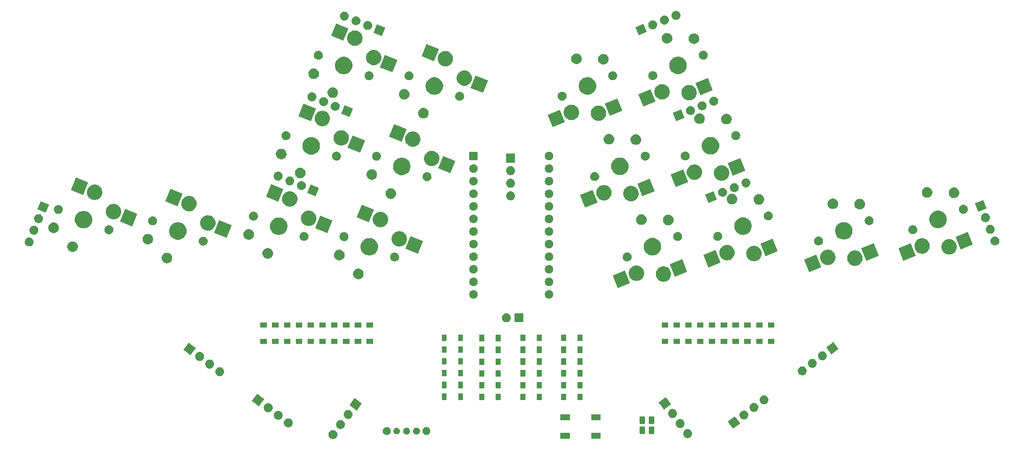
<source format=gbr>
G04 #@! TF.GenerationSoftware,KiCad,Pcbnew,(5.1.4)-1*
G04 #@! TF.CreationDate,2022-12-17T19:56:19-05:00*
G04 #@! TF.ProjectId,ThumbsUp,5468756d-6273-4557-902e-6b696361645f,rev?*
G04 #@! TF.SameCoordinates,Original*
G04 #@! TF.FileFunction,Soldermask,Bot*
G04 #@! TF.FilePolarity,Negative*
%FSLAX46Y46*%
G04 Gerber Fmt 4.6, Leading zero omitted, Abs format (unit mm)*
G04 Created by KiCad (PCBNEW (5.1.4)-1) date 2022-12-17 19:56:19*
%MOMM*%
%LPD*%
G04 APERTURE LIST*
%ADD10C,0.100000*%
G04 APERTURE END LIST*
D10*
G36*
X110944726Y-227566954D02*
G01*
X111010911Y-227573473D01*
X111180750Y-227624993D01*
X111337275Y-227708658D01*
X111373013Y-227737988D01*
X111474470Y-227821250D01*
X111552530Y-227916368D01*
X111587062Y-227958445D01*
X111670727Y-228114970D01*
X111722247Y-228284809D01*
X111739643Y-228461436D01*
X111722247Y-228638063D01*
X111670727Y-228807902D01*
X111587062Y-228964427D01*
X111557732Y-229000165D01*
X111474470Y-229101622D01*
X111398663Y-229163834D01*
X111337275Y-229214214D01*
X111180750Y-229297879D01*
X111010911Y-229349399D01*
X110944727Y-229355917D01*
X110878544Y-229362436D01*
X110790024Y-229362436D01*
X110723841Y-229355917D01*
X110657657Y-229349399D01*
X110487818Y-229297879D01*
X110331293Y-229214214D01*
X110269905Y-229163834D01*
X110194098Y-229101622D01*
X110110836Y-229000165D01*
X110081506Y-228964427D01*
X109997841Y-228807902D01*
X109946321Y-228638063D01*
X109928925Y-228461436D01*
X109946321Y-228284809D01*
X109997841Y-228114970D01*
X110081506Y-227958445D01*
X110116038Y-227916368D01*
X110194098Y-227821250D01*
X110295555Y-227737988D01*
X110331293Y-227708658D01*
X110487818Y-227624993D01*
X110657657Y-227573473D01*
X110723842Y-227566954D01*
X110790024Y-227560436D01*
X110878544Y-227560436D01*
X110944726Y-227566954D01*
X110944726Y-227566954D01*
G37*
G36*
X164833000Y-229273000D02*
G01*
X162931000Y-229273000D01*
X162931000Y-228071000D01*
X164833000Y-228071000D01*
X164833000Y-229273000D01*
X164833000Y-229273000D01*
G37*
G36*
X158633000Y-229273000D02*
G01*
X156731000Y-229273000D01*
X156731000Y-228071000D01*
X158633000Y-228071000D01*
X158633000Y-229273000D01*
X158633000Y-229273000D01*
G37*
G36*
X182504085Y-227368352D02*
G01*
X182570270Y-227374871D01*
X182740109Y-227426391D01*
X182896634Y-227510056D01*
X182932372Y-227539386D01*
X183033829Y-227622648D01*
X183117091Y-227724105D01*
X183146421Y-227759843D01*
X183230086Y-227916368D01*
X183281606Y-228086207D01*
X183299002Y-228262834D01*
X183281606Y-228439461D01*
X183230086Y-228609300D01*
X183146421Y-228765825D01*
X183117091Y-228801563D01*
X183033829Y-228903020D01*
X182959003Y-228964427D01*
X182896634Y-229015612D01*
X182740109Y-229099277D01*
X182570270Y-229150797D01*
X182504085Y-229157316D01*
X182437903Y-229163834D01*
X182349383Y-229163834D01*
X182283201Y-229157316D01*
X182217016Y-229150797D01*
X182047177Y-229099277D01*
X181890652Y-229015612D01*
X181828283Y-228964427D01*
X181753457Y-228903020D01*
X181670195Y-228801563D01*
X181640865Y-228765825D01*
X181557200Y-228609300D01*
X181505680Y-228439461D01*
X181488284Y-228262834D01*
X181505680Y-228086207D01*
X181557200Y-227916368D01*
X181640865Y-227759843D01*
X181670195Y-227724105D01*
X181753457Y-227622648D01*
X181854914Y-227539386D01*
X181890652Y-227510056D01*
X182047177Y-227426391D01*
X182217016Y-227374871D01*
X182283201Y-227368352D01*
X182349383Y-227361834D01*
X182437903Y-227361834D01*
X182504085Y-227368352D01*
X182504085Y-227368352D01*
G37*
G36*
X129923642Y-226979781D02*
G01*
X130069414Y-227040162D01*
X130069416Y-227040163D01*
X130200608Y-227127822D01*
X130312178Y-227239392D01*
X130393990Y-227361834D01*
X130399838Y-227370586D01*
X130460219Y-227516358D01*
X130491000Y-227671107D01*
X130491000Y-227828893D01*
X130460219Y-227983642D01*
X130399838Y-228129414D01*
X130399837Y-228129416D01*
X130312178Y-228260608D01*
X130200608Y-228372178D01*
X130069416Y-228459837D01*
X130069415Y-228459838D01*
X130069414Y-228459838D01*
X129923642Y-228520219D01*
X129768893Y-228551000D01*
X129611107Y-228551000D01*
X129456358Y-228520219D01*
X129310586Y-228459838D01*
X129310585Y-228459838D01*
X129310584Y-228459837D01*
X129179392Y-228372178D01*
X129067822Y-228260608D01*
X128980163Y-228129416D01*
X128980162Y-228129414D01*
X128919781Y-227983642D01*
X128889000Y-227828893D01*
X128889000Y-227671107D01*
X128919781Y-227516358D01*
X128980162Y-227370586D01*
X128986010Y-227361834D01*
X129067822Y-227239392D01*
X129179392Y-227127822D01*
X129310584Y-227040163D01*
X129310586Y-227040162D01*
X129456358Y-226979781D01*
X129611107Y-226949000D01*
X129768893Y-226949000D01*
X129923642Y-226979781D01*
X129923642Y-226979781D01*
G37*
G36*
X121923642Y-226979781D02*
G01*
X122069414Y-227040162D01*
X122069416Y-227040163D01*
X122200608Y-227127822D01*
X122312178Y-227239392D01*
X122393990Y-227361834D01*
X122399838Y-227370586D01*
X122460219Y-227516358D01*
X122491000Y-227671107D01*
X122491000Y-227828893D01*
X122460219Y-227983642D01*
X122399838Y-228129414D01*
X122399837Y-228129416D01*
X122312178Y-228260608D01*
X122200608Y-228372178D01*
X122069416Y-228459837D01*
X122069415Y-228459838D01*
X122069414Y-228459838D01*
X121923642Y-228520219D01*
X121768893Y-228551000D01*
X121611107Y-228551000D01*
X121456358Y-228520219D01*
X121310586Y-228459838D01*
X121310585Y-228459838D01*
X121310584Y-228459837D01*
X121179392Y-228372178D01*
X121067822Y-228260608D01*
X120980163Y-228129416D01*
X120980162Y-228129414D01*
X120919781Y-227983642D01*
X120889000Y-227828893D01*
X120889000Y-227671107D01*
X120919781Y-227516358D01*
X120980162Y-227370586D01*
X120986010Y-227361834D01*
X121067822Y-227239392D01*
X121179392Y-227127822D01*
X121310584Y-227040163D01*
X121310586Y-227040162D01*
X121456358Y-226979781D01*
X121611107Y-226949000D01*
X121768893Y-226949000D01*
X121923642Y-226979781D01*
X121923642Y-226979781D01*
G37*
G36*
X127894473Y-227075938D02*
G01*
X128022049Y-227128782D01*
X128136859Y-227205495D01*
X128234505Y-227303141D01*
X128311218Y-227417951D01*
X128364062Y-227545527D01*
X128391000Y-227680956D01*
X128391000Y-227819044D01*
X128364062Y-227954473D01*
X128311218Y-228082049D01*
X128234505Y-228196859D01*
X128136859Y-228294505D01*
X128022049Y-228371218D01*
X127894473Y-228424062D01*
X127759044Y-228451000D01*
X127620956Y-228451000D01*
X127485527Y-228424062D01*
X127357951Y-228371218D01*
X127243141Y-228294505D01*
X127145495Y-228196859D01*
X127068782Y-228082049D01*
X127015938Y-227954473D01*
X126989000Y-227819044D01*
X126989000Y-227680956D01*
X127015938Y-227545527D01*
X127068782Y-227417951D01*
X127145495Y-227303141D01*
X127243141Y-227205495D01*
X127357951Y-227128782D01*
X127485527Y-227075938D01*
X127620956Y-227049000D01*
X127759044Y-227049000D01*
X127894473Y-227075938D01*
X127894473Y-227075938D01*
G37*
G36*
X125894473Y-227075938D02*
G01*
X126022049Y-227128782D01*
X126136859Y-227205495D01*
X126234505Y-227303141D01*
X126311218Y-227417951D01*
X126364062Y-227545527D01*
X126391000Y-227680956D01*
X126391000Y-227819044D01*
X126364062Y-227954473D01*
X126311218Y-228082049D01*
X126234505Y-228196859D01*
X126136859Y-228294505D01*
X126022049Y-228371218D01*
X125894473Y-228424062D01*
X125759044Y-228451000D01*
X125620956Y-228451000D01*
X125485527Y-228424062D01*
X125357951Y-228371218D01*
X125243141Y-228294505D01*
X125145495Y-228196859D01*
X125068782Y-228082049D01*
X125015938Y-227954473D01*
X124989000Y-227819044D01*
X124989000Y-227680956D01*
X125015938Y-227545527D01*
X125068782Y-227417951D01*
X125145495Y-227303141D01*
X125243141Y-227205495D01*
X125357951Y-227128782D01*
X125485527Y-227075938D01*
X125620956Y-227049000D01*
X125759044Y-227049000D01*
X125894473Y-227075938D01*
X125894473Y-227075938D01*
G37*
G36*
X123871067Y-227122262D02*
G01*
X123879890Y-227124017D01*
X123998364Y-227173091D01*
X124104988Y-227244335D01*
X124195665Y-227335012D01*
X124256723Y-227426391D01*
X124266910Y-227441638D01*
X124315983Y-227560110D01*
X124341000Y-227685881D01*
X124341000Y-227814119D01*
X124338061Y-227828893D01*
X124315983Y-227939890D01*
X124266909Y-228058364D01*
X124195665Y-228164988D01*
X124104988Y-228255665D01*
X123998364Y-228326909D01*
X123998363Y-228326910D01*
X123998362Y-228326910D01*
X123879890Y-228375983D01*
X123754119Y-228401000D01*
X123625881Y-228401000D01*
X123500110Y-228375983D01*
X123381638Y-228326910D01*
X123381637Y-228326910D01*
X123381636Y-228326909D01*
X123275012Y-228255665D01*
X123184335Y-228164988D01*
X123113091Y-228058364D01*
X123064017Y-227939890D01*
X123041939Y-227828893D01*
X123039000Y-227814119D01*
X123039000Y-227685881D01*
X123064017Y-227560110D01*
X123113090Y-227441638D01*
X123123278Y-227426391D01*
X123184335Y-227335012D01*
X123275012Y-227244335D01*
X123381636Y-227173091D01*
X123500110Y-227124017D01*
X123508933Y-227122262D01*
X123625881Y-227099000D01*
X123754119Y-227099000D01*
X123871067Y-227122262D01*
X123871067Y-227122262D01*
G37*
G36*
X175474968Y-226837565D02*
G01*
X175513638Y-226849296D01*
X175549277Y-226868346D01*
X175580517Y-226893983D01*
X175606154Y-226925223D01*
X175625204Y-226960862D01*
X175636935Y-226999532D01*
X175641500Y-227045888D01*
X175641500Y-228122112D01*
X175636935Y-228168468D01*
X175625204Y-228207138D01*
X175606154Y-228242777D01*
X175580517Y-228274017D01*
X175549277Y-228299654D01*
X175513638Y-228318704D01*
X175474968Y-228330435D01*
X175428612Y-228335000D01*
X174777388Y-228335000D01*
X174731032Y-228330435D01*
X174692362Y-228318704D01*
X174656723Y-228299654D01*
X174625483Y-228274017D01*
X174599846Y-228242777D01*
X174580796Y-228207138D01*
X174569065Y-228168468D01*
X174564500Y-228122112D01*
X174564500Y-227045888D01*
X174569065Y-226999532D01*
X174580796Y-226960862D01*
X174599846Y-226925223D01*
X174625483Y-226893983D01*
X174656723Y-226868346D01*
X174692362Y-226849296D01*
X174731032Y-226837565D01*
X174777388Y-226833000D01*
X175428612Y-226833000D01*
X175474968Y-226837565D01*
X175474968Y-226837565D01*
G37*
G36*
X173599968Y-226837565D02*
G01*
X173638638Y-226849296D01*
X173674277Y-226868346D01*
X173705517Y-226893983D01*
X173731154Y-226925223D01*
X173750204Y-226960862D01*
X173761935Y-226999532D01*
X173766500Y-227045888D01*
X173766500Y-228122112D01*
X173761935Y-228168468D01*
X173750204Y-228207138D01*
X173731154Y-228242777D01*
X173705517Y-228274017D01*
X173674277Y-228299654D01*
X173638638Y-228318704D01*
X173599968Y-228330435D01*
X173553612Y-228335000D01*
X172902388Y-228335000D01*
X172856032Y-228330435D01*
X172817362Y-228318704D01*
X172781723Y-228299654D01*
X172750483Y-228274017D01*
X172724846Y-228242777D01*
X172705796Y-228207138D01*
X172694065Y-228168468D01*
X172689500Y-228122112D01*
X172689500Y-227045888D01*
X172694065Y-226999532D01*
X172705796Y-226960862D01*
X172724846Y-226925223D01*
X172750483Y-226893983D01*
X172781723Y-226868346D01*
X172817362Y-226849296D01*
X172856032Y-226837565D01*
X172902388Y-226833000D01*
X173553612Y-226833000D01*
X173599968Y-226837565D01*
X173599968Y-226837565D01*
G37*
G36*
X112473337Y-225538420D02*
G01*
X112539521Y-225544938D01*
X112709360Y-225596458D01*
X112865885Y-225680123D01*
X112901623Y-225709453D01*
X113003080Y-225792715D01*
X113081140Y-225887833D01*
X113115672Y-225929910D01*
X113199337Y-226086435D01*
X113250857Y-226256274D01*
X113268253Y-226432901D01*
X113250857Y-226609528D01*
X113199337Y-226779367D01*
X113115672Y-226935892D01*
X113086342Y-226971630D01*
X113003080Y-227073087D01*
X112935214Y-227128782D01*
X112865885Y-227185679D01*
X112709360Y-227269344D01*
X112539521Y-227320864D01*
X112473337Y-227327382D01*
X112407154Y-227333901D01*
X112318634Y-227333901D01*
X112252451Y-227327382D01*
X112186267Y-227320864D01*
X112016428Y-227269344D01*
X111859903Y-227185679D01*
X111790574Y-227128782D01*
X111722708Y-227073087D01*
X111639446Y-226971630D01*
X111610116Y-226935892D01*
X111526451Y-226779367D01*
X111474931Y-226609528D01*
X111457535Y-226432901D01*
X111474931Y-226256274D01*
X111526451Y-226086435D01*
X111610116Y-225929910D01*
X111644648Y-225887833D01*
X111722708Y-225792715D01*
X111824165Y-225709453D01*
X111859903Y-225680123D01*
X112016428Y-225596458D01*
X112186267Y-225544938D01*
X112252451Y-225538420D01*
X112318634Y-225531901D01*
X112407154Y-225531901D01*
X112473337Y-225538420D01*
X112473337Y-225538420D01*
G37*
G36*
X192323490Y-225333996D02*
G01*
X192978707Y-226203498D01*
X192978707Y-226203499D01*
X192214503Y-226779367D01*
X191539566Y-227287969D01*
X191539565Y-227287969D01*
X190797338Y-226303000D01*
X190455095Y-225848828D01*
X190455095Y-225848827D01*
X191398743Y-225137738D01*
X191894236Y-224764357D01*
X191894237Y-224764357D01*
X192323490Y-225333996D01*
X192323490Y-225333996D01*
G37*
G36*
X180975475Y-225339817D02*
G01*
X181041660Y-225346336D01*
X181211499Y-225397856D01*
X181368024Y-225481521D01*
X181403762Y-225510851D01*
X181505219Y-225594113D01*
X181588481Y-225695570D01*
X181617811Y-225731308D01*
X181701476Y-225887833D01*
X181752996Y-226057672D01*
X181770392Y-226234299D01*
X181752996Y-226410926D01*
X181701476Y-226580765D01*
X181617811Y-226737290D01*
X181588481Y-226773028D01*
X181505219Y-226874485D01*
X181430393Y-226935892D01*
X181368024Y-226987077D01*
X181211499Y-227070742D01*
X181041660Y-227122262D01*
X180985207Y-227127822D01*
X180909293Y-227135299D01*
X180820773Y-227135299D01*
X180744859Y-227127822D01*
X180688406Y-227122262D01*
X180518567Y-227070742D01*
X180362042Y-226987077D01*
X180299673Y-226935892D01*
X180224847Y-226874485D01*
X180141585Y-226773028D01*
X180112255Y-226737290D01*
X180028590Y-226580765D01*
X179977070Y-226410926D01*
X179959674Y-226234299D01*
X179977070Y-226057672D01*
X180028590Y-225887833D01*
X180112255Y-225731308D01*
X180141585Y-225695570D01*
X180224847Y-225594113D01*
X180326304Y-225510851D01*
X180362042Y-225481521D01*
X180518567Y-225397856D01*
X180688406Y-225346336D01*
X180754591Y-225339817D01*
X180820773Y-225333299D01*
X180909293Y-225333299D01*
X180975475Y-225339817D01*
X180975475Y-225339817D01*
G37*
G36*
X101938762Y-225192568D02*
G01*
X102004947Y-225199087D01*
X102174786Y-225250607D01*
X102331311Y-225334272D01*
X102367049Y-225363602D01*
X102468506Y-225446864D01*
X102538293Y-225531901D01*
X102581098Y-225584059D01*
X102664763Y-225740584D01*
X102716283Y-225910423D01*
X102733679Y-226087050D01*
X102716283Y-226263677D01*
X102664763Y-226433516D01*
X102581098Y-226590041D01*
X102565107Y-226609526D01*
X102468506Y-226727236D01*
X102367049Y-226810498D01*
X102331311Y-226839828D01*
X102174786Y-226923493D01*
X102004947Y-226975013D01*
X101938763Y-226981531D01*
X101872580Y-226988050D01*
X101784060Y-226988050D01*
X101717877Y-226981531D01*
X101651693Y-226975013D01*
X101481854Y-226923493D01*
X101325329Y-226839828D01*
X101289591Y-226810498D01*
X101188134Y-226727236D01*
X101091533Y-226609526D01*
X101075542Y-226590041D01*
X100991877Y-226433516D01*
X100940357Y-226263677D01*
X100922961Y-226087050D01*
X100940357Y-225910423D01*
X100991877Y-225740584D01*
X101075542Y-225584059D01*
X101118347Y-225531901D01*
X101188134Y-225446864D01*
X101289591Y-225363602D01*
X101325329Y-225334272D01*
X101481854Y-225250607D01*
X101651693Y-225199087D01*
X101717878Y-225192568D01*
X101784060Y-225186050D01*
X101872580Y-225186050D01*
X101938762Y-225192568D01*
X101938762Y-225192568D01*
G37*
G36*
X175474968Y-224805565D02*
G01*
X175513638Y-224817296D01*
X175549277Y-224836346D01*
X175580517Y-224861983D01*
X175606154Y-224893223D01*
X175625204Y-224928862D01*
X175636935Y-224967532D01*
X175641500Y-225013888D01*
X175641500Y-226090112D01*
X175636935Y-226136468D01*
X175625204Y-226175138D01*
X175606154Y-226210777D01*
X175580517Y-226242017D01*
X175549277Y-226267654D01*
X175513638Y-226286704D01*
X175474968Y-226298435D01*
X175428612Y-226303000D01*
X174777388Y-226303000D01*
X174731032Y-226298435D01*
X174692362Y-226286704D01*
X174656723Y-226267654D01*
X174625483Y-226242017D01*
X174599846Y-226210777D01*
X174580796Y-226175138D01*
X174569065Y-226136468D01*
X174564500Y-226090112D01*
X174564500Y-225013888D01*
X174569065Y-224967532D01*
X174580796Y-224928862D01*
X174599846Y-224893223D01*
X174625483Y-224861983D01*
X174656723Y-224836346D01*
X174692362Y-224817296D01*
X174731032Y-224805565D01*
X174777388Y-224801000D01*
X175428612Y-224801000D01*
X175474968Y-224805565D01*
X175474968Y-224805565D01*
G37*
G36*
X173599968Y-224805565D02*
G01*
X173638638Y-224817296D01*
X173674277Y-224836346D01*
X173705517Y-224861983D01*
X173731154Y-224893223D01*
X173750204Y-224928862D01*
X173761935Y-224967532D01*
X173766500Y-225013888D01*
X173766500Y-226090112D01*
X173761935Y-226136468D01*
X173750204Y-226175138D01*
X173731154Y-226210777D01*
X173705517Y-226242017D01*
X173674277Y-226267654D01*
X173638638Y-226286704D01*
X173599968Y-226298435D01*
X173553612Y-226303000D01*
X172902388Y-226303000D01*
X172856032Y-226298435D01*
X172817362Y-226286704D01*
X172781723Y-226267654D01*
X172750483Y-226242017D01*
X172724846Y-226210777D01*
X172705796Y-226175138D01*
X172694065Y-226136468D01*
X172689500Y-226090112D01*
X172689500Y-225013888D01*
X172694065Y-224967532D01*
X172705796Y-224928862D01*
X172724846Y-224893223D01*
X172750483Y-224861983D01*
X172781723Y-224836346D01*
X172817362Y-224817296D01*
X172856032Y-224805565D01*
X172902388Y-224801000D01*
X173553612Y-224801000D01*
X173599968Y-224805565D01*
X173599968Y-224805565D01*
G37*
G36*
X158633000Y-225573000D02*
G01*
X156731000Y-225573000D01*
X156731000Y-224371000D01*
X158633000Y-224371000D01*
X158633000Y-225573000D01*
X158633000Y-225573000D01*
G37*
G36*
X164833000Y-225573000D02*
G01*
X162931000Y-225573000D01*
X162931000Y-224371000D01*
X164833000Y-224371000D01*
X164833000Y-225573000D01*
X164833000Y-225573000D01*
G37*
G36*
X99910228Y-223663959D02*
G01*
X99976412Y-223670477D01*
X100146251Y-223721997D01*
X100146253Y-223721998D01*
X100188865Y-223744775D01*
X100302776Y-223805662D01*
X100338514Y-223834992D01*
X100439971Y-223918254D01*
X100502594Y-223994562D01*
X100552563Y-224055449D01*
X100636228Y-224211974D01*
X100687748Y-224381813D01*
X100705144Y-224558440D01*
X100687748Y-224735067D01*
X100643825Y-224879861D01*
X100636227Y-224904908D01*
X100602753Y-224967532D01*
X100552563Y-225061431D01*
X100545325Y-225070250D01*
X100439971Y-225198626D01*
X100338514Y-225281888D01*
X100302776Y-225311218D01*
X100146251Y-225394883D01*
X99976412Y-225446403D01*
X99910227Y-225452922D01*
X99844045Y-225459440D01*
X99755525Y-225459440D01*
X99689343Y-225452922D01*
X99623158Y-225446403D01*
X99453319Y-225394883D01*
X99296794Y-225311218D01*
X99261056Y-225281888D01*
X99159599Y-225198626D01*
X99054245Y-225070250D01*
X99047007Y-225061431D01*
X98996817Y-224967532D01*
X98963343Y-224904908D01*
X98955745Y-224879861D01*
X98911822Y-224735067D01*
X98894426Y-224558440D01*
X98911822Y-224381813D01*
X98963342Y-224211974D01*
X99047007Y-224055449D01*
X99096976Y-223994562D01*
X99159599Y-223918254D01*
X99261056Y-223834992D01*
X99296794Y-223805662D01*
X99410705Y-223744775D01*
X99453317Y-223721998D01*
X99453319Y-223721997D01*
X99623158Y-223670477D01*
X99689342Y-223663959D01*
X99755525Y-223657440D01*
X99844045Y-223657440D01*
X99910228Y-223663959D01*
X99910228Y-223663959D01*
G37*
G36*
X193855877Y-223603071D02*
G01*
X193922062Y-223609590D01*
X194091901Y-223661110D01*
X194248426Y-223744775D01*
X194272072Y-223764181D01*
X194385621Y-223857367D01*
X194468883Y-223958824D01*
X194498213Y-223994562D01*
X194581878Y-224151087D01*
X194633398Y-224320926D01*
X194650794Y-224497553D01*
X194633398Y-224674180D01*
X194581878Y-224844019D01*
X194498213Y-225000544D01*
X194484115Y-225017722D01*
X194385621Y-225137739D01*
X194310867Y-225199087D01*
X194248426Y-225250331D01*
X194248424Y-225250332D01*
X194134514Y-225311219D01*
X194091901Y-225333996D01*
X193922062Y-225385516D01*
X193855878Y-225392034D01*
X193789695Y-225398553D01*
X193701175Y-225398553D01*
X193634992Y-225392034D01*
X193568808Y-225385516D01*
X193398969Y-225333996D01*
X193356357Y-225311219D01*
X193242446Y-225250332D01*
X193242444Y-225250331D01*
X193180003Y-225199087D01*
X193105249Y-225137739D01*
X193006755Y-225017722D01*
X192992657Y-225000544D01*
X192908992Y-224844019D01*
X192857472Y-224674180D01*
X192840076Y-224497553D01*
X192857472Y-224320926D01*
X192908992Y-224151087D01*
X192992657Y-223994562D01*
X193021987Y-223958824D01*
X193105249Y-223857367D01*
X193218798Y-223764181D01*
X193242444Y-223744775D01*
X193398969Y-223661110D01*
X193568808Y-223609590D01*
X193634993Y-223603071D01*
X193701175Y-223596553D01*
X193789695Y-223596553D01*
X193855877Y-223603071D01*
X193855877Y-223603071D01*
G37*
G36*
X114001946Y-223509885D02*
G01*
X114068131Y-223516404D01*
X114237970Y-223567924D01*
X114394495Y-223651589D01*
X114416947Y-223670015D01*
X114531690Y-223764181D01*
X114609750Y-223859299D01*
X114644282Y-223901376D01*
X114653304Y-223918255D01*
X114726638Y-224055451D01*
X114727947Y-224057901D01*
X114779467Y-224227740D01*
X114796863Y-224404367D01*
X114779467Y-224580994D01*
X114727947Y-224750833D01*
X114644282Y-224907358D01*
X114626634Y-224928862D01*
X114531690Y-225044553D01*
X114455883Y-225106765D01*
X114394495Y-225157145D01*
X114237970Y-225240810D01*
X114068131Y-225292330D01*
X114001947Y-225298848D01*
X113935764Y-225305367D01*
X113847244Y-225305367D01*
X113781061Y-225298848D01*
X113714877Y-225292330D01*
X113545038Y-225240810D01*
X113388513Y-225157145D01*
X113327125Y-225106765D01*
X113251318Y-225044553D01*
X113156374Y-224928862D01*
X113138726Y-224907358D01*
X113055061Y-224750833D01*
X113003541Y-224580994D01*
X112986145Y-224404367D01*
X113003541Y-224227740D01*
X113055061Y-224057901D01*
X113056371Y-224055451D01*
X113129704Y-223918255D01*
X113138726Y-223901376D01*
X113173258Y-223859299D01*
X113251318Y-223764181D01*
X113366061Y-223670015D01*
X113388513Y-223651589D01*
X113545038Y-223567924D01*
X113714877Y-223516404D01*
X113781062Y-223509885D01*
X113847244Y-223503367D01*
X113935764Y-223503367D01*
X114001946Y-223509885D01*
X114001946Y-223509885D01*
G37*
G36*
X179446865Y-223311283D02*
G01*
X179513050Y-223317802D01*
X179682889Y-223369322D01*
X179839414Y-223452987D01*
X179862498Y-223471932D01*
X179976609Y-223565579D01*
X180051996Y-223657440D01*
X180089201Y-223702774D01*
X180172866Y-223859299D01*
X180224386Y-224029138D01*
X180241782Y-224205765D01*
X180224386Y-224382392D01*
X180172866Y-224552231D01*
X180089201Y-224708756D01*
X180067608Y-224735067D01*
X179976609Y-224845951D01*
X179901783Y-224907358D01*
X179839414Y-224958543D01*
X179682889Y-225042208D01*
X179513050Y-225093728D01*
X179446865Y-225100247D01*
X179380683Y-225106765D01*
X179292163Y-225106765D01*
X179225981Y-225100247D01*
X179159796Y-225093728D01*
X178989957Y-225042208D01*
X178833432Y-224958543D01*
X178771063Y-224907358D01*
X178696237Y-224845951D01*
X178605238Y-224735067D01*
X178583645Y-224708756D01*
X178499980Y-224552231D01*
X178448460Y-224382392D01*
X178431064Y-224205765D01*
X178448460Y-224029138D01*
X178499980Y-223859299D01*
X178583645Y-223702774D01*
X178620850Y-223657440D01*
X178696237Y-223565579D01*
X178810348Y-223471932D01*
X178833432Y-223452987D01*
X178989957Y-223369322D01*
X179159796Y-223317802D01*
X179225981Y-223311283D01*
X179292163Y-223304765D01*
X179380683Y-223304765D01*
X179446865Y-223311283D01*
X179446865Y-223311283D01*
G37*
G36*
X97881693Y-222135348D02*
G01*
X97947878Y-222141867D01*
X98117717Y-222193387D01*
X98117719Y-222193388D01*
X98160331Y-222216165D01*
X98274242Y-222277052D01*
X98309980Y-222306382D01*
X98411437Y-222389644D01*
X98474060Y-222465952D01*
X98524029Y-222526839D01*
X98607694Y-222683364D01*
X98659214Y-222853203D01*
X98676610Y-223029830D01*
X98659214Y-223206457D01*
X98607694Y-223376296D01*
X98524029Y-223532821D01*
X98495220Y-223567925D01*
X98411437Y-223670016D01*
X98309980Y-223753278D01*
X98274242Y-223782608D01*
X98117717Y-223866273D01*
X97947878Y-223917793D01*
X97881693Y-223924312D01*
X97815511Y-223930830D01*
X97726991Y-223930830D01*
X97660809Y-223924312D01*
X97594624Y-223917793D01*
X97424785Y-223866273D01*
X97268260Y-223782608D01*
X97232522Y-223753278D01*
X97131065Y-223670016D01*
X97047282Y-223567925D01*
X97018473Y-223532821D01*
X96934808Y-223376296D01*
X96883288Y-223206457D01*
X96865892Y-223029830D01*
X96883288Y-222853203D01*
X96934808Y-222683364D01*
X97018473Y-222526839D01*
X97068442Y-222465952D01*
X97131065Y-222389644D01*
X97232522Y-222306382D01*
X97268260Y-222277052D01*
X97382171Y-222216165D01*
X97424783Y-222193388D01*
X97424785Y-222193387D01*
X97594624Y-222141867D01*
X97660809Y-222135348D01*
X97726991Y-222128830D01*
X97815511Y-222128830D01*
X97881693Y-222135348D01*
X97881693Y-222135348D01*
G37*
G36*
X195884412Y-222074462D02*
G01*
X195950596Y-222080980D01*
X196120435Y-222132500D01*
X196276960Y-222216165D01*
X196312698Y-222245495D01*
X196414155Y-222328757D01*
X196497417Y-222430214D01*
X196526747Y-222465952D01*
X196610412Y-222622477D01*
X196661932Y-222792316D01*
X196679328Y-222968943D01*
X196661932Y-223145570D01*
X196610412Y-223315409D01*
X196526747Y-223471934D01*
X196500950Y-223503367D01*
X196414155Y-223609129D01*
X196339401Y-223670477D01*
X196276960Y-223721721D01*
X196276958Y-223721722D01*
X196163048Y-223782609D01*
X196120435Y-223805386D01*
X195950596Y-223856906D01*
X195884412Y-223863424D01*
X195818229Y-223869943D01*
X195729709Y-223869943D01*
X195663526Y-223863424D01*
X195597342Y-223856906D01*
X195427503Y-223805386D01*
X195384891Y-223782609D01*
X195270980Y-223721722D01*
X195270978Y-223721721D01*
X195208537Y-223670477D01*
X195133783Y-223609129D01*
X195046988Y-223503367D01*
X195021191Y-223471934D01*
X194937526Y-223315409D01*
X194886006Y-223145570D01*
X194868610Y-222968943D01*
X194886006Y-222792316D01*
X194937526Y-222622477D01*
X195021191Y-222465952D01*
X195050521Y-222430214D01*
X195133783Y-222328757D01*
X195235240Y-222245495D01*
X195270978Y-222216165D01*
X195427503Y-222132500D01*
X195597342Y-222080980D01*
X195663526Y-222074462D01*
X195729709Y-222067943D01*
X195818229Y-222067943D01*
X195884412Y-222074462D01*
X195884412Y-222074462D01*
G37*
G36*
X115861220Y-221580056D02*
G01*
X116681920Y-222198497D01*
X116681920Y-222198498D01*
X116316547Y-222683364D01*
X115597450Y-223637639D01*
X115597449Y-223637639D01*
X114944449Y-223145568D01*
X114158308Y-222553169D01*
X114158308Y-222553168D01*
X114735809Y-221786799D01*
X115242778Y-221114027D01*
X115242779Y-221114027D01*
X115861220Y-221580056D01*
X115861220Y-221580056D01*
G37*
G36*
X178428483Y-221503750D02*
G01*
X179069619Y-222354566D01*
X179069619Y-222354567D01*
X178488703Y-222792318D01*
X177630478Y-223439037D01*
X177630477Y-223439037D01*
X176839704Y-222389645D01*
X176546007Y-221999896D01*
X176546007Y-221999895D01*
X177522964Y-221263706D01*
X177985148Y-220915425D01*
X177985149Y-220915425D01*
X178428483Y-221503750D01*
X178428483Y-221503750D01*
G37*
G36*
X95980688Y-220552370D02*
G01*
X97004523Y-221323884D01*
X97004523Y-221323885D01*
X96538494Y-221942326D01*
X95920053Y-222763026D01*
X95920052Y-222763026D01*
X95163751Y-222193112D01*
X94480911Y-221678556D01*
X94480911Y-221678555D01*
X95227684Y-220687554D01*
X95565381Y-220239414D01*
X95565382Y-220239414D01*
X95980688Y-220552370D01*
X95980688Y-220552370D01*
G37*
G36*
X197912947Y-220545852D02*
G01*
X197979131Y-220552370D01*
X198148970Y-220603890D01*
X198305495Y-220687555D01*
X198341233Y-220716885D01*
X198442690Y-220800147D01*
X198525952Y-220901604D01*
X198555282Y-220937342D01*
X198638947Y-221093867D01*
X198690467Y-221263706D01*
X198707863Y-221440333D01*
X198690467Y-221616960D01*
X198638947Y-221786799D01*
X198555282Y-221943324D01*
X198525952Y-221979062D01*
X198442690Y-222080519D01*
X198367936Y-222141867D01*
X198305495Y-222193111D01*
X198148970Y-222276776D01*
X197979131Y-222328296D01*
X197912947Y-222334814D01*
X197846764Y-222341333D01*
X197758244Y-222341333D01*
X197692061Y-222334814D01*
X197625877Y-222328296D01*
X197456038Y-222276776D01*
X197299513Y-222193111D01*
X197237072Y-222141867D01*
X197162318Y-222080519D01*
X197079056Y-221979062D01*
X197049726Y-221943324D01*
X196966061Y-221786799D01*
X196914541Y-221616960D01*
X196897145Y-221440333D01*
X196914541Y-221263706D01*
X196966061Y-221093867D01*
X197049726Y-220937342D01*
X197079056Y-220901604D01*
X197162318Y-220800147D01*
X197263775Y-220716885D01*
X197299513Y-220687555D01*
X197456038Y-220603890D01*
X197625877Y-220552370D01*
X197692061Y-220545852D01*
X197758244Y-220539333D01*
X197846764Y-220539333D01*
X197912947Y-220545852D01*
X197912947Y-220545852D01*
G37*
G36*
X141367500Y-221523750D02*
G01*
X140365500Y-221523750D01*
X140365500Y-220221750D01*
X141367500Y-220221750D01*
X141367500Y-221523750D01*
X141367500Y-221523750D01*
G37*
G36*
X144667500Y-221523750D02*
G01*
X143665500Y-221523750D01*
X143665500Y-220221750D01*
X144667500Y-220221750D01*
X144667500Y-221523750D01*
X144667500Y-221523750D01*
G37*
G36*
X157847250Y-221505000D02*
G01*
X156845250Y-221505000D01*
X156845250Y-220203000D01*
X157847250Y-220203000D01*
X157847250Y-221505000D01*
X157847250Y-221505000D01*
G37*
G36*
X161147250Y-221505000D02*
G01*
X160145250Y-221505000D01*
X160145250Y-220203000D01*
X161147250Y-220203000D01*
X161147250Y-221505000D01*
X161147250Y-221505000D01*
G37*
G36*
X152981000Y-221503750D02*
G01*
X151979000Y-221503750D01*
X151979000Y-220201750D01*
X152981000Y-220201750D01*
X152981000Y-221503750D01*
X152981000Y-221503750D01*
G37*
G36*
X149681000Y-221503750D02*
G01*
X148679000Y-221503750D01*
X148679000Y-220201750D01*
X149681000Y-220201750D01*
X149681000Y-221503750D01*
X149681000Y-221503750D01*
G37*
G36*
X133786500Y-221479000D02*
G01*
X132784500Y-221479000D01*
X132784500Y-220177000D01*
X133786500Y-220177000D01*
X133786500Y-221479000D01*
X133786500Y-221479000D01*
G37*
G36*
X137086500Y-221479000D02*
G01*
X136084500Y-221479000D01*
X136084500Y-220177000D01*
X137086500Y-220177000D01*
X137086500Y-221479000D01*
X137086500Y-221479000D01*
G37*
G36*
X141367500Y-219142500D02*
G01*
X140365500Y-219142500D01*
X140365500Y-217840500D01*
X141367500Y-217840500D01*
X141367500Y-219142500D01*
X141367500Y-219142500D01*
G37*
G36*
X144667500Y-219142500D02*
G01*
X143665500Y-219142500D01*
X143665500Y-217840500D01*
X144667500Y-217840500D01*
X144667500Y-219142500D01*
X144667500Y-219142500D01*
G37*
G36*
X157847250Y-219123750D02*
G01*
X156845250Y-219123750D01*
X156845250Y-217821750D01*
X157847250Y-217821750D01*
X157847250Y-219123750D01*
X157847250Y-219123750D01*
G37*
G36*
X161147250Y-219123750D02*
G01*
X160145250Y-219123750D01*
X160145250Y-217821750D01*
X161147250Y-217821750D01*
X161147250Y-219123750D01*
X161147250Y-219123750D01*
G37*
G36*
X152981000Y-219122500D02*
G01*
X151979000Y-219122500D01*
X151979000Y-217820500D01*
X152981000Y-217820500D01*
X152981000Y-219122500D01*
X152981000Y-219122500D01*
G37*
G36*
X149681000Y-219122500D02*
G01*
X148679000Y-219122500D01*
X148679000Y-217820500D01*
X149681000Y-217820500D01*
X149681000Y-219122500D01*
X149681000Y-219122500D01*
G37*
G36*
X133786500Y-219097750D02*
G01*
X132784500Y-219097750D01*
X132784500Y-217795750D01*
X133786500Y-217795750D01*
X133786500Y-219097750D01*
X133786500Y-219097750D01*
G37*
G36*
X137086500Y-219097750D02*
G01*
X136084500Y-219097750D01*
X136084500Y-217795750D01*
X137086500Y-217795750D01*
X137086500Y-219097750D01*
X137086500Y-219097750D01*
G37*
G36*
X144667500Y-216761250D02*
G01*
X143665500Y-216761250D01*
X143665500Y-215459250D01*
X144667500Y-215459250D01*
X144667500Y-216761250D01*
X144667500Y-216761250D01*
G37*
G36*
X141367500Y-216761250D02*
G01*
X140365500Y-216761250D01*
X140365500Y-215459250D01*
X141367500Y-215459250D01*
X141367500Y-216761250D01*
X141367500Y-216761250D01*
G37*
G36*
X161147250Y-216742500D02*
G01*
X160145250Y-216742500D01*
X160145250Y-215440500D01*
X161147250Y-215440500D01*
X161147250Y-216742500D01*
X161147250Y-216742500D01*
G37*
G36*
X157847250Y-216742500D02*
G01*
X156845250Y-216742500D01*
X156845250Y-215440500D01*
X157847250Y-215440500D01*
X157847250Y-216742500D01*
X157847250Y-216742500D01*
G37*
G36*
X149681000Y-216741250D02*
G01*
X148679000Y-216741250D01*
X148679000Y-215439250D01*
X149681000Y-215439250D01*
X149681000Y-216741250D01*
X149681000Y-216741250D01*
G37*
G36*
X152981000Y-216741250D02*
G01*
X151979000Y-216741250D01*
X151979000Y-215439250D01*
X152981000Y-215439250D01*
X152981000Y-216741250D01*
X152981000Y-216741250D01*
G37*
G36*
X133786500Y-216716500D02*
G01*
X132784500Y-216716500D01*
X132784500Y-215414500D01*
X133786500Y-215414500D01*
X133786500Y-216716500D01*
X133786500Y-216716500D01*
G37*
G36*
X137086500Y-216716500D02*
G01*
X136084500Y-216716500D01*
X136084500Y-215414500D01*
X137086500Y-215414500D01*
X137086500Y-216716500D01*
X137086500Y-216716500D01*
G37*
G36*
X88103061Y-214857030D02*
G01*
X88169245Y-214863548D01*
X88339084Y-214915068D01*
X88495609Y-214998733D01*
X88531347Y-215028063D01*
X88632804Y-215111325D01*
X88716066Y-215212782D01*
X88745396Y-215248520D01*
X88829061Y-215405045D01*
X88880581Y-215574884D01*
X88897977Y-215751511D01*
X88880581Y-215928138D01*
X88829061Y-216097977D01*
X88745396Y-216254502D01*
X88716066Y-216290240D01*
X88632804Y-216391697D01*
X88531347Y-216474959D01*
X88495609Y-216504289D01*
X88339084Y-216587954D01*
X88169245Y-216639474D01*
X88103060Y-216645993D01*
X88036878Y-216652511D01*
X87948358Y-216652511D01*
X87882176Y-216645993D01*
X87815991Y-216639474D01*
X87646152Y-216587954D01*
X87489627Y-216504289D01*
X87453889Y-216474959D01*
X87352432Y-216391697D01*
X87269170Y-216290240D01*
X87239840Y-216254502D01*
X87156175Y-216097977D01*
X87104655Y-215928138D01*
X87087259Y-215751511D01*
X87104655Y-215574884D01*
X87156175Y-215405045D01*
X87239840Y-215248520D01*
X87269170Y-215212782D01*
X87352432Y-215111325D01*
X87453889Y-215028063D01*
X87489627Y-214998733D01*
X87646152Y-214915068D01*
X87815991Y-214863548D01*
X87882175Y-214857030D01*
X87948358Y-214850511D01*
X88036878Y-214850511D01*
X88103061Y-214857030D01*
X88103061Y-214857030D01*
G37*
G36*
X205625583Y-214703424D02*
G01*
X205691768Y-214709943D01*
X205861607Y-214761463D01*
X206018132Y-214845128D01*
X206053870Y-214874458D01*
X206155327Y-214957720D01*
X206238589Y-215059177D01*
X206267919Y-215094915D01*
X206351584Y-215251440D01*
X206403104Y-215421279D01*
X206420500Y-215597906D01*
X206403104Y-215774533D01*
X206351584Y-215944372D01*
X206267919Y-216100897D01*
X206238589Y-216136635D01*
X206155327Y-216238092D01*
X206053870Y-216321354D01*
X206018132Y-216350684D01*
X205861607Y-216434349D01*
X205691768Y-216485869D01*
X205625583Y-216492388D01*
X205559401Y-216498906D01*
X205470881Y-216498906D01*
X205404699Y-216492388D01*
X205338514Y-216485869D01*
X205168675Y-216434349D01*
X205012150Y-216350684D01*
X204976412Y-216321354D01*
X204874955Y-216238092D01*
X204791693Y-216136635D01*
X204762363Y-216100897D01*
X204678698Y-215944372D01*
X204627178Y-215774533D01*
X204609782Y-215597906D01*
X204627178Y-215421279D01*
X204678698Y-215251440D01*
X204762363Y-215094915D01*
X204791693Y-215059177D01*
X204874955Y-214957720D01*
X204976412Y-214874458D01*
X205012150Y-214845128D01*
X205168675Y-214761463D01*
X205338514Y-214709943D01*
X205404699Y-214703424D01*
X205470881Y-214696906D01*
X205559401Y-214696906D01*
X205625583Y-214703424D01*
X205625583Y-214703424D01*
G37*
G36*
X86074525Y-213328419D02*
G01*
X86140710Y-213334938D01*
X86310549Y-213386458D01*
X86467074Y-213470123D01*
X86502812Y-213499453D01*
X86604269Y-213582715D01*
X86687531Y-213684172D01*
X86716861Y-213719910D01*
X86800526Y-213876435D01*
X86852046Y-214046274D01*
X86869442Y-214222901D01*
X86852046Y-214399528D01*
X86800526Y-214569367D01*
X86716861Y-214725892D01*
X86687668Y-214761463D01*
X86604269Y-214863087D01*
X86502812Y-214946349D01*
X86467074Y-214975679D01*
X86310549Y-215059344D01*
X86140710Y-215110864D01*
X86074525Y-215117383D01*
X86008343Y-215123901D01*
X85919823Y-215123901D01*
X85853641Y-215117383D01*
X85787456Y-215110864D01*
X85617617Y-215059344D01*
X85461092Y-214975679D01*
X85425354Y-214946349D01*
X85323897Y-214863087D01*
X85240498Y-214761463D01*
X85211305Y-214725892D01*
X85127640Y-214569367D01*
X85076120Y-214399528D01*
X85058724Y-214222901D01*
X85076120Y-214046274D01*
X85127640Y-213876435D01*
X85211305Y-213719910D01*
X85240635Y-213684172D01*
X85323897Y-213582715D01*
X85425354Y-213499453D01*
X85461092Y-213470123D01*
X85617617Y-213386458D01*
X85787456Y-213334938D01*
X85853641Y-213328419D01*
X85919823Y-213321901D01*
X86008343Y-213321901D01*
X86074525Y-213328419D01*
X86074525Y-213328419D01*
G37*
G36*
X207654118Y-213174814D02*
G01*
X207720303Y-213181333D01*
X207890142Y-213232853D01*
X208046667Y-213316518D01*
X208082405Y-213345848D01*
X208183862Y-213429110D01*
X208267124Y-213530567D01*
X208296454Y-213566305D01*
X208380119Y-213722830D01*
X208431639Y-213892669D01*
X208449035Y-214069296D01*
X208431639Y-214245923D01*
X208380119Y-214415762D01*
X208296454Y-214572287D01*
X208267124Y-214608025D01*
X208183862Y-214709482D01*
X208082405Y-214792744D01*
X208046667Y-214822074D01*
X207890142Y-214905739D01*
X207720303Y-214957259D01*
X207654119Y-214963777D01*
X207587936Y-214970296D01*
X207499416Y-214970296D01*
X207433233Y-214963777D01*
X207367049Y-214957259D01*
X207197210Y-214905739D01*
X207040685Y-214822074D01*
X207004947Y-214792744D01*
X206903490Y-214709482D01*
X206820228Y-214608025D01*
X206790898Y-214572287D01*
X206707233Y-214415762D01*
X206655713Y-214245923D01*
X206638317Y-214069296D01*
X206655713Y-213892669D01*
X206707233Y-213722830D01*
X206790898Y-213566305D01*
X206820228Y-213530567D01*
X206903490Y-213429110D01*
X207004947Y-213345848D01*
X207040685Y-213316518D01*
X207197210Y-213232853D01*
X207367049Y-213181333D01*
X207433234Y-213174814D01*
X207499416Y-213168296D01*
X207587936Y-213168296D01*
X207654118Y-213174814D01*
X207654118Y-213174814D01*
G37*
G36*
X141367500Y-214380000D02*
G01*
X140365500Y-214380000D01*
X140365500Y-213078000D01*
X141367500Y-213078000D01*
X141367500Y-214380000D01*
X141367500Y-214380000D01*
G37*
G36*
X144667500Y-214380000D02*
G01*
X143665500Y-214380000D01*
X143665500Y-213078000D01*
X144667500Y-213078000D01*
X144667500Y-214380000D01*
X144667500Y-214380000D01*
G37*
G36*
X157847250Y-214361250D02*
G01*
X156845250Y-214361250D01*
X156845250Y-213059250D01*
X157847250Y-213059250D01*
X157847250Y-214361250D01*
X157847250Y-214361250D01*
G37*
G36*
X161147250Y-214361250D02*
G01*
X160145250Y-214361250D01*
X160145250Y-213059250D01*
X161147250Y-213059250D01*
X161147250Y-214361250D01*
X161147250Y-214361250D01*
G37*
G36*
X149681000Y-214360000D02*
G01*
X148679000Y-214360000D01*
X148679000Y-213058000D01*
X149681000Y-213058000D01*
X149681000Y-214360000D01*
X149681000Y-214360000D01*
G37*
G36*
X152981000Y-214360000D02*
G01*
X151979000Y-214360000D01*
X151979000Y-213058000D01*
X152981000Y-213058000D01*
X152981000Y-214360000D01*
X152981000Y-214360000D01*
G37*
G36*
X137086500Y-214335250D02*
G01*
X136084500Y-214335250D01*
X136084500Y-213033250D01*
X137086500Y-213033250D01*
X137086500Y-214335250D01*
X137086500Y-214335250D01*
G37*
G36*
X133786500Y-214335250D02*
G01*
X132784500Y-214335250D01*
X132784500Y-213033250D01*
X133786500Y-213033250D01*
X133786500Y-214335250D01*
X133786500Y-214335250D01*
G37*
G36*
X84045991Y-211799809D02*
G01*
X84112176Y-211806328D01*
X84282015Y-211857848D01*
X84438540Y-211941513D01*
X84453755Y-211954000D01*
X84575735Y-212054105D01*
X84658997Y-212155562D01*
X84688327Y-212191300D01*
X84771992Y-212347825D01*
X84823512Y-212517664D01*
X84840908Y-212694291D01*
X84823512Y-212870918D01*
X84771992Y-213040757D01*
X84688327Y-213197282D01*
X84659134Y-213232853D01*
X84575735Y-213334477D01*
X84474278Y-213417739D01*
X84438540Y-213447069D01*
X84282015Y-213530734D01*
X84112176Y-213582254D01*
X84045992Y-213588772D01*
X83979809Y-213595291D01*
X83891289Y-213595291D01*
X83825106Y-213588772D01*
X83758922Y-213582254D01*
X83589083Y-213530734D01*
X83432558Y-213447069D01*
X83396820Y-213417739D01*
X83295363Y-213334477D01*
X83211964Y-213232853D01*
X83182771Y-213197282D01*
X83099106Y-213040757D01*
X83047586Y-212870918D01*
X83030190Y-212694291D01*
X83047586Y-212517664D01*
X83099106Y-212347825D01*
X83182771Y-212191300D01*
X83212101Y-212155562D01*
X83295363Y-212054105D01*
X83417343Y-211954000D01*
X83432558Y-211941513D01*
X83589083Y-211857848D01*
X83758922Y-211806328D01*
X83825107Y-211799809D01*
X83891289Y-211793291D01*
X83979809Y-211793291D01*
X84045991Y-211799809D01*
X84045991Y-211799809D01*
G37*
G36*
X209682652Y-211646204D02*
G01*
X209748837Y-211652723D01*
X209918676Y-211704243D01*
X210075201Y-211787908D01*
X210110939Y-211817238D01*
X210212396Y-211900500D01*
X210276613Y-211978750D01*
X210324988Y-212037695D01*
X210408653Y-212194220D01*
X210460173Y-212364059D01*
X210477569Y-212540686D01*
X210460173Y-212717313D01*
X210408653Y-212887152D01*
X210324988Y-213043677D01*
X210313233Y-213058000D01*
X210212396Y-213180872D01*
X210110939Y-213264134D01*
X210075201Y-213293464D01*
X209918676Y-213377129D01*
X209748837Y-213428649D01*
X209682653Y-213435167D01*
X209616470Y-213441686D01*
X209527950Y-213441686D01*
X209461767Y-213435167D01*
X209395583Y-213428649D01*
X209225744Y-213377129D01*
X209069219Y-213293464D01*
X209033481Y-213264134D01*
X208932024Y-213180872D01*
X208831187Y-213058000D01*
X208819432Y-213043677D01*
X208735767Y-212887152D01*
X208684247Y-212717313D01*
X208666851Y-212540686D01*
X208684247Y-212364059D01*
X208735767Y-212194220D01*
X208819432Y-212037695D01*
X208867807Y-211978750D01*
X208932024Y-211900500D01*
X209033481Y-211817238D01*
X209069219Y-211787908D01*
X209225744Y-211704243D01*
X209395583Y-211652723D01*
X209461768Y-211646204D01*
X209527950Y-211639686D01*
X209616470Y-211639686D01*
X209682652Y-211646204D01*
X209682652Y-211646204D01*
G37*
G36*
X82348121Y-210369904D02*
G01*
X83168821Y-210988345D01*
X83168821Y-210988346D01*
X82901558Y-211343016D01*
X82084351Y-212427487D01*
X82084350Y-212427487D01*
X81328414Y-211857848D01*
X80645209Y-211343017D01*
X80645209Y-211343016D01*
X81165927Y-210652000D01*
X81729679Y-209903875D01*
X81729680Y-209903875D01*
X82348121Y-210369904D01*
X82348121Y-210369904D01*
G37*
G36*
X212051793Y-210113500D02*
G01*
X212862550Y-211189411D01*
X212862550Y-211189412D01*
X212179345Y-211704243D01*
X211423409Y-212273882D01*
X211423408Y-212273882D01*
X210454688Y-210988346D01*
X210338938Y-210834741D01*
X210338938Y-210834740D01*
X211296057Y-210113500D01*
X211778079Y-209750270D01*
X211778080Y-209750270D01*
X212051793Y-210113500D01*
X212051793Y-210113500D01*
G37*
G36*
X144667500Y-211998750D02*
G01*
X143665500Y-211998750D01*
X143665500Y-210696750D01*
X144667500Y-210696750D01*
X144667500Y-211998750D01*
X144667500Y-211998750D01*
G37*
G36*
X141367500Y-211998750D02*
G01*
X140365500Y-211998750D01*
X140365500Y-210696750D01*
X141367500Y-210696750D01*
X141367500Y-211998750D01*
X141367500Y-211998750D01*
G37*
G36*
X157847250Y-211980000D02*
G01*
X156845250Y-211980000D01*
X156845250Y-210678000D01*
X157847250Y-210678000D01*
X157847250Y-211980000D01*
X157847250Y-211980000D01*
G37*
G36*
X161147250Y-211980000D02*
G01*
X160145250Y-211980000D01*
X160145250Y-210678000D01*
X161147250Y-210678000D01*
X161147250Y-211980000D01*
X161147250Y-211980000D01*
G37*
G36*
X149681000Y-211978750D02*
G01*
X148679000Y-211978750D01*
X148679000Y-210676750D01*
X149681000Y-210676750D01*
X149681000Y-211978750D01*
X149681000Y-211978750D01*
G37*
G36*
X152981000Y-211978750D02*
G01*
X151979000Y-211978750D01*
X151979000Y-210676750D01*
X152981000Y-210676750D01*
X152981000Y-211978750D01*
X152981000Y-211978750D01*
G37*
G36*
X137086500Y-211954000D02*
G01*
X136084500Y-211954000D01*
X136084500Y-210652000D01*
X137086500Y-210652000D01*
X137086500Y-211954000D01*
X137086500Y-211954000D01*
G37*
G36*
X133786500Y-211954000D02*
G01*
X132784500Y-211954000D01*
X132784500Y-210652000D01*
X133786500Y-210652000D01*
X133786500Y-211954000D01*
X133786500Y-211954000D01*
G37*
G36*
X107013500Y-210113500D02*
G01*
X105711500Y-210113500D01*
X105711500Y-209111500D01*
X107013500Y-209111500D01*
X107013500Y-210113500D01*
X107013500Y-210113500D01*
G37*
G36*
X118919750Y-210113500D02*
G01*
X117617750Y-210113500D01*
X117617750Y-209111500D01*
X118919750Y-209111500D01*
X118919750Y-210113500D01*
X118919750Y-210113500D01*
G37*
G36*
X116538500Y-210113500D02*
G01*
X115236500Y-210113500D01*
X115236500Y-209111500D01*
X116538500Y-209111500D01*
X116538500Y-210113500D01*
X116538500Y-210113500D01*
G37*
G36*
X114157250Y-210113500D02*
G01*
X112855250Y-210113500D01*
X112855250Y-209111500D01*
X114157250Y-209111500D01*
X114157250Y-210113500D01*
X114157250Y-210113500D01*
G37*
G36*
X111776000Y-210113500D02*
G01*
X110474000Y-210113500D01*
X110474000Y-209111500D01*
X111776000Y-209111500D01*
X111776000Y-210113500D01*
X111776000Y-210113500D01*
G37*
G36*
X187976000Y-210113500D02*
G01*
X186674000Y-210113500D01*
X186674000Y-209111500D01*
X187976000Y-209111500D01*
X187976000Y-210113500D01*
X187976000Y-210113500D01*
G37*
G36*
X183213500Y-210113500D02*
G01*
X181911500Y-210113500D01*
X181911500Y-209111500D01*
X183213500Y-209111500D01*
X183213500Y-210113500D01*
X183213500Y-210113500D01*
G37*
G36*
X102251000Y-210113500D02*
G01*
X100949000Y-210113500D01*
X100949000Y-209111500D01*
X102251000Y-209111500D01*
X102251000Y-210113500D01*
X102251000Y-210113500D01*
G37*
G36*
X180832250Y-210113500D02*
G01*
X179530250Y-210113500D01*
X179530250Y-209111500D01*
X180832250Y-209111500D01*
X180832250Y-210113500D01*
X180832250Y-210113500D01*
G37*
G36*
X199882250Y-210113500D02*
G01*
X198580250Y-210113500D01*
X198580250Y-209111500D01*
X199882250Y-209111500D01*
X199882250Y-210113500D01*
X199882250Y-210113500D01*
G37*
G36*
X97488500Y-210113500D02*
G01*
X96186500Y-210113500D01*
X96186500Y-209111500D01*
X97488500Y-209111500D01*
X97488500Y-210113500D01*
X97488500Y-210113500D01*
G37*
G36*
X185594750Y-210113500D02*
G01*
X184292750Y-210113500D01*
X184292750Y-209111500D01*
X185594750Y-209111500D01*
X185594750Y-210113500D01*
X185594750Y-210113500D01*
G37*
G36*
X197501000Y-210113500D02*
G01*
X196199000Y-210113500D01*
X196199000Y-209111500D01*
X197501000Y-209111500D01*
X197501000Y-210113500D01*
X197501000Y-210113500D01*
G37*
G36*
X109394750Y-210113500D02*
G01*
X108092750Y-210113500D01*
X108092750Y-209111500D01*
X109394750Y-209111500D01*
X109394750Y-210113500D01*
X109394750Y-210113500D01*
G37*
G36*
X190357250Y-210113500D02*
G01*
X189055250Y-210113500D01*
X189055250Y-209111500D01*
X190357250Y-209111500D01*
X190357250Y-210113500D01*
X190357250Y-210113500D01*
G37*
G36*
X192738500Y-210113500D02*
G01*
X191436500Y-210113500D01*
X191436500Y-209111500D01*
X192738500Y-209111500D01*
X192738500Y-210113500D01*
X192738500Y-210113500D01*
G37*
G36*
X195119750Y-210113500D02*
G01*
X193817750Y-210113500D01*
X193817750Y-209111500D01*
X195119750Y-209111500D01*
X195119750Y-210113500D01*
X195119750Y-210113500D01*
G37*
G36*
X104632250Y-210113500D02*
G01*
X103330250Y-210113500D01*
X103330250Y-209111500D01*
X104632250Y-209111500D01*
X104632250Y-210113500D01*
X104632250Y-210113500D01*
G37*
G36*
X99869750Y-210113500D02*
G01*
X98567750Y-210113500D01*
X98567750Y-209111500D01*
X99869750Y-209111500D01*
X99869750Y-210113500D01*
X99869750Y-210113500D01*
G37*
G36*
X178451000Y-210113500D02*
G01*
X177149000Y-210113500D01*
X177149000Y-209111500D01*
X178451000Y-209111500D01*
X178451000Y-210113500D01*
X178451000Y-210113500D01*
G37*
G36*
X144667500Y-209617500D02*
G01*
X143665500Y-209617500D01*
X143665500Y-208315500D01*
X144667500Y-208315500D01*
X144667500Y-209617500D01*
X144667500Y-209617500D01*
G37*
G36*
X141367500Y-209617500D02*
G01*
X140365500Y-209617500D01*
X140365500Y-208315500D01*
X141367500Y-208315500D01*
X141367500Y-209617500D01*
X141367500Y-209617500D01*
G37*
G36*
X157847250Y-209598750D02*
G01*
X156845250Y-209598750D01*
X156845250Y-208296750D01*
X157847250Y-208296750D01*
X157847250Y-209598750D01*
X157847250Y-209598750D01*
G37*
G36*
X161147250Y-209598750D02*
G01*
X160145250Y-209598750D01*
X160145250Y-208296750D01*
X161147250Y-208296750D01*
X161147250Y-209598750D01*
X161147250Y-209598750D01*
G37*
G36*
X149681000Y-209597500D02*
G01*
X148679000Y-209597500D01*
X148679000Y-208295500D01*
X149681000Y-208295500D01*
X149681000Y-209597500D01*
X149681000Y-209597500D01*
G37*
G36*
X152981000Y-209597500D02*
G01*
X151979000Y-209597500D01*
X151979000Y-208295500D01*
X152981000Y-208295500D01*
X152981000Y-209597500D01*
X152981000Y-209597500D01*
G37*
G36*
X137086500Y-209572750D02*
G01*
X136084500Y-209572750D01*
X136084500Y-208270750D01*
X137086500Y-208270750D01*
X137086500Y-209572750D01*
X137086500Y-209572750D01*
G37*
G36*
X133786500Y-209572750D02*
G01*
X132784500Y-209572750D01*
X132784500Y-208270750D01*
X133786500Y-208270750D01*
X133786500Y-209572750D01*
X133786500Y-209572750D01*
G37*
G36*
X178451000Y-206813500D02*
G01*
X177149000Y-206813500D01*
X177149000Y-205811500D01*
X178451000Y-205811500D01*
X178451000Y-206813500D01*
X178451000Y-206813500D01*
G37*
G36*
X180832250Y-206813500D02*
G01*
X179530250Y-206813500D01*
X179530250Y-205811500D01*
X180832250Y-205811500D01*
X180832250Y-206813500D01*
X180832250Y-206813500D01*
G37*
G36*
X183213500Y-206813500D02*
G01*
X181911500Y-206813500D01*
X181911500Y-205811500D01*
X183213500Y-205811500D01*
X183213500Y-206813500D01*
X183213500Y-206813500D01*
G37*
G36*
X185594750Y-206813500D02*
G01*
X184292750Y-206813500D01*
X184292750Y-205811500D01*
X185594750Y-205811500D01*
X185594750Y-206813500D01*
X185594750Y-206813500D01*
G37*
G36*
X187976000Y-206813500D02*
G01*
X186674000Y-206813500D01*
X186674000Y-205811500D01*
X187976000Y-205811500D01*
X187976000Y-206813500D01*
X187976000Y-206813500D01*
G37*
G36*
X199882250Y-206813500D02*
G01*
X198580250Y-206813500D01*
X198580250Y-205811500D01*
X199882250Y-205811500D01*
X199882250Y-206813500D01*
X199882250Y-206813500D01*
G37*
G36*
X197501000Y-206813500D02*
G01*
X196199000Y-206813500D01*
X196199000Y-205811500D01*
X197501000Y-205811500D01*
X197501000Y-206813500D01*
X197501000Y-206813500D01*
G37*
G36*
X195119750Y-206813500D02*
G01*
X193817750Y-206813500D01*
X193817750Y-205811500D01*
X195119750Y-205811500D01*
X195119750Y-206813500D01*
X195119750Y-206813500D01*
G37*
G36*
X111776000Y-206813500D02*
G01*
X110474000Y-206813500D01*
X110474000Y-205811500D01*
X111776000Y-205811500D01*
X111776000Y-206813500D01*
X111776000Y-206813500D01*
G37*
G36*
X114157250Y-206813500D02*
G01*
X112855250Y-206813500D01*
X112855250Y-205811500D01*
X114157250Y-205811500D01*
X114157250Y-206813500D01*
X114157250Y-206813500D01*
G37*
G36*
X116538500Y-206813500D02*
G01*
X115236500Y-206813500D01*
X115236500Y-205811500D01*
X116538500Y-205811500D01*
X116538500Y-206813500D01*
X116538500Y-206813500D01*
G37*
G36*
X118919750Y-206813500D02*
G01*
X117617750Y-206813500D01*
X117617750Y-205811500D01*
X118919750Y-205811500D01*
X118919750Y-206813500D01*
X118919750Y-206813500D01*
G37*
G36*
X97488500Y-206813500D02*
G01*
X96186500Y-206813500D01*
X96186500Y-205811500D01*
X97488500Y-205811500D01*
X97488500Y-206813500D01*
X97488500Y-206813500D01*
G37*
G36*
X99869750Y-206813500D02*
G01*
X98567750Y-206813500D01*
X98567750Y-205811500D01*
X99869750Y-205811500D01*
X99869750Y-206813500D01*
X99869750Y-206813500D01*
G37*
G36*
X102251000Y-206813500D02*
G01*
X100949000Y-206813500D01*
X100949000Y-205811500D01*
X102251000Y-205811500D01*
X102251000Y-206813500D01*
X102251000Y-206813500D01*
G37*
G36*
X104632250Y-206813500D02*
G01*
X103330250Y-206813500D01*
X103330250Y-205811500D01*
X104632250Y-205811500D01*
X104632250Y-206813500D01*
X104632250Y-206813500D01*
G37*
G36*
X190357250Y-206813500D02*
G01*
X189055250Y-206813500D01*
X189055250Y-205811500D01*
X190357250Y-205811500D01*
X190357250Y-206813500D01*
X190357250Y-206813500D01*
G37*
G36*
X107013500Y-206813500D02*
G01*
X105711500Y-206813500D01*
X105711500Y-205811500D01*
X107013500Y-205811500D01*
X107013500Y-206813500D01*
X107013500Y-206813500D01*
G37*
G36*
X192738500Y-206813500D02*
G01*
X191436500Y-206813500D01*
X191436500Y-205811500D01*
X192738500Y-205811500D01*
X192738500Y-206813500D01*
X192738500Y-206813500D01*
G37*
G36*
X109394750Y-206813500D02*
G01*
X108092750Y-206813500D01*
X108092750Y-205811500D01*
X109394750Y-205811500D01*
X109394750Y-206813500D01*
X109394750Y-206813500D01*
G37*
G36*
X149251000Y-205781000D02*
G01*
X147449000Y-205781000D01*
X147449000Y-203979000D01*
X149251000Y-203979000D01*
X149251000Y-205781000D01*
X149251000Y-205781000D01*
G37*
G36*
X145920443Y-203985519D02*
G01*
X145986627Y-203992037D01*
X146156466Y-204043557D01*
X146312991Y-204127222D01*
X146348729Y-204156552D01*
X146450186Y-204239814D01*
X146533448Y-204341271D01*
X146562778Y-204377009D01*
X146646443Y-204533534D01*
X146697963Y-204703373D01*
X146715359Y-204880000D01*
X146697963Y-205056627D01*
X146646443Y-205226466D01*
X146562778Y-205382991D01*
X146533448Y-205418729D01*
X146450186Y-205520186D01*
X146348729Y-205603448D01*
X146312991Y-205632778D01*
X146156466Y-205716443D01*
X145986627Y-205767963D01*
X145920442Y-205774482D01*
X145854260Y-205781000D01*
X145765740Y-205781000D01*
X145699557Y-205774481D01*
X145633373Y-205767963D01*
X145463534Y-205716443D01*
X145307009Y-205632778D01*
X145271271Y-205603448D01*
X145169814Y-205520186D01*
X145086552Y-205418729D01*
X145057222Y-205382991D01*
X144973557Y-205226466D01*
X144922037Y-205056627D01*
X144904641Y-204880000D01*
X144922037Y-204703373D01*
X144973557Y-204533534D01*
X145057222Y-204377009D01*
X145086552Y-204341271D01*
X145169814Y-204239814D01*
X145271271Y-204156552D01*
X145307009Y-204127222D01*
X145463534Y-204043557D01*
X145633373Y-203992037D01*
X145699558Y-203985518D01*
X145765740Y-203979000D01*
X145854260Y-203979000D01*
X145920443Y-203985519D01*
X145920443Y-203985519D01*
G37*
G36*
X154680228Y-199333703D02*
G01*
X154835100Y-199397853D01*
X154974481Y-199490985D01*
X155093015Y-199609519D01*
X155186147Y-199748900D01*
X155250297Y-199903772D01*
X155283000Y-200068184D01*
X155283000Y-200235816D01*
X155250297Y-200400228D01*
X155186147Y-200555100D01*
X155093015Y-200694481D01*
X154974481Y-200813015D01*
X154835100Y-200906147D01*
X154680228Y-200970297D01*
X154515816Y-201003000D01*
X154348184Y-201003000D01*
X154183772Y-200970297D01*
X154028900Y-200906147D01*
X153889519Y-200813015D01*
X153770985Y-200694481D01*
X153677853Y-200555100D01*
X153613703Y-200400228D01*
X153581000Y-200235816D01*
X153581000Y-200068184D01*
X153613703Y-199903772D01*
X153677853Y-199748900D01*
X153770985Y-199609519D01*
X153889519Y-199490985D01*
X154028900Y-199397853D01*
X154183772Y-199333703D01*
X154348184Y-199301000D01*
X154515816Y-199301000D01*
X154680228Y-199333703D01*
X154680228Y-199333703D01*
G37*
G36*
X139440228Y-199333703D02*
G01*
X139595100Y-199397853D01*
X139734481Y-199490985D01*
X139853015Y-199609519D01*
X139946147Y-199748900D01*
X140010297Y-199903772D01*
X140043000Y-200068184D01*
X140043000Y-200235816D01*
X140010297Y-200400228D01*
X139946147Y-200555100D01*
X139853015Y-200694481D01*
X139734481Y-200813015D01*
X139595100Y-200906147D01*
X139440228Y-200970297D01*
X139275816Y-201003000D01*
X139108184Y-201003000D01*
X138943772Y-200970297D01*
X138788900Y-200906147D01*
X138649519Y-200813015D01*
X138530985Y-200694481D01*
X138437853Y-200555100D01*
X138373703Y-200400228D01*
X138341000Y-200235816D01*
X138341000Y-200068184D01*
X138373703Y-199903772D01*
X138437853Y-199748900D01*
X138530985Y-199609519D01*
X138649519Y-199490985D01*
X138788900Y-199397853D01*
X138943772Y-199333703D01*
X139108184Y-199301000D01*
X139275816Y-199301000D01*
X139440228Y-199333703D01*
X139440228Y-199333703D01*
G37*
G36*
X170772836Y-197848994D02*
G01*
X168267585Y-198861181D01*
X167255398Y-196355930D01*
X169760649Y-195343743D01*
X170772836Y-197848994D01*
X170772836Y-197848994D01*
G37*
G36*
X154680228Y-196793703D02*
G01*
X154835100Y-196857853D01*
X154974481Y-196950985D01*
X155093015Y-197069519D01*
X155186147Y-197208900D01*
X155250297Y-197363772D01*
X155283000Y-197528184D01*
X155283000Y-197695816D01*
X155250297Y-197860228D01*
X155186147Y-198015100D01*
X155093015Y-198154481D01*
X154974481Y-198273015D01*
X154835100Y-198366147D01*
X154680228Y-198430297D01*
X154515816Y-198463000D01*
X154348184Y-198463000D01*
X154183772Y-198430297D01*
X154028900Y-198366147D01*
X153889519Y-198273015D01*
X153770985Y-198154481D01*
X153677853Y-198015100D01*
X153613703Y-197860228D01*
X153581000Y-197695816D01*
X153581000Y-197528184D01*
X153613703Y-197363772D01*
X153677853Y-197208900D01*
X153770985Y-197069519D01*
X153889519Y-196950985D01*
X154028900Y-196857853D01*
X154183772Y-196793703D01*
X154348184Y-196761000D01*
X154515816Y-196761000D01*
X154680228Y-196793703D01*
X154680228Y-196793703D01*
G37*
G36*
X139440228Y-196793703D02*
G01*
X139595100Y-196857853D01*
X139734481Y-196950985D01*
X139853015Y-197069519D01*
X139946147Y-197208900D01*
X140010297Y-197363772D01*
X140043000Y-197528184D01*
X140043000Y-197695816D01*
X140010297Y-197860228D01*
X139946147Y-198015100D01*
X139853015Y-198154481D01*
X139734481Y-198273015D01*
X139595100Y-198366147D01*
X139440228Y-198430297D01*
X139275816Y-198463000D01*
X139108184Y-198463000D01*
X138943772Y-198430297D01*
X138788900Y-198366147D01*
X138649519Y-198273015D01*
X138530985Y-198154481D01*
X138437853Y-198015100D01*
X138373703Y-197860228D01*
X138341000Y-197695816D01*
X138341000Y-197528184D01*
X138373703Y-197363772D01*
X138437853Y-197208900D01*
X138530985Y-197069519D01*
X138649519Y-196950985D01*
X138788900Y-196857853D01*
X138943772Y-196793703D01*
X139108184Y-196761000D01*
X139275816Y-196761000D01*
X139440228Y-196793703D01*
X139440228Y-196793703D01*
G37*
G36*
X177712470Y-194501146D02*
G01*
X177963108Y-194551001D01*
X178245372Y-194667918D01*
X178499403Y-194837656D01*
X178715439Y-195053692D01*
X178885177Y-195307723D01*
X179002094Y-195589987D01*
X179061698Y-195889637D01*
X179061698Y-196195157D01*
X179002094Y-196494807D01*
X178885177Y-196777071D01*
X178715439Y-197031102D01*
X178499403Y-197247138D01*
X178245372Y-197416876D01*
X177963108Y-197533793D01*
X177813283Y-197563595D01*
X177663459Y-197593397D01*
X177357937Y-197593397D01*
X177208113Y-197563595D01*
X177058288Y-197533793D01*
X176776024Y-197416876D01*
X176521993Y-197247138D01*
X176305957Y-197031102D01*
X176136219Y-196777071D01*
X176019302Y-196494807D01*
X175959698Y-196195157D01*
X175959698Y-195889637D01*
X176019302Y-195589987D01*
X176136219Y-195307723D01*
X176305957Y-195053692D01*
X176521993Y-194837656D01*
X176776024Y-194667918D01*
X177058288Y-194551001D01*
X177308926Y-194501146D01*
X177357937Y-194491397D01*
X177663459Y-194491397D01*
X177712470Y-194501146D01*
X177712470Y-194501146D01*
G37*
G36*
X172353229Y-194354427D02*
G01*
X172503054Y-194384229D01*
X172785318Y-194501146D01*
X173039349Y-194670884D01*
X173255385Y-194886920D01*
X173425123Y-195140951D01*
X173542040Y-195423215D01*
X173601644Y-195722865D01*
X173601644Y-196028385D01*
X173542040Y-196328035D01*
X173425123Y-196610299D01*
X173255385Y-196864330D01*
X173039349Y-197080366D01*
X172785318Y-197250104D01*
X172503054Y-197367021D01*
X172353229Y-197396823D01*
X172203405Y-197426625D01*
X171897883Y-197426625D01*
X171748059Y-197396823D01*
X171598234Y-197367021D01*
X171315970Y-197250104D01*
X171061939Y-197080366D01*
X170845903Y-196864330D01*
X170676165Y-196610299D01*
X170559248Y-196328035D01*
X170499644Y-196028385D01*
X170499644Y-195722865D01*
X170559248Y-195423215D01*
X170676165Y-195140951D01*
X170845903Y-194886920D01*
X171061939Y-194670884D01*
X171315970Y-194501146D01*
X171598234Y-194384229D01*
X171748059Y-194354427D01*
X171897883Y-194324625D01*
X172203405Y-194324625D01*
X172353229Y-194354427D01*
X172353229Y-194354427D01*
G37*
G36*
X116271765Y-194993467D02*
G01*
X116417162Y-195053693D01*
X116465948Y-195073901D01*
X116640707Y-195190671D01*
X116789327Y-195339291D01*
X116880069Y-195475097D01*
X116906098Y-195514052D01*
X116986531Y-195708233D01*
X117027534Y-195914372D01*
X117027534Y-196124556D01*
X116986531Y-196330695D01*
X116976078Y-196355930D01*
X116906097Y-196524878D01*
X116789327Y-196699637D01*
X116640707Y-196848257D01*
X116465948Y-196965027D01*
X116465947Y-196965028D01*
X116465946Y-196965028D01*
X116271765Y-197045461D01*
X116065626Y-197086464D01*
X115855442Y-197086464D01*
X115649303Y-197045461D01*
X115455122Y-196965028D01*
X115455121Y-196965028D01*
X115455120Y-196965027D01*
X115280361Y-196848257D01*
X115131741Y-196699637D01*
X115014971Y-196524878D01*
X114944990Y-196355930D01*
X114934537Y-196330695D01*
X114893534Y-196124556D01*
X114893534Y-195914372D01*
X114934537Y-195708233D01*
X115014970Y-195514052D01*
X115040999Y-195475097D01*
X115131741Y-195339291D01*
X115280361Y-195190671D01*
X115455120Y-195073901D01*
X115503906Y-195053693D01*
X115649303Y-194993467D01*
X115855442Y-194952464D01*
X116065626Y-194952464D01*
X116271765Y-194993467D01*
X116271765Y-194993467D01*
G37*
G36*
X182305944Y-195562092D02*
G01*
X179800693Y-196574279D01*
X178788506Y-194069028D01*
X181293757Y-193056841D01*
X182305944Y-195562092D01*
X182305944Y-195562092D01*
G37*
G36*
X139440228Y-194253703D02*
G01*
X139595100Y-194317853D01*
X139734481Y-194410985D01*
X139853015Y-194529519D01*
X139946147Y-194668900D01*
X140010297Y-194823772D01*
X140043000Y-194988184D01*
X140043000Y-195155816D01*
X140010297Y-195320228D01*
X139946147Y-195475100D01*
X139853015Y-195614481D01*
X139734481Y-195733015D01*
X139595100Y-195826147D01*
X139440228Y-195890297D01*
X139275816Y-195923000D01*
X139108184Y-195923000D01*
X138943772Y-195890297D01*
X138788900Y-195826147D01*
X138649519Y-195733015D01*
X138530985Y-195614481D01*
X138437853Y-195475100D01*
X138373703Y-195320228D01*
X138341000Y-195155816D01*
X138341000Y-194988184D01*
X138373703Y-194823772D01*
X138437853Y-194668900D01*
X138530985Y-194529519D01*
X138649519Y-194410985D01*
X138788900Y-194317853D01*
X138943772Y-194253703D01*
X139108184Y-194221000D01*
X139275816Y-194221000D01*
X139440228Y-194253703D01*
X139440228Y-194253703D01*
G37*
G36*
X154680228Y-194253703D02*
G01*
X154835100Y-194317853D01*
X154974481Y-194410985D01*
X155093015Y-194529519D01*
X155186147Y-194668900D01*
X155250297Y-194823772D01*
X155283000Y-194988184D01*
X155283000Y-195155816D01*
X155250297Y-195320228D01*
X155186147Y-195475100D01*
X155093015Y-195614481D01*
X154974481Y-195733015D01*
X154835100Y-195826147D01*
X154680228Y-195890297D01*
X154515816Y-195923000D01*
X154348184Y-195923000D01*
X154183772Y-195890297D01*
X154028900Y-195826147D01*
X153889519Y-195733015D01*
X153770985Y-195614481D01*
X153677853Y-195475100D01*
X153613703Y-195320228D01*
X153581000Y-195155816D01*
X153581000Y-194988184D01*
X153613703Y-194823772D01*
X153677853Y-194668900D01*
X153770985Y-194529519D01*
X153889519Y-194410985D01*
X154028900Y-194317853D01*
X154183772Y-194253703D01*
X154348184Y-194221000D01*
X154515816Y-194221000D01*
X154680228Y-194253703D01*
X154680228Y-194253703D01*
G37*
G36*
X209386615Y-194651165D02*
G01*
X206881364Y-195663352D01*
X205869177Y-193158101D01*
X208374428Y-192145914D01*
X209386615Y-194651165D01*
X209386615Y-194651165D01*
G37*
G36*
X189049557Y-193700324D02*
G01*
X186544306Y-194712511D01*
X185532119Y-192207260D01*
X188037370Y-191195073D01*
X189049557Y-193700324D01*
X189049557Y-193700324D01*
G37*
G36*
X216326249Y-191303317D02*
G01*
X216576887Y-191353172D01*
X216859151Y-191470089D01*
X217113182Y-191639827D01*
X217329218Y-191855863D01*
X217498956Y-192109894D01*
X217609265Y-192376206D01*
X217615873Y-192392159D01*
X217672098Y-192674818D01*
X217675477Y-192691808D01*
X217675477Y-192997328D01*
X217615873Y-193296978D01*
X217498956Y-193579242D01*
X217329218Y-193833273D01*
X217113182Y-194049309D01*
X216859151Y-194219047D01*
X216576887Y-194335964D01*
X216427062Y-194365766D01*
X216277238Y-194395568D01*
X215971716Y-194395568D01*
X215821892Y-194365766D01*
X215672067Y-194335964D01*
X215389803Y-194219047D01*
X215135772Y-194049309D01*
X214919736Y-193833273D01*
X214749998Y-193579242D01*
X214633081Y-193296978D01*
X214573477Y-192997328D01*
X214573477Y-192691808D01*
X214576857Y-192674818D01*
X214633081Y-192392159D01*
X214639689Y-192376206D01*
X214749998Y-192109894D01*
X214919736Y-191855863D01*
X215135772Y-191639827D01*
X215389803Y-191470089D01*
X215672067Y-191353172D01*
X215922705Y-191303317D01*
X215971716Y-191293568D01*
X216277238Y-191293568D01*
X216326249Y-191303317D01*
X216326249Y-191303317D01*
G37*
G36*
X210967008Y-191156598D02*
G01*
X211116833Y-191186400D01*
X211399097Y-191303317D01*
X211653128Y-191473055D01*
X211869164Y-191689091D01*
X212038902Y-191943122D01*
X212155819Y-192225386D01*
X212175218Y-192322914D01*
X212215423Y-192525035D01*
X212215423Y-192830557D01*
X212205104Y-192882432D01*
X212155819Y-193130206D01*
X212038902Y-193412470D01*
X211869164Y-193666501D01*
X211653128Y-193882537D01*
X211399097Y-194052275D01*
X211116833Y-194169192D01*
X210967008Y-194198994D01*
X210817184Y-194228796D01*
X210511662Y-194228796D01*
X210361838Y-194198994D01*
X210212013Y-194169192D01*
X209929749Y-194052275D01*
X209675718Y-193882537D01*
X209459682Y-193666501D01*
X209289944Y-193412470D01*
X209173027Y-193130206D01*
X209123742Y-192882432D01*
X209113423Y-192830557D01*
X209113423Y-192525035D01*
X209153628Y-192322914D01*
X209173027Y-192225386D01*
X209289944Y-191943122D01*
X209459682Y-191689091D01*
X209675718Y-191473055D01*
X209929749Y-191303317D01*
X210212013Y-191186400D01*
X210361838Y-191156598D01*
X210511662Y-191126796D01*
X210817184Y-191126796D01*
X210967008Y-191156598D01*
X210967008Y-191156598D01*
G37*
G36*
X77657986Y-191795638D02*
G01*
X77803383Y-191855864D01*
X77852169Y-191876072D01*
X78026928Y-191992842D01*
X78175548Y-192141462D01*
X78270636Y-192283772D01*
X78292319Y-192316223D01*
X78372752Y-192510404D01*
X78413755Y-192716543D01*
X78413755Y-192926727D01*
X78372752Y-193132866D01*
X78309260Y-193286147D01*
X78292318Y-193327049D01*
X78175548Y-193501808D01*
X78026928Y-193650428D01*
X77852169Y-193767198D01*
X77852168Y-193767199D01*
X77852167Y-193767199D01*
X77657986Y-193847632D01*
X77451847Y-193888635D01*
X77241663Y-193888635D01*
X77035524Y-193847632D01*
X76841343Y-193767199D01*
X76841342Y-193767199D01*
X76841341Y-193767198D01*
X76666582Y-193650428D01*
X76517962Y-193501808D01*
X76401192Y-193327049D01*
X76384250Y-193286147D01*
X76320758Y-193132866D01*
X76279755Y-192926727D01*
X76279755Y-192716543D01*
X76320758Y-192510404D01*
X76401191Y-192316223D01*
X76422874Y-192283772D01*
X76517962Y-192141462D01*
X76666582Y-191992842D01*
X76841341Y-191876072D01*
X76890127Y-191855864D01*
X77035524Y-191795638D01*
X77241663Y-191754635D01*
X77451847Y-191754635D01*
X77657986Y-191795638D01*
X77657986Y-191795638D01*
G37*
G36*
X123446176Y-191724845D02*
G01*
X123533299Y-191742174D01*
X123642722Y-191787499D01*
X123697435Y-191810162D01*
X123801530Y-191879716D01*
X123845152Y-191908863D01*
X123970776Y-192034487D01*
X123970778Y-192034490D01*
X124069477Y-192182204D01*
X124087364Y-192225387D01*
X124137465Y-192346340D01*
X124146579Y-192392159D01*
X124172124Y-192520584D01*
X124172124Y-192698246D01*
X124154794Y-192785367D01*
X124137465Y-192872490D01*
X124092140Y-192981913D01*
X124069477Y-193036626D01*
X123997125Y-193144909D01*
X123970776Y-193184343D01*
X123845152Y-193309967D01*
X123845149Y-193309969D01*
X123697435Y-193408668D01*
X123642722Y-193431331D01*
X123533299Y-193476656D01*
X123446176Y-193493986D01*
X123359055Y-193511315D01*
X123181393Y-193511315D01*
X123094272Y-193493986D01*
X123007149Y-193476656D01*
X122897726Y-193431331D01*
X122843013Y-193408668D01*
X122695299Y-193309969D01*
X122695296Y-193309967D01*
X122569672Y-193184343D01*
X122543323Y-193144909D01*
X122470971Y-193036626D01*
X122448308Y-192981913D01*
X122402983Y-192872490D01*
X122385653Y-192785367D01*
X122368324Y-192698246D01*
X122368324Y-192520584D01*
X122393869Y-192392159D01*
X122402983Y-192346340D01*
X122453084Y-192225387D01*
X122470971Y-192182204D01*
X122569670Y-192034490D01*
X122569672Y-192034487D01*
X122695296Y-191908863D01*
X122738918Y-191879716D01*
X122843013Y-191810162D01*
X122897726Y-191787499D01*
X123007149Y-191742174D01*
X123094272Y-191724845D01*
X123181393Y-191707515D01*
X123359055Y-191707515D01*
X123446176Y-191724845D01*
X123446176Y-191724845D01*
G37*
G36*
X170358230Y-191701419D02*
G01*
X170445353Y-191718748D01*
X170554776Y-191764073D01*
X170609489Y-191786736D01*
X170735577Y-191870985D01*
X170757206Y-191885437D01*
X170882830Y-192011061D01*
X170882832Y-192011064D01*
X170981531Y-192158778D01*
X170991234Y-192182204D01*
X171049519Y-192322914D01*
X171063292Y-192392158D01*
X171084178Y-192497158D01*
X171084178Y-192674820D01*
X171076054Y-192715660D01*
X171049519Y-192849064D01*
X171015291Y-192931696D01*
X170981531Y-193013200D01*
X170924557Y-193098468D01*
X170882830Y-193160917D01*
X170757206Y-193286541D01*
X170757203Y-193286543D01*
X170609489Y-193385242D01*
X170554776Y-193407905D01*
X170445353Y-193453230D01*
X170358230Y-193470560D01*
X170271109Y-193487889D01*
X170093447Y-193487889D01*
X170006326Y-193470560D01*
X169919203Y-193453230D01*
X169809780Y-193407905D01*
X169755067Y-193385242D01*
X169607353Y-193286543D01*
X169607350Y-193286541D01*
X169481726Y-193160917D01*
X169439999Y-193098468D01*
X169383025Y-193013200D01*
X169349265Y-192931696D01*
X169315037Y-192849064D01*
X169288502Y-192715660D01*
X169280378Y-192674820D01*
X169280378Y-192497158D01*
X169301264Y-192392158D01*
X169315037Y-192322914D01*
X169373322Y-192182204D01*
X169383025Y-192158778D01*
X169481724Y-192011064D01*
X169481726Y-192011061D01*
X169607350Y-191885437D01*
X169628979Y-191870985D01*
X169755067Y-191786736D01*
X169809780Y-191764073D01*
X169919203Y-191718748D01*
X170006326Y-191701419D01*
X170093447Y-191684089D01*
X170271109Y-191684089D01*
X170358230Y-191701419D01*
X170358230Y-191701419D01*
G37*
G36*
X195989191Y-190352476D02*
G01*
X196239829Y-190402331D01*
X196522093Y-190519248D01*
X196776124Y-190688986D01*
X196992160Y-190905022D01*
X197161898Y-191159053D01*
X197278815Y-191441317D01*
X197302335Y-191559562D01*
X197338419Y-191740966D01*
X197338419Y-192046488D01*
X197319527Y-192141462D01*
X197278815Y-192346137D01*
X197161898Y-192628401D01*
X196992160Y-192882432D01*
X196776124Y-193098468D01*
X196522093Y-193268206D01*
X196239829Y-193385123D01*
X196121460Y-193408668D01*
X195940180Y-193444727D01*
X195634658Y-193444727D01*
X195453378Y-193408668D01*
X195335009Y-193385123D01*
X195052745Y-193268206D01*
X194798714Y-193098468D01*
X194582678Y-192882432D01*
X194412940Y-192628401D01*
X194296023Y-192346137D01*
X194255311Y-192141462D01*
X194236419Y-192046488D01*
X194236419Y-191740966D01*
X194272503Y-191559562D01*
X194296023Y-191441317D01*
X194412940Y-191159053D01*
X194582678Y-190905022D01*
X194798714Y-190688986D01*
X195052745Y-190519248D01*
X195335009Y-190402331D01*
X195585647Y-190352476D01*
X195634658Y-190342727D01*
X195940180Y-190342727D01*
X195989191Y-190352476D01*
X195989191Y-190352476D01*
G37*
G36*
X139440228Y-191713703D02*
G01*
X139595100Y-191777853D01*
X139734481Y-191870985D01*
X139853015Y-191989519D01*
X139946147Y-192128900D01*
X140010297Y-192283772D01*
X140043000Y-192448184D01*
X140043000Y-192615816D01*
X140010297Y-192780228D01*
X139946147Y-192935100D01*
X139853015Y-193074481D01*
X139734481Y-193193015D01*
X139595100Y-193286147D01*
X139440228Y-193350297D01*
X139275816Y-193383000D01*
X139108184Y-193383000D01*
X138943772Y-193350297D01*
X138788900Y-193286147D01*
X138649519Y-193193015D01*
X138530985Y-193074481D01*
X138437853Y-192935100D01*
X138373703Y-192780228D01*
X138341000Y-192615816D01*
X138341000Y-192448184D01*
X138373703Y-192283772D01*
X138437853Y-192128900D01*
X138530985Y-191989519D01*
X138649519Y-191870985D01*
X138788900Y-191777853D01*
X138943772Y-191713703D01*
X139108184Y-191681000D01*
X139275816Y-191681000D01*
X139440228Y-191713703D01*
X139440228Y-191713703D01*
G37*
G36*
X154680228Y-191713703D02*
G01*
X154835100Y-191777853D01*
X154974481Y-191870985D01*
X155093015Y-191989519D01*
X155186147Y-192128900D01*
X155250297Y-192283772D01*
X155283000Y-192448184D01*
X155283000Y-192615816D01*
X155250297Y-192780228D01*
X155186147Y-192935100D01*
X155093015Y-193074481D01*
X154974481Y-193193015D01*
X154835100Y-193286147D01*
X154680228Y-193350297D01*
X154515816Y-193383000D01*
X154348184Y-193383000D01*
X154183772Y-193350297D01*
X154028900Y-193286147D01*
X153889519Y-193193015D01*
X153770985Y-193074481D01*
X153677853Y-192935100D01*
X153613703Y-192780228D01*
X153581000Y-192615816D01*
X153581000Y-192448184D01*
X153613703Y-192283772D01*
X153677853Y-192128900D01*
X153770985Y-191989519D01*
X153889519Y-191870985D01*
X154028900Y-191777853D01*
X154183772Y-191713703D01*
X154348184Y-191681000D01*
X154515816Y-191681000D01*
X154680228Y-191713703D01*
X154680228Y-191713703D01*
G37*
G36*
X220919723Y-192364263D02*
G01*
X218414472Y-193376450D01*
X217402285Y-190871199D01*
X219907536Y-189859012D01*
X220919723Y-192364263D01*
X220919723Y-192364263D01*
G37*
G36*
X228412549Y-192356862D02*
G01*
X225907298Y-193369049D01*
X224895111Y-190863798D01*
X227400362Y-189851611D01*
X228412549Y-192356862D01*
X228412549Y-192356862D01*
G37*
G36*
X190629950Y-190205757D02*
G01*
X190779775Y-190235559D01*
X191062039Y-190352476D01*
X191316070Y-190522214D01*
X191532106Y-190738250D01*
X191701844Y-190992281D01*
X191818761Y-191274545D01*
X191837858Y-191370552D01*
X191878365Y-191574194D01*
X191878365Y-191879716D01*
X191855863Y-191992842D01*
X191818761Y-192179365D01*
X191701844Y-192461629D01*
X191532106Y-192715660D01*
X191316070Y-192931696D01*
X191062039Y-193101434D01*
X190779775Y-193218351D01*
X190629950Y-193248153D01*
X190480126Y-193277955D01*
X190174604Y-193277955D01*
X190024780Y-193248153D01*
X189874955Y-193218351D01*
X189592691Y-193101434D01*
X189338660Y-192931696D01*
X189122624Y-192715660D01*
X188952886Y-192461629D01*
X188835969Y-192179365D01*
X188798867Y-191992842D01*
X188776365Y-191879716D01*
X188776365Y-191574194D01*
X188816872Y-191370552D01*
X188835969Y-191274545D01*
X188952886Y-190992281D01*
X189122624Y-190738250D01*
X189338660Y-190522214D01*
X189592691Y-190352476D01*
X189874955Y-190235559D01*
X190024780Y-190205757D01*
X190174604Y-190175955D01*
X190480126Y-190175955D01*
X190629950Y-190205757D01*
X190629950Y-190205757D01*
G37*
G36*
X112422520Y-191173348D02*
G01*
X112616701Y-191253781D01*
X112616703Y-191253782D01*
X112791462Y-191370552D01*
X112940082Y-191519172D01*
X113056852Y-191693931D01*
X113056853Y-191693933D01*
X113137286Y-191888114D01*
X113178289Y-192094253D01*
X113178289Y-192304437D01*
X113137286Y-192510576D01*
X113059551Y-192698244D01*
X113056852Y-192704759D01*
X112940082Y-192879518D01*
X112791462Y-193028138D01*
X112616703Y-193144908D01*
X112616702Y-193144909D01*
X112616701Y-193144909D01*
X112422520Y-193225342D01*
X112216381Y-193266345D01*
X112006197Y-193266345D01*
X111800058Y-193225342D01*
X111605877Y-193144909D01*
X111605876Y-193144909D01*
X111605875Y-193144908D01*
X111431116Y-193028138D01*
X111282496Y-192879518D01*
X111165726Y-192704759D01*
X111163027Y-192698244D01*
X111085292Y-192510576D01*
X111044289Y-192304437D01*
X111044289Y-192094253D01*
X111085292Y-191888114D01*
X111165725Y-191693933D01*
X111165726Y-191693931D01*
X111282496Y-191519172D01*
X111431116Y-191370552D01*
X111605875Y-191253782D01*
X111605877Y-191253781D01*
X111800058Y-191173348D01*
X112006197Y-191132345D01*
X112216381Y-191132345D01*
X112422520Y-191173348D01*
X112422520Y-191173348D01*
G37*
G36*
X97995044Y-190844797D02*
G01*
X98140441Y-190905023D01*
X98189227Y-190925231D01*
X98363986Y-191042001D01*
X98512606Y-191190621D01*
X98621219Y-191353172D01*
X98629377Y-191365382D01*
X98709810Y-191559563D01*
X98750813Y-191765702D01*
X98750813Y-191975886D01*
X98709810Y-192182025D01*
X98634324Y-192364263D01*
X98629376Y-192376208D01*
X98512606Y-192550967D01*
X98363986Y-192699587D01*
X98189227Y-192816357D01*
X98189226Y-192816358D01*
X98189225Y-192816358D01*
X97995044Y-192896791D01*
X97788905Y-192937794D01*
X97578721Y-192937794D01*
X97372582Y-192896791D01*
X97178401Y-192816358D01*
X97178400Y-192816358D01*
X97178399Y-192816357D01*
X97003640Y-192699587D01*
X96855020Y-192550967D01*
X96738250Y-192376208D01*
X96733302Y-192364263D01*
X96657816Y-192182025D01*
X96616813Y-191975886D01*
X96616813Y-191765702D01*
X96657816Y-191559563D01*
X96738249Y-191365382D01*
X96746407Y-191353172D01*
X96855020Y-191190621D01*
X97003640Y-191042001D01*
X97178399Y-190925231D01*
X97227185Y-190905023D01*
X97372582Y-190844797D01*
X97578721Y-190803794D01*
X97788905Y-190803794D01*
X97995044Y-190844797D01*
X97995044Y-190844797D01*
G37*
G36*
X200582665Y-191413422D02*
G01*
X198077414Y-192425609D01*
X197065227Y-189920358D01*
X199570478Y-188908171D01*
X200582665Y-191413422D01*
X200582665Y-191413422D01*
G37*
G36*
X118685689Y-188851426D02*
G01*
X119006658Y-188984376D01*
X119006991Y-188984514D01*
X119296153Y-189177726D01*
X119542066Y-189423639D01*
X119719627Y-189689377D01*
X119735279Y-189712803D01*
X119868366Y-190034103D01*
X119936213Y-190375191D01*
X119936213Y-190722967D01*
X119868366Y-191064055D01*
X119740729Y-191372197D01*
X119735278Y-191385357D01*
X119542066Y-191674519D01*
X119296153Y-191920432D01*
X119006991Y-192113644D01*
X119006990Y-192113645D01*
X119006989Y-192113645D01*
X118685689Y-192246732D01*
X118344601Y-192314579D01*
X117996825Y-192314579D01*
X117655737Y-192246732D01*
X117334437Y-192113645D01*
X117334436Y-192113645D01*
X117334435Y-192113644D01*
X117045273Y-191920432D01*
X116799360Y-191674519D01*
X116606148Y-191385357D01*
X116600697Y-191372197D01*
X116473060Y-191064055D01*
X116405213Y-190722967D01*
X116405213Y-190375191D01*
X116473060Y-190034103D01*
X116606147Y-189712803D01*
X116621800Y-189689377D01*
X116799360Y-189423639D01*
X117045273Y-189177726D01*
X117334435Y-188984514D01*
X117334768Y-188984376D01*
X117655737Y-188851426D01*
X117996825Y-188783579D01*
X118344601Y-188783579D01*
X118685689Y-188851426D01*
X118685689Y-188851426D01*
G37*
G36*
X175796765Y-188828000D02*
G01*
X176117734Y-188960950D01*
X176118067Y-188961088D01*
X176407229Y-189154300D01*
X176653142Y-189400213D01*
X176841218Y-189681688D01*
X176846355Y-189689377D01*
X176979442Y-190010677D01*
X177047289Y-190351765D01*
X177047289Y-190699541D01*
X176979442Y-191040629D01*
X176882550Y-191274546D01*
X176846354Y-191361931D01*
X176653142Y-191651093D01*
X176407229Y-191897006D01*
X176118067Y-192090218D01*
X176118066Y-192090219D01*
X176118065Y-192090219D01*
X175796765Y-192223306D01*
X175455677Y-192291153D01*
X175107901Y-192291153D01*
X174766813Y-192223306D01*
X174445513Y-192090219D01*
X174445512Y-192090219D01*
X174445511Y-192090218D01*
X174156349Y-191897006D01*
X173910436Y-191651093D01*
X173717224Y-191361931D01*
X173681028Y-191274546D01*
X173584136Y-191040629D01*
X173516289Y-190699541D01*
X173516289Y-190351765D01*
X173584136Y-190010677D01*
X173717223Y-189689377D01*
X173722361Y-189681688D01*
X173910436Y-189400213D01*
X174156349Y-189154300D01*
X174445511Y-188961088D01*
X174445844Y-188960950D01*
X174766813Y-188828000D01*
X175107901Y-188760153D01*
X175455677Y-188760153D01*
X175796765Y-188828000D01*
X175796765Y-188828000D01*
G37*
G36*
X235434943Y-189025476D02*
G01*
X235602821Y-189058869D01*
X235885085Y-189175786D01*
X236139116Y-189345524D01*
X236355152Y-189561560D01*
X236524890Y-189815591D01*
X236641807Y-190097855D01*
X236641807Y-190097856D01*
X236701411Y-190397504D01*
X236701411Y-190703026D01*
X236697444Y-190722967D01*
X236641807Y-191002675D01*
X236524890Y-191284939D01*
X236355152Y-191538970D01*
X236139116Y-191755006D01*
X235885085Y-191924744D01*
X235602821Y-192041661D01*
X235452996Y-192071463D01*
X235303172Y-192101265D01*
X234997650Y-192101265D01*
X234847826Y-192071463D01*
X234698001Y-192041661D01*
X234415737Y-191924744D01*
X234161706Y-191755006D01*
X233945670Y-191538970D01*
X233775932Y-191284939D01*
X233659015Y-191002675D01*
X233603378Y-190722967D01*
X233599411Y-190703026D01*
X233599411Y-190397504D01*
X233659015Y-190097856D01*
X233659015Y-190097855D01*
X233775932Y-189815591D01*
X233945670Y-189561560D01*
X234161706Y-189345524D01*
X234415737Y-189175786D01*
X234698001Y-189058869D01*
X234865879Y-189025476D01*
X234997650Y-188999265D01*
X235303172Y-188999265D01*
X235434943Y-189025476D01*
X235434943Y-189025476D01*
G37*
G36*
X229938300Y-188851426D02*
G01*
X230142767Y-188892097D01*
X230425031Y-189009014D01*
X230679062Y-189178752D01*
X230895098Y-189394788D01*
X231064836Y-189648819D01*
X231181753Y-189931083D01*
X231241357Y-190230733D01*
X231241357Y-190536253D01*
X231181753Y-190835903D01*
X231064836Y-191118167D01*
X230895098Y-191372198D01*
X230679062Y-191588234D01*
X230425031Y-191757972D01*
X230142767Y-191874889D01*
X230076285Y-191888113D01*
X229843118Y-191934493D01*
X229537596Y-191934493D01*
X229304429Y-191888113D01*
X229237947Y-191874889D01*
X228955683Y-191757972D01*
X228701652Y-191588234D01*
X228485616Y-191372198D01*
X228315878Y-191118167D01*
X228198961Y-190835903D01*
X228139357Y-190536253D01*
X228139357Y-190230733D01*
X228198961Y-189931083D01*
X228315878Y-189648819D01*
X228485616Y-189394788D01*
X228701652Y-189178752D01*
X228955683Y-189009014D01*
X229237947Y-188892097D01*
X229442414Y-188851426D01*
X229537596Y-188832493D01*
X229843118Y-188832493D01*
X229938300Y-188851426D01*
X229938300Y-188851426D01*
G37*
G36*
X129006653Y-189425477D02*
G01*
X127994466Y-191930728D01*
X125489215Y-190918541D01*
X126501402Y-188413290D01*
X129006653Y-189425477D01*
X129006653Y-189425477D01*
G37*
G36*
X58632052Y-189501335D02*
G01*
X58826233Y-189581768D01*
X58826235Y-189581769D01*
X59000994Y-189698539D01*
X59149614Y-189847159D01*
X59262708Y-190016417D01*
X59266385Y-190021920D01*
X59346818Y-190216101D01*
X59387821Y-190422240D01*
X59387821Y-190632424D01*
X59346818Y-190838563D01*
X59278840Y-191002674D01*
X59266384Y-191032746D01*
X59149614Y-191207505D01*
X59000994Y-191356125D01*
X58826235Y-191472895D01*
X58826234Y-191472896D01*
X58826233Y-191472896D01*
X58632052Y-191553329D01*
X58425913Y-191594332D01*
X58215729Y-191594332D01*
X58009590Y-191553329D01*
X57815409Y-191472896D01*
X57815408Y-191472896D01*
X57815407Y-191472895D01*
X57640648Y-191356125D01*
X57492028Y-191207505D01*
X57375258Y-191032746D01*
X57362802Y-191002674D01*
X57294824Y-190838563D01*
X57253821Y-190632424D01*
X57253821Y-190422240D01*
X57294824Y-190216101D01*
X57375257Y-190021920D01*
X57378934Y-190016417D01*
X57492028Y-189847159D01*
X57640648Y-189698539D01*
X57815407Y-189581769D01*
X57815409Y-189581768D01*
X58009590Y-189501335D01*
X58215729Y-189460332D01*
X58425913Y-189460332D01*
X58632052Y-189501335D01*
X58632052Y-189501335D01*
G37*
G36*
X239945657Y-190069960D02*
G01*
X237440406Y-191082147D01*
X236428219Y-188576896D01*
X238933470Y-187564709D01*
X239945657Y-190069960D01*
X239945657Y-190069960D01*
G37*
G36*
X139440228Y-189173703D02*
G01*
X139595100Y-189237853D01*
X139734481Y-189330985D01*
X139853015Y-189449519D01*
X139946147Y-189588900D01*
X140010297Y-189743772D01*
X140043000Y-189908184D01*
X140043000Y-190075816D01*
X140010297Y-190240228D01*
X139946147Y-190395100D01*
X139853015Y-190534481D01*
X139734481Y-190653015D01*
X139595100Y-190746147D01*
X139440228Y-190810297D01*
X139275816Y-190843000D01*
X139108184Y-190843000D01*
X138943772Y-190810297D01*
X138788900Y-190746147D01*
X138649519Y-190653015D01*
X138530985Y-190534481D01*
X138437853Y-190395100D01*
X138373703Y-190240228D01*
X138341000Y-190075816D01*
X138341000Y-189908184D01*
X138373703Y-189743772D01*
X138437853Y-189588900D01*
X138530985Y-189449519D01*
X138649519Y-189330985D01*
X138788900Y-189237853D01*
X138943772Y-189173703D01*
X139108184Y-189141000D01*
X139275816Y-189141000D01*
X139440228Y-189173703D01*
X139440228Y-189173703D01*
G37*
G36*
X154680228Y-189173703D02*
G01*
X154835100Y-189237853D01*
X154974481Y-189330985D01*
X155093015Y-189449519D01*
X155186147Y-189588900D01*
X155250297Y-189743772D01*
X155283000Y-189908184D01*
X155283000Y-190075816D01*
X155250297Y-190240228D01*
X155186147Y-190395100D01*
X155093015Y-190534481D01*
X154974481Y-190653015D01*
X154835100Y-190746147D01*
X154680228Y-190810297D01*
X154515816Y-190843000D01*
X154348184Y-190843000D01*
X154183772Y-190810297D01*
X154028900Y-190746147D01*
X153889519Y-190653015D01*
X153770985Y-190534481D01*
X153677853Y-190395100D01*
X153613703Y-190240228D01*
X153581000Y-190075816D01*
X153581000Y-189908184D01*
X153613703Y-189743772D01*
X153677853Y-189588900D01*
X153770985Y-189449519D01*
X153889519Y-189330985D01*
X154028900Y-189237853D01*
X154183772Y-189173703D01*
X154348184Y-189141000D01*
X154515816Y-189141000D01*
X154680228Y-189173703D01*
X154680228Y-189173703D01*
G37*
G36*
X124513992Y-187423975D02*
G01*
X124663817Y-187453777D01*
X124946081Y-187570694D01*
X125200112Y-187740432D01*
X125416148Y-187956468D01*
X125585886Y-188210499D01*
X125702803Y-188492763D01*
X125719673Y-188577574D01*
X125762407Y-188792412D01*
X125762407Y-189097934D01*
X125747335Y-189173705D01*
X125702803Y-189397583D01*
X125585886Y-189679847D01*
X125416148Y-189933878D01*
X125200112Y-190149914D01*
X124946081Y-190319652D01*
X124663817Y-190436569D01*
X124564220Y-190456380D01*
X124364168Y-190496173D01*
X124058646Y-190496173D01*
X123858594Y-190456380D01*
X123758997Y-190436569D01*
X123476733Y-190319652D01*
X123222702Y-190149914D01*
X123006666Y-189933878D01*
X122836928Y-189679847D01*
X122720011Y-189397583D01*
X122675479Y-189173705D01*
X122660407Y-189097934D01*
X122660407Y-188792412D01*
X122703141Y-188577574D01*
X122720011Y-188492763D01*
X122836928Y-188210499D01*
X123006666Y-187956468D01*
X123222702Y-187740432D01*
X123476733Y-187570694D01*
X123758997Y-187453777D01*
X123908822Y-187423975D01*
X124058646Y-187394173D01*
X124364168Y-187394173D01*
X124513992Y-187423975D01*
X124513992Y-187423975D01*
G37*
G36*
X49651145Y-188673935D02*
G01*
X49717330Y-188680454D01*
X49887169Y-188731974D01*
X49887171Y-188731975D01*
X49924294Y-188751818D01*
X50043694Y-188815639D01*
X50069309Y-188836661D01*
X50180889Y-188928231D01*
X50264151Y-189029688D01*
X50293481Y-189065426D01*
X50293482Y-189065428D01*
X50354056Y-189178752D01*
X50377146Y-189221951D01*
X50428666Y-189391790D01*
X50446062Y-189568417D01*
X50428666Y-189745044D01*
X50377146Y-189914883D01*
X50293481Y-190071408D01*
X50264151Y-190107146D01*
X50180889Y-190208603D01*
X50081632Y-190290060D01*
X50043694Y-190321195D01*
X50043692Y-190321196D01*
X49891901Y-190402331D01*
X49887169Y-190404860D01*
X49717330Y-190456380D01*
X49651145Y-190462899D01*
X49584963Y-190469417D01*
X49496443Y-190469417D01*
X49430261Y-190462899D01*
X49364076Y-190456380D01*
X49194237Y-190404860D01*
X49189506Y-190402331D01*
X49037714Y-190321196D01*
X49037712Y-190321195D01*
X48999774Y-190290060D01*
X48900517Y-190208603D01*
X48817255Y-190107146D01*
X48787925Y-190071408D01*
X48704260Y-189914883D01*
X48652740Y-189745044D01*
X48635344Y-189568417D01*
X48652740Y-189391790D01*
X48704260Y-189221951D01*
X48727351Y-189178752D01*
X48787924Y-189065428D01*
X48787925Y-189065426D01*
X48817255Y-189029688D01*
X48900517Y-188928231D01*
X49012097Y-188836661D01*
X49037712Y-188815639D01*
X49157112Y-188751818D01*
X49194235Y-188731975D01*
X49194237Y-188731974D01*
X49364076Y-188680454D01*
X49430261Y-188673935D01*
X49496443Y-188667417D01*
X49584963Y-188667417D01*
X49651145Y-188673935D01*
X49651145Y-188673935D01*
G37*
G36*
X84828036Y-188526148D02*
G01*
X84919520Y-188544345D01*
X85028943Y-188589670D01*
X85083656Y-188612333D01*
X85196310Y-188687606D01*
X85231373Y-188711034D01*
X85356997Y-188836658D01*
X85356999Y-188836661D01*
X85455698Y-188984375D01*
X85472723Y-189025477D01*
X85523686Y-189148511D01*
X85533849Y-189199604D01*
X85554726Y-189304560D01*
X85558345Y-189322757D01*
X85558345Y-189500415D01*
X85523686Y-189674661D01*
X85494532Y-189745044D01*
X85455698Y-189838797D01*
X85383346Y-189947080D01*
X85356997Y-189986514D01*
X85231373Y-190112138D01*
X85231370Y-190112140D01*
X85083656Y-190210839D01*
X85028943Y-190233502D01*
X84919520Y-190278827D01*
X84832397Y-190296157D01*
X84745276Y-190313486D01*
X84567614Y-190313486D01*
X84480493Y-190296157D01*
X84393370Y-190278827D01*
X84283947Y-190233502D01*
X84229234Y-190210839D01*
X84081520Y-190112140D01*
X84081517Y-190112138D01*
X83955893Y-189986514D01*
X83929544Y-189947080D01*
X83857192Y-189838797D01*
X83818358Y-189745044D01*
X83789204Y-189674661D01*
X83754545Y-189500415D01*
X83754545Y-189322757D01*
X83758165Y-189304560D01*
X83779041Y-189199604D01*
X83789204Y-189148511D01*
X83840167Y-189025477D01*
X83857192Y-188984375D01*
X83955891Y-188836661D01*
X83955893Y-188836658D01*
X84081517Y-188711034D01*
X84116580Y-188687606D01*
X84229234Y-188612333D01*
X84283947Y-188589670D01*
X84393370Y-188544345D01*
X84484854Y-188526148D01*
X84567614Y-188509686D01*
X84745276Y-188509686D01*
X84828036Y-188526148D01*
X84828036Y-188526148D01*
G37*
G36*
X208972009Y-188503590D02*
G01*
X209059132Y-188520919D01*
X209168555Y-188566244D01*
X209223268Y-188588907D01*
X209340767Y-188667417D01*
X209370985Y-188687608D01*
X209496609Y-188813232D01*
X209496611Y-188813235D01*
X209595310Y-188960949D01*
X209611181Y-188999265D01*
X209663298Y-189125085D01*
X209672969Y-189173705D01*
X209697957Y-189299329D01*
X209697957Y-189476991D01*
X209682866Y-189552856D01*
X209663298Y-189651235D01*
X209637796Y-189712801D01*
X209595310Y-189815371D01*
X209533294Y-189908185D01*
X209496609Y-189963088D01*
X209370985Y-190088712D01*
X209370982Y-190088714D01*
X209223268Y-190187413D01*
X209172113Y-190208602D01*
X209059132Y-190255401D01*
X208972009Y-190272730D01*
X208884888Y-190290060D01*
X208707226Y-190290060D01*
X208620105Y-190272731D01*
X208532982Y-190255401D01*
X208420001Y-190208602D01*
X208368846Y-190187413D01*
X208221132Y-190088714D01*
X208221129Y-190088712D01*
X208095505Y-189963088D01*
X208058820Y-189908185D01*
X207996804Y-189815371D01*
X207954318Y-189712801D01*
X207928816Y-189651235D01*
X207909248Y-189552856D01*
X207894157Y-189476991D01*
X207894157Y-189299329D01*
X207919145Y-189173705D01*
X207928816Y-189125085D01*
X207980933Y-188999265D01*
X207996804Y-188960949D01*
X208095503Y-188813235D01*
X208095505Y-188813232D01*
X208221129Y-188687608D01*
X208251347Y-188667417D01*
X208368846Y-188588907D01*
X208423559Y-188566244D01*
X208532982Y-188520919D01*
X208620105Y-188503589D01*
X208707226Y-188486260D01*
X208884888Y-188486260D01*
X208972009Y-188503590D01*
X208972009Y-188503590D01*
G37*
G36*
X244493326Y-188481750D02*
G01*
X244559510Y-188488268D01*
X244729349Y-188539788D01*
X244729351Y-188539789D01*
X244759842Y-188556087D01*
X244885874Y-188623453D01*
X244921612Y-188652783D01*
X245023069Y-188736045D01*
X245086416Y-188813235D01*
X245135661Y-188873240D01*
X245158492Y-188915953D01*
X245217034Y-189025476D01*
X245219326Y-189029765D01*
X245270846Y-189199604D01*
X245288242Y-189376231D01*
X245270846Y-189552858D01*
X245219326Y-189722697D01*
X245135661Y-189879222D01*
X245106395Y-189914883D01*
X245023069Y-190016417D01*
X244923835Y-190097855D01*
X244885874Y-190129009D01*
X244729349Y-190212674D01*
X244559510Y-190264194D01*
X244493325Y-190270713D01*
X244427143Y-190277231D01*
X244338623Y-190277231D01*
X244272441Y-190270713D01*
X244206256Y-190264194D01*
X244036417Y-190212674D01*
X243879892Y-190129009D01*
X243841931Y-190097855D01*
X243742697Y-190016417D01*
X243659371Y-189914883D01*
X243630105Y-189879222D01*
X243546440Y-189722697D01*
X243494920Y-189552858D01*
X243477524Y-189376231D01*
X243494920Y-189199604D01*
X243546440Y-189029765D01*
X243548733Y-189025476D01*
X243607274Y-188915953D01*
X243630105Y-188873240D01*
X243679350Y-188813235D01*
X243742697Y-188736045D01*
X243844154Y-188652783D01*
X243879892Y-188623453D01*
X244005924Y-188556087D01*
X244036415Y-188539789D01*
X244036417Y-188539788D01*
X244206256Y-188488268D01*
X244272440Y-188481750D01*
X244338623Y-188475231D01*
X244427143Y-188475231D01*
X244493326Y-188481750D01*
X244493326Y-188481750D01*
G37*
G36*
X73808741Y-187975519D02*
G01*
X73988101Y-188049813D01*
X74002924Y-188055953D01*
X74177683Y-188172723D01*
X74326303Y-188321343D01*
X74443073Y-188496102D01*
X74443074Y-188496104D01*
X74523507Y-188690285D01*
X74564510Y-188896424D01*
X74564510Y-189106608D01*
X74523507Y-189312747D01*
X74466853Y-189449520D01*
X74443073Y-189506930D01*
X74326303Y-189681689D01*
X74177683Y-189830309D01*
X74002924Y-189947079D01*
X74002923Y-189947080D01*
X74002922Y-189947080D01*
X73808741Y-190027513D01*
X73602602Y-190068516D01*
X73392418Y-190068516D01*
X73186279Y-190027513D01*
X72992098Y-189947080D01*
X72992097Y-189947080D01*
X72992096Y-189947079D01*
X72817337Y-189830309D01*
X72668717Y-189681689D01*
X72551947Y-189506930D01*
X72528167Y-189449520D01*
X72471513Y-189312747D01*
X72430510Y-189106608D01*
X72430510Y-188896424D01*
X72471513Y-188690285D01*
X72551946Y-188496104D01*
X72551947Y-188496102D01*
X72668717Y-188321343D01*
X72817337Y-188172723D01*
X72992096Y-188055953D01*
X73006919Y-188049813D01*
X73186279Y-187975519D01*
X73392418Y-187934516D01*
X73602602Y-187934516D01*
X73808741Y-187975519D01*
X73808741Y-187975519D01*
G37*
G36*
X113247154Y-187604173D02*
G01*
X113334277Y-187621502D01*
X113443700Y-187666827D01*
X113498413Y-187689490D01*
X113604225Y-187760191D01*
X113646130Y-187788191D01*
X113771754Y-187913815D01*
X113771756Y-187913818D01*
X113870455Y-188061532D01*
X113870455Y-188061533D01*
X113938443Y-188225668D01*
X113947320Y-188270297D01*
X113973102Y-188399912D01*
X113973102Y-188577574D01*
X113966188Y-188612333D01*
X113938443Y-188751818D01*
X113903299Y-188836661D01*
X113870455Y-188915954D01*
X113787409Y-189040242D01*
X113771754Y-189063671D01*
X113646130Y-189189295D01*
X113646127Y-189189297D01*
X113498413Y-189287996D01*
X113458424Y-189304560D01*
X113334277Y-189355984D01*
X113247154Y-189373314D01*
X113160033Y-189390643D01*
X112982371Y-189390643D01*
X112895250Y-189373314D01*
X112808127Y-189355984D01*
X112683980Y-189304560D01*
X112643991Y-189287996D01*
X112496277Y-189189297D01*
X112496274Y-189189295D01*
X112370650Y-189063671D01*
X112354995Y-189040242D01*
X112271949Y-188915954D01*
X112239105Y-188836661D01*
X112203961Y-188751818D01*
X112176216Y-188612333D01*
X112169302Y-188577574D01*
X112169302Y-188399912D01*
X112195084Y-188270297D01*
X112203961Y-188225668D01*
X112271949Y-188061533D01*
X112271949Y-188061532D01*
X112370648Y-187913818D01*
X112370650Y-187913815D01*
X112496274Y-187788191D01*
X112538179Y-187760191D01*
X112643991Y-187689490D01*
X112698704Y-187666827D01*
X112808127Y-187621502D01*
X112895250Y-187604173D01*
X112982371Y-187586843D01*
X113160033Y-187586843D01*
X113247154Y-187604173D01*
X113247154Y-187604173D01*
G37*
G36*
X180557252Y-187580747D02*
G01*
X180644375Y-187598076D01*
X180700929Y-187621502D01*
X180808511Y-187666064D01*
X180909001Y-187733209D01*
X180956228Y-187764765D01*
X181081852Y-187890389D01*
X181081854Y-187890392D01*
X181180553Y-188038106D01*
X181185402Y-188049813D01*
X181248541Y-188202242D01*
X181253201Y-188225670D01*
X181283200Y-188376486D01*
X181283200Y-188554148D01*
X181269414Y-188623453D01*
X181248541Y-188728392D01*
X181207281Y-188828000D01*
X181180553Y-188892528D01*
X181091720Y-189025476D01*
X181081852Y-189040245D01*
X180956228Y-189165869D01*
X180956225Y-189165871D01*
X180808511Y-189264570D01*
X180753798Y-189287233D01*
X180644375Y-189332558D01*
X180579189Y-189345524D01*
X180470131Y-189367217D01*
X180292469Y-189367217D01*
X180183411Y-189345524D01*
X180118225Y-189332558D01*
X180008802Y-189287233D01*
X179954089Y-189264570D01*
X179806375Y-189165871D01*
X179806372Y-189165869D01*
X179680748Y-189040245D01*
X179670880Y-189025476D01*
X179582047Y-188892528D01*
X179555319Y-188828000D01*
X179514059Y-188728392D01*
X179493186Y-188623453D01*
X179479400Y-188554148D01*
X179479400Y-188376486D01*
X179509399Y-188225670D01*
X179514059Y-188202242D01*
X179577198Y-188049813D01*
X179582047Y-188038106D01*
X179680746Y-187890392D01*
X179680748Y-187890389D01*
X179806372Y-187764765D01*
X179853599Y-187733209D01*
X179954089Y-187666064D01*
X180061671Y-187621502D01*
X180118225Y-187598076D01*
X180205348Y-187580746D01*
X180292469Y-187563417D01*
X180470131Y-187563417D01*
X180557252Y-187580747D01*
X180557252Y-187580747D01*
G37*
G36*
X105169455Y-187576174D02*
G01*
X105256578Y-187593504D01*
X105366001Y-187638829D01*
X105420714Y-187661492D01*
X105509343Y-187720712D01*
X105568431Y-187760193D01*
X105694055Y-187885817D01*
X105694057Y-187885820D01*
X105792756Y-188033534D01*
X105809781Y-188074636D01*
X105860744Y-188197670D01*
X105863296Y-188210501D01*
X105895403Y-188371914D01*
X105895403Y-188549576D01*
X105882920Y-188612333D01*
X105860744Y-188723820D01*
X105822711Y-188815638D01*
X105792756Y-188887956D01*
X105720404Y-188996239D01*
X105694055Y-189035673D01*
X105568431Y-189161297D01*
X105568428Y-189161299D01*
X105420714Y-189259998D01*
X105366001Y-189282661D01*
X105256578Y-189327986D01*
X105169455Y-189345315D01*
X105082334Y-189362645D01*
X104904672Y-189362645D01*
X104817551Y-189345315D01*
X104730428Y-189327986D01*
X104621005Y-189282661D01*
X104566292Y-189259998D01*
X104418578Y-189161299D01*
X104418575Y-189161297D01*
X104292951Y-189035673D01*
X104266602Y-188996239D01*
X104194250Y-188887956D01*
X104164295Y-188815638D01*
X104126262Y-188723820D01*
X104104086Y-188612333D01*
X104091603Y-188549576D01*
X104091603Y-188371914D01*
X104123710Y-188210501D01*
X104126262Y-188197670D01*
X104177225Y-188074636D01*
X104194250Y-188033534D01*
X104292949Y-187885820D01*
X104292951Y-187885817D01*
X104418575Y-187760193D01*
X104477663Y-187720712D01*
X104566292Y-187661492D01*
X104621005Y-187638829D01*
X104730428Y-187593504D01*
X104817551Y-187576174D01*
X104904672Y-187558845D01*
X105082334Y-187558845D01*
X105169455Y-187576174D01*
X105169455Y-187576174D01*
G37*
G36*
X188634951Y-187552749D02*
G01*
X188722074Y-187570078D01*
X188831497Y-187615403D01*
X188886210Y-187638066D01*
X189003384Y-187716359D01*
X189033927Y-187736767D01*
X189159551Y-187862391D01*
X189159553Y-187862394D01*
X189258252Y-188010108D01*
X189274698Y-188049812D01*
X189326240Y-188174244D01*
X189330900Y-188197672D01*
X189360899Y-188348488D01*
X189360899Y-188526150D01*
X189350805Y-188576896D01*
X189326240Y-188700394D01*
X189291783Y-188783579D01*
X189258252Y-188864530D01*
X189170248Y-188996238D01*
X189159551Y-189012247D01*
X189033927Y-189137871D01*
X189033924Y-189137873D01*
X188886210Y-189236572D01*
X188831497Y-189259235D01*
X188722074Y-189304560D01*
X188634951Y-189321889D01*
X188547830Y-189339219D01*
X188370168Y-189339219D01*
X188283047Y-189321889D01*
X188195924Y-189304560D01*
X188086501Y-189259235D01*
X188031788Y-189236572D01*
X187884074Y-189137873D01*
X187884071Y-189137871D01*
X187758447Y-189012247D01*
X187747750Y-188996238D01*
X187659746Y-188864530D01*
X187626215Y-188783579D01*
X187591758Y-188700394D01*
X187567193Y-188576896D01*
X187557099Y-188526150D01*
X187557099Y-188348488D01*
X187587098Y-188197672D01*
X187591758Y-188174244D01*
X187643300Y-188049812D01*
X187659746Y-188010108D01*
X187758445Y-187862394D01*
X187758447Y-187862391D01*
X187884071Y-187736767D01*
X187914614Y-187716359D01*
X188031788Y-187638066D01*
X188086501Y-187615403D01*
X188195924Y-187570078D01*
X188283047Y-187552748D01*
X188370168Y-187535419D01*
X188547830Y-187535419D01*
X188634951Y-187552749D01*
X188634951Y-187552749D01*
G37*
G36*
X94145799Y-187024678D02*
G01*
X94339980Y-187105111D01*
X94339982Y-187105112D01*
X94514741Y-187221882D01*
X94663361Y-187370502D01*
X94780131Y-187545261D01*
X94780132Y-187545263D01*
X94860565Y-187739444D01*
X94901568Y-187945583D01*
X94901568Y-188155767D01*
X94860565Y-188361906D01*
X94804978Y-188496104D01*
X94780131Y-188556089D01*
X94663361Y-188730848D01*
X94514741Y-188879468D01*
X94339982Y-188996238D01*
X94339981Y-188996239D01*
X94339980Y-188996239D01*
X94145799Y-189076672D01*
X93939660Y-189117675D01*
X93729476Y-189117675D01*
X93523337Y-189076672D01*
X93329156Y-188996239D01*
X93329155Y-188996239D01*
X93329154Y-188996238D01*
X93154395Y-188879468D01*
X93005775Y-188730848D01*
X92889005Y-188556089D01*
X92864158Y-188496104D01*
X92808571Y-188361906D01*
X92767568Y-188155767D01*
X92767568Y-187945583D01*
X92808571Y-187739444D01*
X92889004Y-187545263D01*
X92889005Y-187545261D01*
X93005775Y-187370502D01*
X93154395Y-187221882D01*
X93329154Y-187105112D01*
X93329156Y-187105111D01*
X93523337Y-187024678D01*
X93729476Y-186983675D01*
X93939660Y-186983675D01*
X94145799Y-187024678D01*
X94145799Y-187024678D01*
G37*
G36*
X80071910Y-185653597D02*
G01*
X80393210Y-185786684D01*
X80393212Y-185786685D01*
X80682374Y-185979897D01*
X80928287Y-186225810D01*
X81105848Y-186491548D01*
X81121500Y-186514974D01*
X81254587Y-186836274D01*
X81322434Y-187177362D01*
X81322434Y-187525138D01*
X81254587Y-187866226D01*
X81127001Y-188174246D01*
X81121499Y-188187528D01*
X80928287Y-188476690D01*
X80682374Y-188722603D01*
X80393212Y-188915815D01*
X80393211Y-188915816D01*
X80393210Y-188915816D01*
X80071910Y-189048903D01*
X79730822Y-189116750D01*
X79383046Y-189116750D01*
X79041958Y-189048903D01*
X78720658Y-188915816D01*
X78720657Y-188915816D01*
X78720656Y-188915815D01*
X78431494Y-188722603D01*
X78185581Y-188476690D01*
X77992369Y-188187528D01*
X77986867Y-188174246D01*
X77859281Y-187866226D01*
X77791434Y-187525138D01*
X77791434Y-187177362D01*
X77859281Y-186836274D01*
X77992368Y-186514974D01*
X78008021Y-186491548D01*
X78185581Y-186225810D01*
X78431494Y-185979897D01*
X78720656Y-185786685D01*
X78720658Y-185786684D01*
X79041958Y-185653597D01*
X79383046Y-185585750D01*
X79730822Y-185585750D01*
X80071910Y-185653597D01*
X80071910Y-185653597D01*
G37*
G36*
X214410544Y-185630171D02*
G01*
X214727962Y-185761650D01*
X214731846Y-185763259D01*
X215021008Y-185956471D01*
X215266921Y-186202384D01*
X215453767Y-186482018D01*
X215460134Y-186491548D01*
X215593221Y-186812848D01*
X215661068Y-187153936D01*
X215661068Y-187501712D01*
X215593221Y-187842800D01*
X215460134Y-188164100D01*
X215460133Y-188164102D01*
X215266921Y-188453264D01*
X215021008Y-188699177D01*
X214731846Y-188892389D01*
X214731845Y-188892390D01*
X214731844Y-188892390D01*
X214410544Y-189025477D01*
X214069456Y-189093324D01*
X213721680Y-189093324D01*
X213380592Y-189025477D01*
X213059292Y-188892390D01*
X213059291Y-188892390D01*
X213059290Y-188892389D01*
X212770128Y-188699177D01*
X212524215Y-188453264D01*
X212331003Y-188164102D01*
X212331002Y-188164100D01*
X212197915Y-187842800D01*
X212130068Y-187501712D01*
X212130068Y-187153936D01*
X212197915Y-186812848D01*
X212331002Y-186491548D01*
X212337370Y-186482018D01*
X212524215Y-186202384D01*
X212770128Y-185956471D01*
X213059290Y-185763259D01*
X213063174Y-185761650D01*
X213380592Y-185630171D01*
X213721680Y-185562324D01*
X214069456Y-185562324D01*
X214410544Y-185630171D01*
X214410544Y-185630171D01*
G37*
G36*
X90392874Y-186227648D02*
G01*
X89380687Y-188732899D01*
X86875436Y-187720712D01*
X87887623Y-185215461D01*
X90392874Y-186227648D01*
X90392874Y-186227648D01*
G37*
G36*
X139440228Y-186633703D02*
G01*
X139595100Y-186697853D01*
X139734481Y-186790985D01*
X139853015Y-186909519D01*
X139946147Y-187048900D01*
X140010297Y-187203772D01*
X140043000Y-187368184D01*
X140043000Y-187535816D01*
X140010297Y-187700228D01*
X139946147Y-187855100D01*
X139853015Y-187994481D01*
X139734481Y-188113015D01*
X139595100Y-188206147D01*
X139440228Y-188270297D01*
X139275816Y-188303000D01*
X139108184Y-188303000D01*
X138943772Y-188270297D01*
X138788900Y-188206147D01*
X138649519Y-188113015D01*
X138530985Y-187994481D01*
X138437853Y-187855100D01*
X138373703Y-187700228D01*
X138341000Y-187535816D01*
X138341000Y-187368184D01*
X138373703Y-187203772D01*
X138437853Y-187048900D01*
X138530985Y-186909519D01*
X138649519Y-186790985D01*
X138788900Y-186697853D01*
X138943772Y-186633703D01*
X139108184Y-186601000D01*
X139275816Y-186601000D01*
X139440228Y-186633703D01*
X139440228Y-186633703D01*
G37*
G36*
X154680228Y-186633703D02*
G01*
X154835100Y-186697853D01*
X154974481Y-186790985D01*
X155093015Y-186909519D01*
X155186147Y-187048900D01*
X155250297Y-187203772D01*
X155283000Y-187368184D01*
X155283000Y-187535816D01*
X155250297Y-187700228D01*
X155186147Y-187855100D01*
X155093015Y-187994481D01*
X154974481Y-188113015D01*
X154835100Y-188206147D01*
X154680228Y-188270297D01*
X154515816Y-188303000D01*
X154348184Y-188303000D01*
X154183772Y-188270297D01*
X154028900Y-188206147D01*
X153889519Y-188113015D01*
X153770985Y-187994481D01*
X153677853Y-187855100D01*
X153613703Y-187700228D01*
X153581000Y-187535816D01*
X153581000Y-187368184D01*
X153613703Y-187203772D01*
X153677853Y-187048900D01*
X153770985Y-186909519D01*
X153889519Y-186790985D01*
X154028900Y-186697853D01*
X154183772Y-186633703D01*
X154348184Y-186601000D01*
X154515816Y-186601000D01*
X154680228Y-186633703D01*
X154680228Y-186633703D01*
G37*
G36*
X100408968Y-184702756D02*
G01*
X100711780Y-184828185D01*
X100730270Y-184835844D01*
X101019432Y-185029056D01*
X101265345Y-185274969D01*
X101457350Y-185562324D01*
X101458558Y-185564133D01*
X101591645Y-185885433D01*
X101659492Y-186226521D01*
X101659492Y-186574297D01*
X101591645Y-186915385D01*
X101458558Y-187236685D01*
X101458557Y-187236687D01*
X101265345Y-187525849D01*
X101019432Y-187771762D01*
X100730270Y-187964974D01*
X100730269Y-187964975D01*
X100730268Y-187964975D01*
X100408968Y-188098062D01*
X100067880Y-188165909D01*
X99720104Y-188165909D01*
X99379016Y-188098062D01*
X99057716Y-187964975D01*
X99057715Y-187964975D01*
X99057714Y-187964974D01*
X98768552Y-187771762D01*
X98522639Y-187525849D01*
X98329427Y-187236687D01*
X98329426Y-187236685D01*
X98196339Y-186915385D01*
X98128492Y-186574297D01*
X98128492Y-186226521D01*
X98196339Y-185885433D01*
X98329426Y-185564133D01*
X98330635Y-185562324D01*
X98522639Y-185274969D01*
X98768552Y-185029056D01*
X99057714Y-184835844D01*
X99076204Y-184828185D01*
X99379016Y-184702756D01*
X99720104Y-184634909D01*
X100067880Y-184634909D01*
X100408968Y-184702756D01*
X100408968Y-184702756D01*
G37*
G36*
X194073486Y-184679330D02*
G01*
X194285825Y-184767284D01*
X194394788Y-184812418D01*
X194683950Y-185005630D01*
X194929863Y-185251543D01*
X195116709Y-185531177D01*
X195123076Y-185540707D01*
X195256163Y-185862007D01*
X195324010Y-186203095D01*
X195324010Y-186550871D01*
X195256163Y-186891959D01*
X195123338Y-187212627D01*
X195123075Y-187213261D01*
X194929863Y-187502423D01*
X194683950Y-187748336D01*
X194394788Y-187941548D01*
X194394787Y-187941549D01*
X194394786Y-187941549D01*
X194073486Y-188074636D01*
X193732398Y-188142483D01*
X193384622Y-188142483D01*
X193043534Y-188074636D01*
X192722234Y-187941549D01*
X192722233Y-187941549D01*
X192722232Y-187941548D01*
X192433070Y-187748336D01*
X192187157Y-187502423D01*
X191993945Y-187213261D01*
X191993682Y-187212627D01*
X191860857Y-186891959D01*
X191793010Y-186550871D01*
X191793010Y-186203095D01*
X191860857Y-185862007D01*
X191993944Y-185540707D01*
X192000312Y-185531177D01*
X192187157Y-185251543D01*
X192433070Y-185005630D01*
X192722232Y-184812418D01*
X192831195Y-184767284D01*
X193043534Y-184679330D01*
X193384622Y-184611483D01*
X193732398Y-184611483D01*
X194073486Y-184679330D01*
X194073486Y-184679330D01*
G37*
G36*
X50593930Y-186318030D02*
G01*
X50668831Y-186325407D01*
X50838670Y-186376927D01*
X50995195Y-186460592D01*
X51021300Y-186482016D01*
X51132390Y-186573184D01*
X51209091Y-186666646D01*
X51244982Y-186710379D01*
X51328647Y-186866904D01*
X51380167Y-187036743D01*
X51397563Y-187213370D01*
X51380167Y-187389997D01*
X51328647Y-187559836D01*
X51328646Y-187559838D01*
X51322843Y-187570694D01*
X51244982Y-187716361D01*
X51228235Y-187736767D01*
X51132390Y-187853556D01*
X51048765Y-187922184D01*
X50995195Y-187966148D01*
X50838670Y-188049813D01*
X50668831Y-188101333D01*
X50602646Y-188107852D01*
X50536464Y-188114370D01*
X50447944Y-188114370D01*
X50381762Y-188107852D01*
X50315577Y-188101333D01*
X50145738Y-188049813D01*
X49989213Y-187966148D01*
X49935643Y-187922184D01*
X49852018Y-187853556D01*
X49756173Y-187736767D01*
X49739426Y-187716361D01*
X49661565Y-187570694D01*
X49655762Y-187559838D01*
X49655761Y-187559836D01*
X49604241Y-187389997D01*
X49586845Y-187213370D01*
X49604241Y-187036743D01*
X49655761Y-186866904D01*
X49739426Y-186710379D01*
X49775317Y-186666646D01*
X49852018Y-186573184D01*
X49963108Y-186482016D01*
X49989213Y-186460592D01*
X50145738Y-186376927D01*
X50315577Y-186325407D01*
X50390478Y-186318030D01*
X50447944Y-186312370D01*
X50536464Y-186312370D01*
X50593930Y-186318030D01*
X50593930Y-186318030D01*
G37*
G36*
X65781002Y-186227648D02*
G01*
X65893586Y-186250042D01*
X66003009Y-186295367D01*
X66057722Y-186318030D01*
X66151962Y-186380999D01*
X66205439Y-186416731D01*
X66331063Y-186542355D01*
X66331065Y-186542358D01*
X66429764Y-186690072D01*
X66446789Y-186731174D01*
X66497752Y-186854208D01*
X66497752Y-186854210D01*
X66532411Y-187028452D01*
X66532411Y-187206114D01*
X66525921Y-187238740D01*
X66497752Y-187380358D01*
X66467340Y-187453777D01*
X66429764Y-187544494D01*
X66357412Y-187652777D01*
X66331063Y-187692211D01*
X66205439Y-187817835D01*
X66205436Y-187817837D01*
X66057722Y-187916536D01*
X66044086Y-187922184D01*
X65893586Y-187984524D01*
X65806463Y-188001854D01*
X65719342Y-188019183D01*
X65541680Y-188019183D01*
X65454559Y-188001854D01*
X65367436Y-187984524D01*
X65216936Y-187922184D01*
X65203300Y-187916536D01*
X65055586Y-187817837D01*
X65055583Y-187817835D01*
X64929959Y-187692211D01*
X64903610Y-187652777D01*
X64831258Y-187544494D01*
X64793682Y-187453777D01*
X64763270Y-187380358D01*
X64735101Y-187238740D01*
X64728611Y-187206114D01*
X64728611Y-187028452D01*
X64763270Y-186854210D01*
X64763270Y-186854208D01*
X64814233Y-186731174D01*
X64831258Y-186690072D01*
X64929957Y-186542358D01*
X64929959Y-186542355D01*
X65055583Y-186416731D01*
X65109060Y-186380999D01*
X65203300Y-186318030D01*
X65258013Y-186295367D01*
X65367436Y-186250042D01*
X65480020Y-186227648D01*
X65541680Y-186215383D01*
X65719342Y-186215383D01*
X65781002Y-186227648D01*
X65781002Y-186227648D01*
G37*
G36*
X227966816Y-186203095D02*
G01*
X228085066Y-186226616D01*
X228141620Y-186250042D01*
X228249202Y-186294604D01*
X228328371Y-186347503D01*
X228396919Y-186393305D01*
X228522543Y-186518929D01*
X228522545Y-186518932D01*
X228621244Y-186666646D01*
X228643907Y-186721359D01*
X228689232Y-186830782D01*
X228696417Y-186866904D01*
X228723891Y-187005026D01*
X228723891Y-187182688D01*
X228706561Y-187269809D01*
X228689232Y-187356932D01*
X228649117Y-187453777D01*
X228621244Y-187521068D01*
X228527416Y-187661492D01*
X228522543Y-187668785D01*
X228396919Y-187794409D01*
X228396916Y-187794411D01*
X228249202Y-187893110D01*
X228199208Y-187913818D01*
X228085066Y-187961098D01*
X228012565Y-187975519D01*
X227910822Y-187995757D01*
X227733160Y-187995757D01*
X227631417Y-187975519D01*
X227558916Y-187961098D01*
X227444774Y-187913818D01*
X227394780Y-187893110D01*
X227247066Y-187794411D01*
X227247063Y-187794409D01*
X227121439Y-187668785D01*
X227116566Y-187661492D01*
X227022738Y-187521068D01*
X226994865Y-187453777D01*
X226954750Y-187356932D01*
X226937421Y-187269809D01*
X226920091Y-187182688D01*
X226920091Y-187005026D01*
X226947565Y-186866904D01*
X226954750Y-186830782D01*
X227000075Y-186721359D01*
X227022738Y-186666646D01*
X227121437Y-186518932D01*
X227121439Y-186518929D01*
X227247063Y-186393305D01*
X227315611Y-186347503D01*
X227394780Y-186294604D01*
X227502362Y-186250042D01*
X227558916Y-186226616D01*
X227677166Y-186203095D01*
X227733160Y-186191957D01*
X227910822Y-186191957D01*
X227966816Y-186203095D01*
X227966816Y-186203095D01*
G37*
G36*
X243541824Y-186126702D02*
G01*
X243608009Y-186133221D01*
X243777848Y-186184741D01*
X243777850Y-186184742D01*
X243812186Y-186203095D01*
X243934373Y-186268406D01*
X243958125Y-186287899D01*
X244071568Y-186380998D01*
X244136887Y-186460591D01*
X244184160Y-186518193D01*
X244267825Y-186674718D01*
X244319345Y-186844557D01*
X244336741Y-187021184D01*
X244319345Y-187197811D01*
X244271076Y-187356932D01*
X244267824Y-187367652D01*
X244261032Y-187380358D01*
X244184160Y-187524175D01*
X244166855Y-187545261D01*
X244071568Y-187661370D01*
X243979695Y-187736767D01*
X243934373Y-187773962D01*
X243777848Y-187857627D01*
X243608009Y-187909147D01*
X243541824Y-187915666D01*
X243475642Y-187922184D01*
X243387122Y-187922184D01*
X243320940Y-187915666D01*
X243254755Y-187909147D01*
X243084916Y-187857627D01*
X242928391Y-187773962D01*
X242883069Y-187736767D01*
X242791196Y-187661370D01*
X242695909Y-187545261D01*
X242678604Y-187524175D01*
X242601732Y-187380358D01*
X242594940Y-187367652D01*
X242591688Y-187356932D01*
X242543419Y-187197811D01*
X242526023Y-187021184D01*
X242543419Y-186844557D01*
X242594939Y-186674718D01*
X242678604Y-186518193D01*
X242725877Y-186460591D01*
X242791196Y-186380998D01*
X242904639Y-186287899D01*
X242928391Y-186268406D01*
X243050578Y-186203095D01*
X243084914Y-186184742D01*
X243084916Y-186184741D01*
X243254755Y-186133221D01*
X243320940Y-186126702D01*
X243387122Y-186120184D01*
X243475642Y-186120184D01*
X243541824Y-186126702D01*
X243541824Y-186126702D01*
G37*
G36*
X110729932Y-185276807D02*
G01*
X109717745Y-187782058D01*
X107212494Y-186769871D01*
X108224681Y-184264620D01*
X110729932Y-185276807D01*
X110729932Y-185276807D01*
G37*
G36*
X54782807Y-185681216D02*
G01*
X54976988Y-185761649D01*
X54976990Y-185761650D01*
X55151749Y-185878420D01*
X55300369Y-186027040D01*
X55417139Y-186201799D01*
X55417140Y-186201801D01*
X55497573Y-186395982D01*
X55538576Y-186602121D01*
X55538576Y-186812305D01*
X55497573Y-187018444D01*
X55431746Y-187177363D01*
X55417139Y-187212627D01*
X55300369Y-187387386D01*
X55151749Y-187536006D01*
X54976990Y-187652776D01*
X54976989Y-187652777D01*
X54976988Y-187652777D01*
X54782807Y-187733210D01*
X54576668Y-187774213D01*
X54366484Y-187774213D01*
X54160345Y-187733210D01*
X53966164Y-187652777D01*
X53966163Y-187652777D01*
X53966162Y-187652776D01*
X53791403Y-187536006D01*
X53642783Y-187387386D01*
X53526013Y-187212627D01*
X53511406Y-187177363D01*
X53445579Y-187018444D01*
X53404576Y-186812305D01*
X53404576Y-186602121D01*
X53445579Y-186395982D01*
X53526012Y-186201801D01*
X53526013Y-186201799D01*
X53642783Y-186027040D01*
X53791403Y-185878420D01*
X53966162Y-185761650D01*
X53966164Y-185761649D01*
X54160345Y-185681216D01*
X54366484Y-185640213D01*
X54576668Y-185640213D01*
X54782807Y-185681216D01*
X54782807Y-185681216D01*
G37*
G36*
X85859949Y-184218137D02*
G01*
X86050038Y-184255948D01*
X86332302Y-184372865D01*
X86586333Y-184542603D01*
X86802369Y-184758639D01*
X86972107Y-185012670D01*
X87089024Y-185294934D01*
X87115176Y-185426409D01*
X87144121Y-185571923D01*
X87148628Y-185594584D01*
X87148628Y-185900104D01*
X87089024Y-186199754D01*
X86972107Y-186482018D01*
X86802369Y-186736049D01*
X86586333Y-186952085D01*
X86332302Y-187121823D01*
X86050038Y-187238740D01*
X85900213Y-187268542D01*
X85750389Y-187298344D01*
X85444867Y-187298344D01*
X85295043Y-187268542D01*
X85145218Y-187238740D01*
X84862954Y-187121823D01*
X84608923Y-186952085D01*
X84392887Y-186736049D01*
X84223149Y-186482018D01*
X84106232Y-186199754D01*
X84046628Y-185900104D01*
X84046628Y-185594584D01*
X84051136Y-185571923D01*
X84080080Y-185426409D01*
X84106232Y-185294934D01*
X84223149Y-185012670D01*
X84392887Y-184758639D01*
X84608923Y-184542603D01*
X84862954Y-184372865D01*
X85145218Y-184255948D01*
X85335307Y-184218137D01*
X85444867Y-184196344D01*
X85750389Y-184196344D01*
X85859949Y-184218137D01*
X85859949Y-184218137D01*
G37*
G36*
X61045976Y-183359294D02*
G01*
X61347052Y-183484004D01*
X61367278Y-183492382D01*
X61656440Y-183685594D01*
X61902353Y-183931507D01*
X62079914Y-184197245D01*
X62095566Y-184220671D01*
X62228653Y-184541971D01*
X62296500Y-184883059D01*
X62296500Y-185230835D01*
X62228653Y-185571923D01*
X62099361Y-185884061D01*
X62095565Y-185893225D01*
X61902353Y-186182387D01*
X61656440Y-186428300D01*
X61367278Y-186621512D01*
X61367277Y-186621513D01*
X61367276Y-186621513D01*
X61045976Y-186754600D01*
X60704888Y-186822447D01*
X60357112Y-186822447D01*
X60016024Y-186754600D01*
X59694724Y-186621513D01*
X59694723Y-186621513D01*
X59694722Y-186621512D01*
X59405560Y-186428300D01*
X59159647Y-186182387D01*
X58966435Y-185893225D01*
X58962639Y-185884061D01*
X58833347Y-185571923D01*
X58765500Y-185230835D01*
X58765500Y-184883059D01*
X58833347Y-184541971D01*
X58966434Y-184220671D01*
X58982087Y-184197245D01*
X59159647Y-183931507D01*
X59405560Y-183685594D01*
X59694722Y-183492382D01*
X59714948Y-183484004D01*
X60016024Y-183359294D01*
X60357112Y-183291447D01*
X60704888Y-183291447D01*
X61045976Y-183359294D01*
X61045976Y-183359294D01*
G37*
G36*
X233436478Y-183335868D02*
G01*
X233757778Y-183468955D01*
X233757780Y-183468956D01*
X234046942Y-183662168D01*
X234292855Y-183908081D01*
X234479701Y-184187715D01*
X234486068Y-184197245D01*
X234619155Y-184518545D01*
X234687002Y-184859633D01*
X234687002Y-185207409D01*
X234619155Y-185548497D01*
X234489295Y-185862006D01*
X234486067Y-185869799D01*
X234292855Y-186158961D01*
X234046942Y-186404874D01*
X233757780Y-186598086D01*
X233757779Y-186598087D01*
X233757778Y-186598087D01*
X233436478Y-186731174D01*
X233095390Y-186799021D01*
X232747614Y-186799021D01*
X232406526Y-186731174D01*
X232085226Y-186598087D01*
X232085225Y-186598087D01*
X232085224Y-186598086D01*
X231796062Y-186404874D01*
X231550149Y-186158961D01*
X231356937Y-185869799D01*
X231353709Y-185862006D01*
X231223849Y-185548497D01*
X231156002Y-185207409D01*
X231156002Y-184859633D01*
X231223849Y-184518545D01*
X231356936Y-184197245D01*
X231363304Y-184187715D01*
X231550149Y-183908081D01*
X231796062Y-183662168D01*
X232085224Y-183468956D01*
X232085226Y-183468955D01*
X232406526Y-183335868D01*
X232747614Y-183268021D01*
X233095390Y-183268021D01*
X233436478Y-183335868D01*
X233436478Y-183335868D01*
G37*
G36*
X120702207Y-183511137D02*
G01*
X120852032Y-183540939D01*
X121134296Y-183657856D01*
X121388327Y-183827594D01*
X121604363Y-184043630D01*
X121774101Y-184297661D01*
X121891018Y-184579925D01*
X121899767Y-184623909D01*
X121950622Y-184879574D01*
X121950622Y-185185096D01*
X121926508Y-185306323D01*
X121891018Y-185484745D01*
X121774101Y-185767009D01*
X121604363Y-186021040D01*
X121388327Y-186237076D01*
X121134296Y-186406814D01*
X120852032Y-186523731D01*
X120715595Y-186550870D01*
X120552383Y-186583335D01*
X120246861Y-186583335D01*
X120083649Y-186550870D01*
X119947212Y-186523731D01*
X119664948Y-186406814D01*
X119410917Y-186237076D01*
X119194881Y-186021040D01*
X119025143Y-185767009D01*
X118908226Y-185484745D01*
X118872736Y-185306323D01*
X118848622Y-185185096D01*
X118848622Y-184879574D01*
X118899477Y-184623909D01*
X118908226Y-184579925D01*
X119025143Y-184297661D01*
X119194881Y-184043630D01*
X119410917Y-183827594D01*
X119664948Y-183657856D01*
X119947212Y-183540939D01*
X120097037Y-183511137D01*
X120246861Y-183481335D01*
X120552383Y-183481335D01*
X120702207Y-183511137D01*
X120702207Y-183511137D01*
G37*
G36*
X71366940Y-183933345D02*
G01*
X70354753Y-186438596D01*
X67849502Y-185426409D01*
X68861689Y-182921158D01*
X71366940Y-183933345D01*
X71366940Y-183933345D01*
G37*
G36*
X106158739Y-183259684D02*
G01*
X106387096Y-183305107D01*
X106669360Y-183422024D01*
X106923391Y-183591762D01*
X107139427Y-183807798D01*
X107309165Y-184061829D01*
X107426082Y-184344093D01*
X107442952Y-184428904D01*
X107485686Y-184643742D01*
X107485686Y-184949264D01*
X107485504Y-184950178D01*
X107426082Y-185248913D01*
X107309165Y-185531177D01*
X107139427Y-185785208D01*
X106923391Y-186001244D01*
X106669360Y-186170982D01*
X106387096Y-186287899D01*
X106264072Y-186312370D01*
X106087447Y-186347503D01*
X105781925Y-186347503D01*
X105605300Y-186312370D01*
X105482276Y-186287899D01*
X105200012Y-186170982D01*
X104945981Y-186001244D01*
X104729945Y-185785208D01*
X104560207Y-185531177D01*
X104443290Y-185248913D01*
X104383868Y-184950178D01*
X104383686Y-184949264D01*
X104383686Y-184643742D01*
X104426420Y-184428904D01*
X104443290Y-184344093D01*
X104560207Y-184061829D01*
X104729945Y-183807798D01*
X104945981Y-183591762D01*
X105200012Y-183422024D01*
X105482276Y-183305107D01*
X105710633Y-183259684D01*
X105781925Y-183245503D01*
X106087447Y-183245503D01*
X106158739Y-183259684D01*
X106158739Y-183259684D01*
G37*
G36*
X178805434Y-184103324D02*
G01*
X178999615Y-184183757D01*
X178999617Y-184183758D01*
X179174376Y-184300528D01*
X179322996Y-184449148D01*
X179439766Y-184623907D01*
X179439767Y-184623909D01*
X179520200Y-184818090D01*
X179561203Y-185024229D01*
X179561203Y-185234413D01*
X179520200Y-185440552D01*
X179441656Y-185630172D01*
X179439766Y-185634735D01*
X179322996Y-185809494D01*
X179174376Y-185958114D01*
X178999617Y-186074884D01*
X178999616Y-186074885D01*
X178999615Y-186074885D01*
X178805434Y-186155318D01*
X178599295Y-186196321D01*
X178389111Y-186196321D01*
X178182972Y-186155318D01*
X177988791Y-186074885D01*
X177988790Y-186074885D01*
X177988789Y-186074884D01*
X177814030Y-185958114D01*
X177665410Y-185809494D01*
X177548640Y-185634735D01*
X177546750Y-185630172D01*
X177468206Y-185440552D01*
X177427203Y-185234413D01*
X177427203Y-185024229D01*
X177468206Y-184818090D01*
X177548639Y-184623909D01*
X177548640Y-184623907D01*
X177665410Y-184449148D01*
X177814030Y-184300528D01*
X177988789Y-184183758D01*
X177988791Y-184183757D01*
X178182972Y-184103324D01*
X178389111Y-184062321D01*
X178599295Y-184062321D01*
X178805434Y-184103324D01*
X178805434Y-184103324D01*
G37*
G36*
X74629014Y-184405476D02*
G01*
X74720498Y-184423673D01*
X74829921Y-184468998D01*
X74884634Y-184491661D01*
X74971726Y-184549854D01*
X75032351Y-184590362D01*
X75157975Y-184715986D01*
X75157977Y-184715989D01*
X75256676Y-184863703D01*
X75268221Y-184891575D01*
X75324664Y-185027839D01*
X75341994Y-185114962D01*
X75359323Y-185202083D01*
X75359323Y-185379745D01*
X75351531Y-185418916D01*
X75324664Y-185553989D01*
X75293108Y-185630171D01*
X75256676Y-185718125D01*
X75195626Y-185809493D01*
X75157975Y-185865842D01*
X75032351Y-185991466D01*
X75032348Y-185991468D01*
X74884634Y-186090167D01*
X74829921Y-186112830D01*
X74720498Y-186158155D01*
X74656011Y-186170982D01*
X74546254Y-186192814D01*
X74368592Y-186192814D01*
X74258835Y-186170982D01*
X74194348Y-186158155D01*
X74084925Y-186112830D01*
X74030212Y-186090167D01*
X73882498Y-185991468D01*
X73882495Y-185991466D01*
X73756871Y-185865842D01*
X73719220Y-185809493D01*
X73658170Y-185718125D01*
X73621738Y-185630171D01*
X73590182Y-185553989D01*
X73563315Y-185418916D01*
X73555523Y-185379745D01*
X73555523Y-185202083D01*
X73572852Y-185114962D01*
X73590182Y-185027839D01*
X73646625Y-184891575D01*
X73658170Y-184863703D01*
X73756869Y-184715989D01*
X73756871Y-184715986D01*
X73882495Y-184590362D01*
X73943120Y-184549854D01*
X74030212Y-184491661D01*
X74084925Y-184468998D01*
X74194348Y-184423673D01*
X74285832Y-184405476D01*
X74368592Y-184389014D01*
X74546254Y-184389014D01*
X74629014Y-184405476D01*
X74629014Y-184405476D01*
G37*
G36*
X219171031Y-184382918D02*
G01*
X219258154Y-184400247D01*
X219358337Y-184441745D01*
X219422290Y-184468235D01*
X219569012Y-184566271D01*
X219570007Y-184566936D01*
X219695631Y-184692560D01*
X219695633Y-184692563D01*
X219794332Y-184840277D01*
X219794332Y-184840278D01*
X219862320Y-185004413D01*
X219868394Y-185034950D01*
X219896979Y-185178657D01*
X219896979Y-185356319D01*
X219892319Y-185379745D01*
X219862320Y-185530563D01*
X219828959Y-185611102D01*
X219794332Y-185694699D01*
X219733856Y-185785208D01*
X219695631Y-185842416D01*
X219570007Y-185968040D01*
X219570004Y-185968042D01*
X219422290Y-186066741D01*
X219387228Y-186081264D01*
X219258154Y-186134729D01*
X219171031Y-186152059D01*
X219083910Y-186169388D01*
X218906248Y-186169388D01*
X218819127Y-186152058D01*
X218732004Y-186134729D01*
X218602930Y-186081264D01*
X218567868Y-186066741D01*
X218420154Y-185968042D01*
X218420151Y-185968040D01*
X218294527Y-185842416D01*
X218256302Y-185785208D01*
X218195826Y-185694699D01*
X218161199Y-185611102D01*
X218127838Y-185530563D01*
X218097839Y-185379745D01*
X218093179Y-185356319D01*
X218093179Y-185178657D01*
X218121764Y-185034950D01*
X218127838Y-185004413D01*
X218195826Y-184840278D01*
X218195826Y-184840277D01*
X218294525Y-184692563D01*
X218294527Y-184692560D01*
X218420151Y-184566936D01*
X218421146Y-184566271D01*
X218567868Y-184468235D01*
X218631821Y-184441745D01*
X218732004Y-184400247D01*
X218819127Y-184382918D01*
X218906248Y-184365588D01*
X219083910Y-184365588D01*
X219171031Y-184382918D01*
X219171031Y-184382918D01*
G37*
G36*
X173382841Y-184029271D02*
G01*
X173566981Y-184105545D01*
X173577024Y-184109705D01*
X173751783Y-184226475D01*
X173900403Y-184375095D01*
X174017173Y-184549854D01*
X174017174Y-184549856D01*
X174097607Y-184744037D01*
X174138610Y-184950176D01*
X174138610Y-185160360D01*
X174097607Y-185366499D01*
X174017174Y-185560680D01*
X174017173Y-185560682D01*
X173900403Y-185735441D01*
X173751783Y-185884061D01*
X173577024Y-186000831D01*
X173577023Y-186000832D01*
X173577022Y-186000832D01*
X173382841Y-186081265D01*
X173176702Y-186122268D01*
X172966518Y-186122268D01*
X172760379Y-186081265D01*
X172566198Y-186000832D01*
X172566197Y-186000832D01*
X172566196Y-186000831D01*
X172391437Y-185884061D01*
X172242817Y-185735441D01*
X172126047Y-185560682D01*
X172126046Y-185560680D01*
X172045613Y-185366499D01*
X172004610Y-185160360D01*
X172004610Y-184950176D01*
X172045613Y-184744037D01*
X172126046Y-184549856D01*
X172126047Y-184549854D01*
X172242817Y-184375095D01*
X172391437Y-184226475D01*
X172566196Y-184109705D01*
X172576239Y-184105545D01*
X172760379Y-184029271D01*
X172966518Y-183988268D01*
X173176702Y-183988268D01*
X173382841Y-184029271D01*
X173382841Y-184029271D01*
G37*
G36*
X154680228Y-184093703D02*
G01*
X154835100Y-184157853D01*
X154974481Y-184250985D01*
X155093015Y-184369519D01*
X155186147Y-184508900D01*
X155250297Y-184663772D01*
X155283000Y-184828184D01*
X155283000Y-184995816D01*
X155250297Y-185160228D01*
X155186147Y-185315100D01*
X155093015Y-185454481D01*
X154974481Y-185573015D01*
X154835100Y-185666147D01*
X154680228Y-185730297D01*
X154515816Y-185763000D01*
X154348184Y-185763000D01*
X154183772Y-185730297D01*
X154028900Y-185666147D01*
X153889519Y-185573015D01*
X153770985Y-185454481D01*
X153677853Y-185315100D01*
X153613703Y-185160228D01*
X153581000Y-184995816D01*
X153581000Y-184828184D01*
X153613703Y-184663772D01*
X153677853Y-184508900D01*
X153770985Y-184369519D01*
X153889519Y-184250985D01*
X154028900Y-184157853D01*
X154183772Y-184093703D01*
X154348184Y-184061000D01*
X154515816Y-184061000D01*
X154680228Y-184093703D01*
X154680228Y-184093703D01*
G37*
G36*
X139440228Y-184093703D02*
G01*
X139595100Y-184157853D01*
X139734481Y-184250985D01*
X139853015Y-184369519D01*
X139946147Y-184508900D01*
X140010297Y-184663772D01*
X140043000Y-184828184D01*
X140043000Y-184995816D01*
X140010297Y-185160228D01*
X139946147Y-185315100D01*
X139853015Y-185454481D01*
X139734481Y-185573015D01*
X139595100Y-185666147D01*
X139440228Y-185730297D01*
X139275816Y-185763000D01*
X139108184Y-185763000D01*
X138943772Y-185730297D01*
X138788900Y-185666147D01*
X138649519Y-185573015D01*
X138530985Y-185454481D01*
X138437853Y-185315100D01*
X138373703Y-185160228D01*
X138341000Y-184995816D01*
X138341000Y-184828184D01*
X138373703Y-184663772D01*
X138437853Y-184508900D01*
X138530985Y-184369519D01*
X138649519Y-184250985D01*
X138788900Y-184157853D01*
X138943772Y-184093703D01*
X139108184Y-184061000D01*
X139275816Y-184061000D01*
X139440228Y-184093703D01*
X139440228Y-184093703D01*
G37*
G36*
X51554147Y-183963842D02*
G01*
X51620331Y-183970360D01*
X51790170Y-184021880D01*
X51790172Y-184021881D01*
X51803999Y-184029272D01*
X51946695Y-184105545D01*
X51982433Y-184134875D01*
X52083890Y-184218137D01*
X52167152Y-184319594D01*
X52196482Y-184355332D01*
X52196483Y-184355334D01*
X52278567Y-184508900D01*
X52280147Y-184511857D01*
X52331667Y-184681696D01*
X52349063Y-184858323D01*
X52331667Y-185034950D01*
X52280147Y-185204789D01*
X52196482Y-185361314D01*
X52181356Y-185379745D01*
X52083890Y-185498509D01*
X52003823Y-185564217D01*
X51946695Y-185611101D01*
X51790170Y-185694766D01*
X51620331Y-185746286D01*
X51554147Y-185752804D01*
X51487964Y-185759323D01*
X51399444Y-185759323D01*
X51333261Y-185752804D01*
X51267077Y-185746286D01*
X51097238Y-185694766D01*
X50940713Y-185611101D01*
X50883585Y-185564217D01*
X50803518Y-185498509D01*
X50706052Y-185379745D01*
X50690926Y-185361314D01*
X50607261Y-185204789D01*
X50555741Y-185034950D01*
X50538345Y-184858323D01*
X50555741Y-184681696D01*
X50607261Y-184511857D01*
X50608842Y-184508900D01*
X50690925Y-184355334D01*
X50690926Y-184355332D01*
X50720256Y-184319594D01*
X50803518Y-184218137D01*
X50904975Y-184134875D01*
X50940713Y-184105545D01*
X51083409Y-184029272D01*
X51097236Y-184021881D01*
X51097238Y-184021880D01*
X51267077Y-183970360D01*
X51333261Y-183963842D01*
X51399444Y-183957323D01*
X51487964Y-183957323D01*
X51554147Y-183963842D01*
X51554147Y-183963842D01*
G37*
G36*
X242590325Y-183771656D02*
G01*
X242656509Y-183778174D01*
X242826348Y-183829694D01*
X242982873Y-183913359D01*
X243004986Y-183931507D01*
X243120068Y-184025951D01*
X243175671Y-184093705D01*
X243232660Y-184163146D01*
X243316325Y-184319671D01*
X243367845Y-184489510D01*
X243385241Y-184666137D01*
X243367845Y-184842764D01*
X243316325Y-185012603D01*
X243232660Y-185169128D01*
X243219556Y-185185095D01*
X243120068Y-185306323D01*
X243018611Y-185389585D01*
X242982873Y-185418915D01*
X242826348Y-185502580D01*
X242656509Y-185554100D01*
X242590324Y-185560619D01*
X242524142Y-185567137D01*
X242435622Y-185567137D01*
X242369440Y-185560619D01*
X242303255Y-185554100D01*
X242133416Y-185502580D01*
X241976891Y-185418915D01*
X241941153Y-185389585D01*
X241839696Y-185306323D01*
X241740208Y-185185095D01*
X241727104Y-185169128D01*
X241643439Y-185012603D01*
X241591919Y-184842764D01*
X241574523Y-184666137D01*
X241591919Y-184489510D01*
X241643439Y-184319671D01*
X241727104Y-184163146D01*
X241784093Y-184093705D01*
X241839696Y-184025951D01*
X241954778Y-183931507D01*
X241976891Y-183913359D01*
X242133416Y-183829694D01*
X242303255Y-183778174D01*
X242369439Y-183771656D01*
X242435622Y-183765137D01*
X242524142Y-183765137D01*
X242590325Y-183771656D01*
X242590325Y-183771656D01*
G37*
G36*
X119121814Y-183058966D02*
G01*
X118109627Y-185564217D01*
X115604376Y-184552030D01*
X116616563Y-182046779D01*
X119121814Y-183058966D01*
X119121814Y-183058966D01*
G37*
G36*
X94970433Y-183455502D02*
G01*
X95057556Y-183472832D01*
X95166979Y-183518157D01*
X95221692Y-183540820D01*
X95334346Y-183616093D01*
X95369409Y-183639521D01*
X95495033Y-183765145D01*
X95495035Y-183765148D01*
X95593734Y-183912862D01*
X95601457Y-183931507D01*
X95661722Y-184076998D01*
X95677805Y-184157852D01*
X95696381Y-184251242D01*
X95696381Y-184428904D01*
X95684326Y-184489510D01*
X95661722Y-184603148D01*
X95620462Y-184702756D01*
X95593734Y-184767284D01*
X95532028Y-184859634D01*
X95495033Y-184915001D01*
X95369409Y-185040625D01*
X95369406Y-185040627D01*
X95221692Y-185139326D01*
X95170916Y-185160358D01*
X95057556Y-185207314D01*
X94970433Y-185224643D01*
X94883312Y-185241973D01*
X94705650Y-185241973D01*
X94618529Y-185224643D01*
X94531406Y-185207314D01*
X94418046Y-185160358D01*
X94367270Y-185139326D01*
X94219556Y-185040627D01*
X94219553Y-185040625D01*
X94093929Y-184915001D01*
X94056934Y-184859634D01*
X93995228Y-184767284D01*
X93968500Y-184702756D01*
X93927240Y-184603148D01*
X93904636Y-184489510D01*
X93892581Y-184428904D01*
X93892581Y-184251242D01*
X93911157Y-184157852D01*
X93927240Y-184076998D01*
X93987505Y-183931507D01*
X93995228Y-183912862D01*
X94093927Y-183765148D01*
X94093929Y-183765145D01*
X94219553Y-183639521D01*
X94254616Y-183616093D01*
X94367270Y-183540820D01*
X94421983Y-183518157D01*
X94531406Y-183472832D01*
X94618529Y-183455502D01*
X94705650Y-183438173D01*
X94883312Y-183438173D01*
X94970433Y-183455502D01*
X94970433Y-183455502D01*
G37*
G36*
X198833973Y-183432076D02*
G01*
X198921096Y-183449406D01*
X199024845Y-183492381D01*
X199085232Y-183517394D01*
X199166266Y-183571539D01*
X199232949Y-183616095D01*
X199358573Y-183741719D01*
X199358575Y-183741722D01*
X199457274Y-183889436D01*
X199464997Y-183908081D01*
X199525262Y-184053572D01*
X199529922Y-184077000D01*
X199559921Y-184227816D01*
X199559921Y-184405478D01*
X199555261Y-184428904D01*
X199525262Y-184579722D01*
X199479937Y-184689145D01*
X199457274Y-184743858D01*
X199359238Y-184890580D01*
X199358573Y-184891575D01*
X199232949Y-185017199D01*
X199232946Y-185017201D01*
X199085232Y-185115900D01*
X199030519Y-185138563D01*
X198921096Y-185183888D01*
X198833973Y-185201218D01*
X198746852Y-185218547D01*
X198569190Y-185218547D01*
X198482069Y-185201217D01*
X198394946Y-185183888D01*
X198285523Y-185138563D01*
X198230810Y-185115900D01*
X198083096Y-185017201D01*
X198083093Y-185017199D01*
X197957469Y-184891575D01*
X197956804Y-184890580D01*
X197858768Y-184743858D01*
X197836105Y-184689145D01*
X197790780Y-184579722D01*
X197760781Y-184428904D01*
X197756121Y-184405478D01*
X197756121Y-184227816D01*
X197786120Y-184077000D01*
X197790780Y-184053572D01*
X197851045Y-183908081D01*
X197858768Y-183889436D01*
X197957467Y-183741722D01*
X197957469Y-183741719D01*
X198083093Y-183616095D01*
X198149776Y-183571539D01*
X198230810Y-183517394D01*
X198291197Y-183492381D01*
X198394946Y-183449406D01*
X198482069Y-183432077D01*
X198569190Y-183414747D01*
X198746852Y-183414747D01*
X198833973Y-183432076D01*
X198833973Y-183432076D01*
G37*
G36*
X66845980Y-181926214D02*
G01*
X67024104Y-181961645D01*
X67306368Y-182078562D01*
X67560399Y-182248300D01*
X67776435Y-182464336D01*
X67946173Y-182718367D01*
X68063090Y-183000631D01*
X68079960Y-183085442D01*
X68122694Y-183300280D01*
X68122694Y-183605802D01*
X68115987Y-183639519D01*
X68063090Y-183905451D01*
X67946173Y-184187715D01*
X67776435Y-184441746D01*
X67560399Y-184657782D01*
X67306368Y-184827520D01*
X67024104Y-184944437D01*
X66874279Y-184974239D01*
X66724455Y-185004041D01*
X66418933Y-185004041D01*
X66269109Y-184974239D01*
X66119284Y-184944437D01*
X65837020Y-184827520D01*
X65582989Y-184657782D01*
X65366953Y-184441746D01*
X65197215Y-184187715D01*
X65080298Y-183905451D01*
X65027401Y-183639519D01*
X65020694Y-183605802D01*
X65020694Y-183300280D01*
X65063428Y-183085442D01*
X65080298Y-183000631D01*
X65197215Y-182718367D01*
X65366953Y-182464336D01*
X65582989Y-182248300D01*
X65837020Y-182078562D01*
X66119284Y-181961645D01*
X66297408Y-181926214D01*
X66418933Y-181902041D01*
X66724455Y-181902041D01*
X66845980Y-181926214D01*
X66845980Y-181926214D01*
G37*
G36*
X55607441Y-182112041D02*
G01*
X55694564Y-182129370D01*
X55803987Y-182174695D01*
X55858700Y-182197358D01*
X55949673Y-182258144D01*
X56006417Y-182296059D01*
X56132041Y-182421683D01*
X56132043Y-182421686D01*
X56230742Y-182569400D01*
X56230742Y-182569401D01*
X56298730Y-182733536D01*
X56313733Y-182808962D01*
X56328730Y-182884356D01*
X56333389Y-182907782D01*
X56333389Y-183085440D01*
X56298730Y-183259686D01*
X56271302Y-183325902D01*
X56230742Y-183423822D01*
X56168219Y-183517394D01*
X56132041Y-183571539D01*
X56006417Y-183697163D01*
X56006414Y-183697165D01*
X55858700Y-183795864D01*
X55829886Y-183807799D01*
X55694564Y-183863852D01*
X55607441Y-183881182D01*
X55520320Y-183898511D01*
X55342658Y-183898511D01*
X55255537Y-183881182D01*
X55168414Y-183863852D01*
X55033092Y-183807799D01*
X55004278Y-183795864D01*
X54856564Y-183697165D01*
X54856561Y-183697163D01*
X54730937Y-183571539D01*
X54694759Y-183517394D01*
X54632236Y-183423822D01*
X54591676Y-183325902D01*
X54564248Y-183259686D01*
X54529589Y-183085440D01*
X54529589Y-182907782D01*
X54534249Y-182884356D01*
X54549245Y-182808962D01*
X54564248Y-182733536D01*
X54632236Y-182569401D01*
X54632236Y-182569400D01*
X54730935Y-182421686D01*
X54730937Y-182421683D01*
X54856561Y-182296059D01*
X54913305Y-182258144D01*
X55004278Y-182197358D01*
X55058991Y-182174695D01*
X55168414Y-182129370D01*
X55255537Y-182112041D01*
X55342658Y-182094711D01*
X55520320Y-182094711D01*
X55607441Y-182112041D01*
X55607441Y-182112041D01*
G37*
G36*
X238195912Y-182088405D02*
G01*
X238284088Y-182105944D01*
X238340642Y-182129370D01*
X238448224Y-182173932D01*
X238594946Y-182271968D01*
X238595941Y-182272633D01*
X238721565Y-182398257D01*
X238721567Y-182398260D01*
X238820266Y-182545974D01*
X238820266Y-182545975D01*
X238888254Y-182710110D01*
X238892914Y-182733538D01*
X238922913Y-182884354D01*
X238922913Y-183062016D01*
X238910156Y-183126148D01*
X238888254Y-183236260D01*
X238861735Y-183300281D01*
X238820266Y-183400396D01*
X238764401Y-183484004D01*
X238721565Y-183548113D01*
X238595941Y-183673737D01*
X238595938Y-183673739D01*
X238448224Y-183772438D01*
X238393511Y-183795101D01*
X238284088Y-183840426D01*
X238196965Y-183857756D01*
X238109844Y-183875085D01*
X237932182Y-183875085D01*
X237845061Y-183857756D01*
X237757938Y-183840426D01*
X237648515Y-183795101D01*
X237593802Y-183772438D01*
X237446088Y-183673739D01*
X237446085Y-183673737D01*
X237320461Y-183548113D01*
X237277625Y-183484004D01*
X237221760Y-183400396D01*
X237180291Y-183300281D01*
X237153772Y-183236260D01*
X237131870Y-183126148D01*
X237119113Y-183062016D01*
X237119113Y-182884354D01*
X237149112Y-182733538D01*
X237153772Y-182710110D01*
X237221760Y-182545975D01*
X237221760Y-182545974D01*
X237320459Y-182398260D01*
X237320461Y-182398257D01*
X237446085Y-182272633D01*
X237447080Y-182271968D01*
X237593802Y-182173932D01*
X237701384Y-182129370D01*
X237757938Y-182105944D01*
X237846114Y-182088405D01*
X237932182Y-182071285D01*
X238109844Y-182071285D01*
X238195912Y-182088405D01*
X238195912Y-182088405D01*
G37*
G36*
X53568119Y-182005403D02*
G01*
X52893078Y-183676190D01*
X51222291Y-183001149D01*
X51897332Y-181330362D01*
X53568119Y-182005403D01*
X53568119Y-182005403D01*
G37*
G36*
X242701295Y-182808963D02*
G01*
X241030508Y-183484004D01*
X240355467Y-181813217D01*
X242026254Y-181138176D01*
X242701295Y-182808963D01*
X242701295Y-182808963D01*
G37*
G36*
X82027944Y-180301277D02*
G01*
X82238253Y-180343110D01*
X82520517Y-180460027D01*
X82774548Y-180629765D01*
X82990584Y-180845801D01*
X83160322Y-181099832D01*
X83277239Y-181382096D01*
X83285988Y-181426080D01*
X83336843Y-181681745D01*
X83336843Y-181987267D01*
X83327033Y-182036584D01*
X83277239Y-182286916D01*
X83160322Y-182569180D01*
X82990584Y-182823211D01*
X82774548Y-183039247D01*
X82520517Y-183208985D01*
X82238253Y-183325902D01*
X82188150Y-183335868D01*
X81938604Y-183385506D01*
X81633082Y-183385506D01*
X81383536Y-183335868D01*
X81333433Y-183325902D01*
X81051169Y-183208985D01*
X80797138Y-183039247D01*
X80581102Y-182823211D01*
X80411364Y-182569180D01*
X80294447Y-182286916D01*
X80244653Y-182036584D01*
X80234843Y-181987267D01*
X80234843Y-181681745D01*
X80285698Y-181426080D01*
X80294447Y-181382096D01*
X80411364Y-181099832D01*
X80581102Y-180845801D01*
X80797138Y-180629765D01*
X81051169Y-180460027D01*
X81333433Y-180343110D01*
X81543742Y-180301277D01*
X81633082Y-180283506D01*
X81938604Y-180283506D01*
X82027944Y-180301277D01*
X82027944Y-180301277D01*
G37*
G36*
X139440228Y-181553703D02*
G01*
X139595100Y-181617853D01*
X139734481Y-181710985D01*
X139853015Y-181829519D01*
X139946147Y-181968900D01*
X140010297Y-182123772D01*
X140043000Y-182288184D01*
X140043000Y-182455816D01*
X140010297Y-182620228D01*
X139946147Y-182775100D01*
X139853015Y-182914481D01*
X139734481Y-183033015D01*
X139595100Y-183126147D01*
X139440228Y-183190297D01*
X139275816Y-183223000D01*
X139108184Y-183223000D01*
X138943772Y-183190297D01*
X138788900Y-183126147D01*
X138649519Y-183033015D01*
X138530985Y-182914481D01*
X138437853Y-182775100D01*
X138373703Y-182620228D01*
X138341000Y-182455816D01*
X138341000Y-182288184D01*
X138373703Y-182123772D01*
X138437853Y-181968900D01*
X138530985Y-181829519D01*
X138649519Y-181710985D01*
X138788900Y-181617853D01*
X138943772Y-181553703D01*
X139108184Y-181521000D01*
X139275816Y-181521000D01*
X139440228Y-181553703D01*
X139440228Y-181553703D01*
G37*
G36*
X154680228Y-181553703D02*
G01*
X154835100Y-181617853D01*
X154974481Y-181710985D01*
X155093015Y-181829519D01*
X155186147Y-181968900D01*
X155250297Y-182123772D01*
X155283000Y-182288184D01*
X155283000Y-182455816D01*
X155250297Y-182620228D01*
X155186147Y-182775100D01*
X155093015Y-182914481D01*
X154974481Y-183033015D01*
X154835100Y-183126147D01*
X154680228Y-183190297D01*
X154515816Y-183223000D01*
X154348184Y-183223000D01*
X154183772Y-183190297D01*
X154028900Y-183126147D01*
X153889519Y-183033015D01*
X153770985Y-182914481D01*
X153677853Y-182775100D01*
X153613703Y-182620228D01*
X153581000Y-182455816D01*
X153581000Y-182288184D01*
X153613703Y-182123772D01*
X153677853Y-181968900D01*
X153770985Y-181829519D01*
X153889519Y-181710985D01*
X154028900Y-181617853D01*
X154183772Y-181553703D01*
X154348184Y-181521000D01*
X154515816Y-181521000D01*
X154680228Y-181553703D01*
X154680228Y-181553703D01*
G37*
G36*
X217419213Y-180905495D02*
G01*
X217613394Y-180985928D01*
X217613396Y-180985929D01*
X217788155Y-181102699D01*
X217936775Y-181251319D01*
X218044145Y-181412010D01*
X218053546Y-181426080D01*
X218133979Y-181620261D01*
X218174982Y-181826400D01*
X218174982Y-182036584D01*
X218133979Y-182242723D01*
X218054473Y-182434665D01*
X218053545Y-182436906D01*
X217936775Y-182611665D01*
X217788155Y-182760285D01*
X217613396Y-182877055D01*
X217613395Y-182877056D01*
X217613394Y-182877056D01*
X217419213Y-182957489D01*
X217213074Y-182998492D01*
X217002890Y-182998492D01*
X216796751Y-182957489D01*
X216602570Y-182877056D01*
X216602569Y-182877056D01*
X216602568Y-182877055D01*
X216427809Y-182760285D01*
X216279189Y-182611665D01*
X216162419Y-182436906D01*
X216161491Y-182434665D01*
X216081985Y-182242723D01*
X216040982Y-182036584D01*
X216040982Y-181826400D01*
X216081985Y-181620261D01*
X216162418Y-181426080D01*
X216171819Y-181412010D01*
X216279189Y-181251319D01*
X216427809Y-181102699D01*
X216602568Y-180985929D01*
X216602570Y-180985928D01*
X216796751Y-180905495D01*
X217002890Y-180864492D01*
X217213074Y-180864492D01*
X217419213Y-180905495D01*
X217419213Y-180905495D01*
G37*
G36*
X211996620Y-180831442D02*
G01*
X212190801Y-180911875D01*
X212190803Y-180911876D01*
X212365562Y-181028646D01*
X212514182Y-181177266D01*
X212630952Y-181352025D01*
X212630953Y-181352027D01*
X212711386Y-181546208D01*
X212752389Y-181752347D01*
X212752389Y-181962531D01*
X212711386Y-182168670D01*
X212661881Y-182288184D01*
X212630952Y-182362853D01*
X212514182Y-182537612D01*
X212365562Y-182686232D01*
X212190803Y-182803002D01*
X212190802Y-182803003D01*
X212190801Y-182803003D01*
X211996620Y-182883436D01*
X211790481Y-182924439D01*
X211580297Y-182924439D01*
X211374158Y-182883436D01*
X211179977Y-182803003D01*
X211179976Y-182803003D01*
X211179975Y-182803002D01*
X211005216Y-182686232D01*
X210856596Y-182537612D01*
X210739826Y-182362853D01*
X210708897Y-182288184D01*
X210659392Y-182168670D01*
X210618389Y-181962531D01*
X210618389Y-181752347D01*
X210659392Y-181546208D01*
X210739825Y-181352027D01*
X210739826Y-181352025D01*
X210856596Y-181177266D01*
X211005216Y-181028646D01*
X211179975Y-180911876D01*
X211179977Y-180911875D01*
X211374158Y-180831442D01*
X211580297Y-180790439D01*
X211790481Y-180790439D01*
X211996620Y-180831442D01*
X211996620Y-180831442D01*
G37*
G36*
X164217221Y-181623277D02*
G01*
X161711970Y-182635464D01*
X160699783Y-180130213D01*
X163205034Y-179118026D01*
X164217221Y-181623277D01*
X164217221Y-181623277D01*
G37*
G36*
X102361689Y-179349777D02*
G01*
X102575311Y-179392269D01*
X102857575Y-179509186D01*
X103111606Y-179678924D01*
X103327642Y-179894960D01*
X103497380Y-180148991D01*
X103614297Y-180431255D01*
X103629702Y-180508700D01*
X103673901Y-180730904D01*
X103673901Y-181036426D01*
X103653661Y-181138177D01*
X103614297Y-181336075D01*
X103497380Y-181618339D01*
X103327642Y-181872370D01*
X103111606Y-182088406D01*
X102857575Y-182258144D01*
X102575311Y-182375061D01*
X102425486Y-182404863D01*
X102275662Y-182434665D01*
X101970140Y-182434665D01*
X101820316Y-182404863D01*
X101670491Y-182375061D01*
X101388227Y-182258144D01*
X101134196Y-182088406D01*
X100918160Y-181872370D01*
X100748422Y-181618339D01*
X100631505Y-181336075D01*
X100592141Y-181138177D01*
X100571901Y-181036426D01*
X100571901Y-180730904D01*
X100616100Y-180508700D01*
X100631505Y-180431255D01*
X100748422Y-180148991D01*
X100918160Y-179894960D01*
X101134196Y-179678924D01*
X101388227Y-179509186D01*
X101670491Y-179392269D01*
X101884113Y-179349777D01*
X101970140Y-179332665D01*
X102275662Y-179332665D01*
X102361689Y-179349777D01*
X102361689Y-179349777D01*
G37*
G36*
X80508035Y-179861137D02*
G01*
X79495848Y-182366388D01*
X76990597Y-181354201D01*
X78002784Y-178848950D01*
X80508035Y-179861137D01*
X80508035Y-179861137D01*
G37*
G36*
X197082155Y-179954654D02*
G01*
X197276336Y-180035087D01*
X197276338Y-180035088D01*
X197451097Y-180151858D01*
X197599717Y-180300478D01*
X197690578Y-180436462D01*
X197716488Y-180475239D01*
X197796921Y-180669420D01*
X197837924Y-180875559D01*
X197837924Y-181085743D01*
X197796921Y-181291882D01*
X197741334Y-181426080D01*
X197716487Y-181486065D01*
X197599717Y-181660824D01*
X197451097Y-181809444D01*
X197276338Y-181926214D01*
X197276337Y-181926215D01*
X197276336Y-181926215D01*
X197082155Y-182006648D01*
X196876016Y-182047651D01*
X196665832Y-182047651D01*
X196459693Y-182006648D01*
X196265512Y-181926215D01*
X196265511Y-181926215D01*
X196265510Y-181926214D01*
X196090751Y-181809444D01*
X195942131Y-181660824D01*
X195825361Y-181486065D01*
X195800514Y-181426080D01*
X195744927Y-181291882D01*
X195703924Y-181085743D01*
X195703924Y-180875559D01*
X195744927Y-180669420D01*
X195825360Y-180475239D01*
X195851270Y-180436462D01*
X195942131Y-180300478D01*
X196090751Y-180151858D01*
X196265510Y-180035088D01*
X196265512Y-180035087D01*
X196459693Y-179954654D01*
X196665832Y-179913651D01*
X196876016Y-179913651D01*
X197082155Y-179954654D01*
X197082155Y-179954654D01*
G37*
G36*
X191659562Y-179880601D02*
G01*
X191853743Y-179961034D01*
X191853745Y-179961035D01*
X192028504Y-180077805D01*
X192177124Y-180226425D01*
X192283041Y-180384942D01*
X192293895Y-180401186D01*
X192374328Y-180595367D01*
X192415331Y-180801506D01*
X192415331Y-181011690D01*
X192374328Y-181217829D01*
X192318741Y-181352027D01*
X192293894Y-181412012D01*
X192177124Y-181586771D01*
X192028504Y-181735391D01*
X191853745Y-181852161D01*
X191853744Y-181852162D01*
X191853743Y-181852162D01*
X191659562Y-181932595D01*
X191453423Y-181973598D01*
X191243239Y-181973598D01*
X191037100Y-181932595D01*
X190842919Y-181852162D01*
X190842918Y-181852162D01*
X190842917Y-181852161D01*
X190668158Y-181735391D01*
X190519538Y-181586771D01*
X190402768Y-181412012D01*
X190377921Y-181352027D01*
X190322334Y-181217829D01*
X190281331Y-181011690D01*
X190281331Y-180801506D01*
X190322334Y-180595367D01*
X190402767Y-180401186D01*
X190413621Y-180384942D01*
X190519538Y-180226425D01*
X190668158Y-180077805D01*
X190842917Y-179961035D01*
X190842919Y-179961034D01*
X191037100Y-179880601D01*
X191243239Y-179839598D01*
X191453423Y-179839598D01*
X191659562Y-179880601D01*
X191659562Y-179880601D01*
G37*
G36*
X188272914Y-180997873D02*
G01*
X186602127Y-181672914D01*
X185927086Y-180002127D01*
X187597873Y-179327086D01*
X188272914Y-180997873D01*
X188272914Y-180997873D01*
G37*
G36*
X100845093Y-178910296D02*
G01*
X99832906Y-181415547D01*
X97327655Y-180403360D01*
X98339842Y-177898109D01*
X100845093Y-178910296D01*
X100845093Y-178910296D01*
G37*
G36*
X171156855Y-178275429D02*
G01*
X171407493Y-178325284D01*
X171689757Y-178442201D01*
X171943788Y-178611939D01*
X172159824Y-178827975D01*
X172329562Y-179082006D01*
X172446479Y-179364270D01*
X172457924Y-179421807D01*
X172500554Y-179636121D01*
X172506083Y-179663920D01*
X172506083Y-179969440D01*
X172446479Y-180269090D01*
X172329562Y-180551354D01*
X172159824Y-180805385D01*
X171943788Y-181021421D01*
X171689757Y-181191159D01*
X171407493Y-181308076D01*
X171266737Y-181336074D01*
X171107844Y-181367680D01*
X170802322Y-181367680D01*
X170643429Y-181336074D01*
X170502673Y-181308076D01*
X170220409Y-181191159D01*
X169966378Y-181021421D01*
X169750342Y-180805385D01*
X169580604Y-180551354D01*
X169463687Y-180269090D01*
X169404083Y-179969440D01*
X169404083Y-179663920D01*
X169409613Y-179636121D01*
X169452242Y-179421807D01*
X169463687Y-179364270D01*
X169580604Y-179082006D01*
X169750342Y-178827975D01*
X169966378Y-178611939D01*
X170220409Y-178442201D01*
X170502673Y-178325284D01*
X170753311Y-178275429D01*
X170802322Y-178265680D01*
X171107844Y-178265680D01*
X171156855Y-178275429D01*
X171156855Y-178275429D01*
G37*
G36*
X165769969Y-178123211D02*
G01*
X165947439Y-178158512D01*
X166229703Y-178275429D01*
X166483734Y-178445167D01*
X166699770Y-178661203D01*
X166869508Y-178915234D01*
X166986425Y-179197498D01*
X167004729Y-179289519D01*
X167046029Y-179497147D01*
X167046029Y-179802669D01*
X167017037Y-179948420D01*
X166986425Y-180102318D01*
X166869508Y-180384582D01*
X166699770Y-180638613D01*
X166483734Y-180854649D01*
X166229703Y-181024387D01*
X165947439Y-181141304D01*
X165857223Y-181159249D01*
X165647790Y-181200908D01*
X165342268Y-181200908D01*
X165132835Y-181159249D01*
X165042619Y-181141304D01*
X164760355Y-181024387D01*
X164506324Y-180854649D01*
X164290288Y-180638613D01*
X164120550Y-180384582D01*
X164003633Y-180102318D01*
X163973021Y-179948420D01*
X163944029Y-179802669D01*
X163944029Y-179497147D01*
X163985329Y-179289519D01*
X164003633Y-179197498D01*
X164120550Y-178915234D01*
X164290288Y-178661203D01*
X164506324Y-178445167D01*
X164760355Y-178275429D01*
X165042619Y-178158512D01*
X165220089Y-178123211D01*
X165342268Y-178098908D01*
X165647790Y-178098908D01*
X165769969Y-178123211D01*
X165769969Y-178123211D01*
G37*
G36*
X146769207Y-179363767D02*
G01*
X146835392Y-179370286D01*
X147005231Y-179421806D01*
X147005233Y-179421807D01*
X147026998Y-179433441D01*
X147161756Y-179505471D01*
X147194200Y-179532097D01*
X147298951Y-179618063D01*
X147382213Y-179719520D01*
X147411543Y-179755258D01*
X147495208Y-179911783D01*
X147546728Y-180081622D01*
X147564124Y-180258249D01*
X147546728Y-180434876D01*
X147495208Y-180604715D01*
X147411543Y-180761240D01*
X147387580Y-180790439D01*
X147298951Y-180898435D01*
X147197494Y-180981697D01*
X147161756Y-181011027D01*
X147142312Y-181021420D01*
X147011759Y-181091203D01*
X147005231Y-181094692D01*
X146835392Y-181146212D01*
X146769208Y-181152730D01*
X146703025Y-181159249D01*
X146614505Y-181159249D01*
X146548322Y-181152730D01*
X146482138Y-181146212D01*
X146312299Y-181094692D01*
X146305772Y-181091203D01*
X146175218Y-181021420D01*
X146155774Y-181011027D01*
X146120036Y-180981697D01*
X146018579Y-180898435D01*
X145929950Y-180790439D01*
X145905987Y-180761240D01*
X145822322Y-180604715D01*
X145770802Y-180434876D01*
X145753406Y-180258249D01*
X145770802Y-180081622D01*
X145822322Y-179911783D01*
X145905987Y-179755258D01*
X145935317Y-179719520D01*
X146018579Y-179618063D01*
X146123330Y-179532097D01*
X146155774Y-179505471D01*
X146290532Y-179433441D01*
X146312297Y-179421807D01*
X146312299Y-179421806D01*
X146482138Y-179370286D01*
X146548323Y-179363767D01*
X146614505Y-179357249D01*
X146703025Y-179357249D01*
X146769207Y-179363767D01*
X146769207Y-179363767D01*
G37*
G36*
X62926550Y-177991964D02*
G01*
X63212319Y-178048807D01*
X63494583Y-178165724D01*
X63748614Y-178335462D01*
X63964650Y-178551498D01*
X64134388Y-178805529D01*
X64251305Y-179087793D01*
X64260054Y-179131777D01*
X64310909Y-179387442D01*
X64310909Y-179692964D01*
X64301099Y-179742281D01*
X64251305Y-179992613D01*
X64134388Y-180274877D01*
X63964650Y-180528908D01*
X63748614Y-180744944D01*
X63494583Y-180914682D01*
X63212319Y-181031599D01*
X63062494Y-181061401D01*
X62912670Y-181091203D01*
X62607148Y-181091203D01*
X62457324Y-181061401D01*
X62307499Y-181031599D01*
X62025235Y-180914682D01*
X61771204Y-180744944D01*
X61555168Y-180528908D01*
X61385430Y-180274877D01*
X61268513Y-179992613D01*
X61218719Y-179742281D01*
X61208909Y-179692964D01*
X61208909Y-179387442D01*
X61259764Y-179131777D01*
X61268513Y-179087793D01*
X61385430Y-178805529D01*
X61555168Y-178551498D01*
X61771204Y-178335462D01*
X62025235Y-178165724D01*
X62307499Y-178048807D01*
X62593268Y-177991964D01*
X62607148Y-177989203D01*
X62912670Y-177989203D01*
X62926550Y-177991964D01*
X62926550Y-177991964D01*
G37*
G36*
X122827380Y-178767750D02*
G01*
X122972777Y-178827976D01*
X123021563Y-178848184D01*
X123196322Y-178964954D01*
X123344942Y-179113574D01*
X123461712Y-179288333D01*
X123461713Y-179288335D01*
X123542146Y-179482516D01*
X123583149Y-179688655D01*
X123583149Y-179898839D01*
X123542146Y-180104978D01*
X123474168Y-180269089D01*
X123461712Y-180299161D01*
X123344942Y-180473920D01*
X123196322Y-180622540D01*
X123021563Y-180739310D01*
X123021562Y-180739311D01*
X123021561Y-180739311D01*
X122827380Y-180819744D01*
X122621241Y-180860747D01*
X122411057Y-180860747D01*
X122204918Y-180819744D01*
X122010737Y-180739311D01*
X122010736Y-180739311D01*
X122010735Y-180739310D01*
X121835976Y-180622540D01*
X121687356Y-180473920D01*
X121570586Y-180299161D01*
X121558130Y-180269089D01*
X121490152Y-180104978D01*
X121449149Y-179898839D01*
X121449149Y-179688655D01*
X121490152Y-179482516D01*
X121570585Y-179288335D01*
X121570586Y-179288333D01*
X121687356Y-179113574D01*
X121835976Y-178964954D01*
X122010735Y-178848184D01*
X122059521Y-178827976D01*
X122204918Y-178767750D01*
X122411057Y-178726747D01*
X122621241Y-178726747D01*
X122827380Y-178767750D01*
X122827380Y-178767750D01*
G37*
G36*
X236445147Y-178611192D02*
G01*
X236639328Y-178691625D01*
X236639330Y-178691626D01*
X236814089Y-178808396D01*
X236962709Y-178957016D01*
X237067318Y-179113575D01*
X237079480Y-179131777D01*
X237159913Y-179325958D01*
X237200916Y-179532097D01*
X237200916Y-179742281D01*
X237159913Y-179948420D01*
X237084611Y-180130213D01*
X237079479Y-180142603D01*
X236962709Y-180317362D01*
X236814089Y-180465982D01*
X236639330Y-180582752D01*
X236639329Y-180582753D01*
X236639328Y-180582753D01*
X236445147Y-180663186D01*
X236239008Y-180704189D01*
X236028824Y-180704189D01*
X235822685Y-180663186D01*
X235628504Y-180582753D01*
X235628503Y-180582753D01*
X235628502Y-180582752D01*
X235453743Y-180465982D01*
X235305123Y-180317362D01*
X235188353Y-180142603D01*
X235183221Y-180130213D01*
X235107919Y-179948420D01*
X235066916Y-179742281D01*
X235066916Y-179532097D01*
X235107919Y-179325958D01*
X235188352Y-179131777D01*
X235200514Y-179113575D01*
X235305123Y-178957016D01*
X235453743Y-178808396D01*
X235628502Y-178691626D01*
X235628504Y-178691625D01*
X235822685Y-178611192D01*
X236028824Y-178570189D01*
X236239008Y-178570189D01*
X236445147Y-178611192D01*
X236445147Y-178611192D01*
G37*
G36*
X139440228Y-179013703D02*
G01*
X139595100Y-179077853D01*
X139734481Y-179170985D01*
X139853015Y-179289519D01*
X139946147Y-179428900D01*
X140010297Y-179583772D01*
X140043000Y-179748184D01*
X140043000Y-179915816D01*
X140010297Y-180080228D01*
X139946147Y-180235100D01*
X139853015Y-180374481D01*
X139734481Y-180493015D01*
X139595100Y-180586147D01*
X139440228Y-180650297D01*
X139275816Y-180683000D01*
X139108184Y-180683000D01*
X138943772Y-180650297D01*
X138788900Y-180586147D01*
X138649519Y-180493015D01*
X138530985Y-180374481D01*
X138437853Y-180235100D01*
X138373703Y-180080228D01*
X138341000Y-179915816D01*
X138341000Y-179748184D01*
X138373703Y-179583772D01*
X138437853Y-179428900D01*
X138530985Y-179289519D01*
X138649519Y-179170985D01*
X138788900Y-179077853D01*
X138943772Y-179013703D01*
X139108184Y-178981000D01*
X139275816Y-178981000D01*
X139440228Y-179013703D01*
X139440228Y-179013703D01*
G37*
G36*
X154680228Y-179013703D02*
G01*
X154835100Y-179077853D01*
X154974481Y-179170985D01*
X155093015Y-179289519D01*
X155186147Y-179428900D01*
X155250297Y-179583772D01*
X155283000Y-179748184D01*
X155283000Y-179915816D01*
X155250297Y-180080228D01*
X155186147Y-180235100D01*
X155093015Y-180374481D01*
X154974481Y-180493015D01*
X154835100Y-180586147D01*
X154680228Y-180650297D01*
X154515816Y-180683000D01*
X154348184Y-180683000D01*
X154183772Y-180650297D01*
X154028900Y-180586147D01*
X153889519Y-180493015D01*
X153770985Y-180374481D01*
X153677853Y-180235100D01*
X153613703Y-180080228D01*
X153581000Y-179915816D01*
X153581000Y-179748184D01*
X153613703Y-179583772D01*
X153677853Y-179428900D01*
X153770985Y-179289519D01*
X153889519Y-179170985D01*
X154028900Y-179077853D01*
X154183772Y-179013703D01*
X154348184Y-178981000D01*
X154515816Y-178981000D01*
X154680228Y-179013703D01*
X154680228Y-179013703D01*
G37*
G36*
X231022554Y-178537139D02*
G01*
X231203138Y-178611940D01*
X231216737Y-178617573D01*
X231391496Y-178734343D01*
X231540116Y-178882963D01*
X231633813Y-179023191D01*
X231656887Y-179057724D01*
X231737320Y-179251905D01*
X231778323Y-179458044D01*
X231778323Y-179668228D01*
X231737320Y-179874367D01*
X231656887Y-180068548D01*
X231656886Y-180068550D01*
X231540116Y-180243309D01*
X231391496Y-180391929D01*
X231216737Y-180508699D01*
X231216736Y-180508700D01*
X231216735Y-180508700D01*
X231022554Y-180589133D01*
X230816415Y-180630136D01*
X230606231Y-180630136D01*
X230400092Y-180589133D01*
X230205911Y-180508700D01*
X230205910Y-180508700D01*
X230205909Y-180508699D01*
X230031150Y-180391929D01*
X229882530Y-180243309D01*
X229765760Y-180068550D01*
X229765759Y-180068548D01*
X229685326Y-179874367D01*
X229644323Y-179668228D01*
X229644323Y-179458044D01*
X229685326Y-179251905D01*
X229765759Y-179057724D01*
X229788833Y-179023191D01*
X229882530Y-178882963D01*
X230031150Y-178734343D01*
X230205909Y-178617573D01*
X230219508Y-178611940D01*
X230400092Y-178537139D01*
X230606231Y-178496136D01*
X230816415Y-178496136D01*
X231022554Y-178537139D01*
X231022554Y-178537139D01*
G37*
G36*
X189565490Y-178654018D02*
G01*
X189631674Y-178660536D01*
X189801513Y-178712056D01*
X189958038Y-178795721D01*
X189969991Y-178805531D01*
X190095233Y-178908313D01*
X190178495Y-179009770D01*
X190207825Y-179045508D01*
X190291490Y-179202033D01*
X190343010Y-179371872D01*
X190360406Y-179548499D01*
X190343010Y-179725126D01*
X190291491Y-179894961D01*
X190291489Y-179894967D01*
X190262917Y-179948421D01*
X190207825Y-180051490D01*
X190193824Y-180068550D01*
X190095233Y-180188685D01*
X189997259Y-180269089D01*
X189958038Y-180301277D01*
X189801513Y-180384942D01*
X189631674Y-180436462D01*
X189565490Y-180442980D01*
X189499307Y-180449499D01*
X189410787Y-180449499D01*
X189344604Y-180442980D01*
X189278420Y-180436462D01*
X189108581Y-180384942D01*
X188952056Y-180301277D01*
X188912835Y-180269089D01*
X188814861Y-180188685D01*
X188716270Y-180068550D01*
X188702269Y-180051490D01*
X188647177Y-179948421D01*
X188618605Y-179894967D01*
X188618603Y-179894961D01*
X188567084Y-179725126D01*
X188549688Y-179548499D01*
X188567084Y-179371872D01*
X188618604Y-179202033D01*
X188702269Y-179045508D01*
X188731599Y-179009770D01*
X188814861Y-178908313D01*
X188940103Y-178805531D01*
X188952056Y-178795721D01*
X189108581Y-178712056D01*
X189278420Y-178660536D01*
X189344604Y-178654018D01*
X189410787Y-178647499D01*
X189499307Y-178647499D01*
X189565490Y-178654018D01*
X189565490Y-178654018D01*
G37*
G36*
X175750329Y-179336375D02*
G01*
X173245078Y-180348562D01*
X172232891Y-177843311D01*
X174738142Y-176831124D01*
X175750329Y-179336375D01*
X175750329Y-179336375D01*
G37*
G36*
X108016922Y-178640376D02*
G01*
X107341881Y-180311163D01*
X105671094Y-179636122D01*
X106346135Y-177965335D01*
X108016922Y-178640376D01*
X108016922Y-178640376D01*
G37*
G36*
X61482101Y-177566834D02*
G01*
X60469914Y-180072085D01*
X57964663Y-179059898D01*
X58976850Y-176554647D01*
X61482101Y-177566834D01*
X61482101Y-177566834D01*
G37*
G36*
X191920536Y-177702517D02*
G01*
X191986721Y-177709036D01*
X192156560Y-177760556D01*
X192313085Y-177844221D01*
X192348823Y-177873551D01*
X192450280Y-177956813D01*
X192523593Y-178046147D01*
X192562872Y-178094008D01*
X192646537Y-178250533D01*
X192698057Y-178420372D01*
X192715453Y-178596999D01*
X192698057Y-178773626D01*
X192646537Y-178943465D01*
X192562872Y-179099990D01*
X192536785Y-179131777D01*
X192450280Y-179237185D01*
X192348823Y-179320447D01*
X192313085Y-179349777D01*
X192313083Y-179349778D01*
X192165058Y-179428900D01*
X192156560Y-179433442D01*
X191986721Y-179484962D01*
X191920536Y-179491481D01*
X191854354Y-179497999D01*
X191765834Y-179497999D01*
X191699652Y-179491481D01*
X191633467Y-179484962D01*
X191463628Y-179433442D01*
X191455131Y-179428900D01*
X191307105Y-179349778D01*
X191307103Y-179349777D01*
X191271365Y-179320447D01*
X191169908Y-179237185D01*
X191083403Y-179131777D01*
X191057316Y-179099990D01*
X190973651Y-178943465D01*
X190922131Y-178773626D01*
X190904735Y-178596999D01*
X190922131Y-178420372D01*
X190973651Y-178250533D01*
X191057316Y-178094008D01*
X191096595Y-178046147D01*
X191169908Y-177956813D01*
X191271365Y-177873551D01*
X191307103Y-177844221D01*
X191463628Y-177760556D01*
X191633467Y-177709036D01*
X191699652Y-177702517D01*
X191765834Y-177695999D01*
X191854354Y-177695999D01*
X191920536Y-177702517D01*
X191920536Y-177702517D01*
G37*
G36*
X104599404Y-177292267D02*
G01*
X104665588Y-177298785D01*
X104835427Y-177350305D01*
X104835429Y-177350306D01*
X104883154Y-177375816D01*
X104991952Y-177433970D01*
X105027690Y-177463300D01*
X105129147Y-177546562D01*
X105210340Y-177645498D01*
X105241739Y-177683757D01*
X105325404Y-177840282D01*
X105376924Y-178010121D01*
X105394320Y-178186748D01*
X105376924Y-178363375D01*
X105336651Y-178496136D01*
X105325403Y-178533216D01*
X105315631Y-178551498D01*
X105241739Y-178689739D01*
X105240191Y-178691625D01*
X105129147Y-178826934D01*
X105060874Y-178882963D01*
X104991952Y-178939526D01*
X104835427Y-179023191D01*
X104665588Y-179074711D01*
X104599403Y-179081230D01*
X104533221Y-179087748D01*
X104444701Y-179087748D01*
X104378519Y-179081230D01*
X104312334Y-179074711D01*
X104142495Y-179023191D01*
X103985970Y-178939526D01*
X103917048Y-178882963D01*
X103848775Y-178826934D01*
X103737731Y-178691625D01*
X103736183Y-178689739D01*
X103662291Y-178551498D01*
X103652519Y-178533216D01*
X103641271Y-178496136D01*
X103600998Y-178363375D01*
X103583602Y-178186748D01*
X103600998Y-178010121D01*
X103652518Y-177840282D01*
X103736183Y-177683757D01*
X103767582Y-177645498D01*
X103848775Y-177546562D01*
X103950232Y-177463300D01*
X103985970Y-177433970D01*
X104094768Y-177375816D01*
X104142493Y-177350306D01*
X104142495Y-177350305D01*
X104312334Y-177298785D01*
X104378518Y-177292267D01*
X104444701Y-177285748D01*
X104533221Y-177285748D01*
X104599404Y-177292267D01*
X104599404Y-177292267D01*
G37*
G36*
X146769207Y-176823767D02*
G01*
X146835392Y-176830286D01*
X147005231Y-176881806D01*
X147005233Y-176881807D01*
X147025648Y-176892719D01*
X147161756Y-176965471D01*
X147194853Y-176992633D01*
X147298951Y-177078063D01*
X147365804Y-177159525D01*
X147411543Y-177215258D01*
X147495208Y-177371783D01*
X147546728Y-177541622D01*
X147564124Y-177718249D01*
X147546728Y-177894876D01*
X147495208Y-178064715D01*
X147411543Y-178221240D01*
X147387504Y-178250531D01*
X147298951Y-178358435D01*
X147197494Y-178441697D01*
X147161756Y-178471027D01*
X147161754Y-178471028D01*
X147045410Y-178533216D01*
X147005231Y-178554692D01*
X146835392Y-178606212D01*
X146769207Y-178612731D01*
X146703025Y-178619249D01*
X146614505Y-178619249D01*
X146548323Y-178612731D01*
X146482138Y-178606212D01*
X146312299Y-178554692D01*
X146272121Y-178533216D01*
X146155776Y-178471028D01*
X146155774Y-178471027D01*
X146120036Y-178441697D01*
X146018579Y-178358435D01*
X145930026Y-178250531D01*
X145905987Y-178221240D01*
X145822322Y-178064715D01*
X145770802Y-177894876D01*
X145753406Y-177718249D01*
X145770802Y-177541622D01*
X145822322Y-177371783D01*
X145905987Y-177215258D01*
X145951726Y-177159525D01*
X146018579Y-177078063D01*
X146122677Y-176992633D01*
X146155774Y-176965471D01*
X146291882Y-176892719D01*
X146312297Y-176881807D01*
X146312299Y-176881806D01*
X146482138Y-176830286D01*
X146548323Y-176823767D01*
X146614505Y-176817249D01*
X146703025Y-176817249D01*
X146769207Y-176823767D01*
X146769207Y-176823767D01*
G37*
G36*
X194260379Y-176749519D02*
G01*
X194341768Y-176757535D01*
X194511607Y-176809055D01*
X194668132Y-176892720D01*
X194700387Y-176919191D01*
X194805327Y-177005312D01*
X194870110Y-177084252D01*
X194917919Y-177142507D01*
X194917920Y-177142509D01*
X194994484Y-177285748D01*
X195001584Y-177299032D01*
X195053104Y-177468871D01*
X195070500Y-177645498D01*
X195053104Y-177822125D01*
X195001584Y-177991964D01*
X194917919Y-178148489D01*
X194888589Y-178184227D01*
X194805327Y-178285684D01*
X194716678Y-178358435D01*
X194668132Y-178398276D01*
X194511607Y-178481941D01*
X194341768Y-178533461D01*
X194275584Y-178539979D01*
X194209401Y-178546498D01*
X194120881Y-178546498D01*
X194054698Y-178539979D01*
X193988514Y-178533461D01*
X193818675Y-178481941D01*
X193662150Y-178398276D01*
X193613604Y-178358435D01*
X193524955Y-178285684D01*
X193441693Y-178184227D01*
X193412363Y-178148489D01*
X193328698Y-177991964D01*
X193277178Y-177822125D01*
X193259782Y-177645498D01*
X193277178Y-177468871D01*
X193328698Y-177299032D01*
X193335799Y-177285748D01*
X193412362Y-177142509D01*
X193412363Y-177142507D01*
X193460172Y-177084252D01*
X193524955Y-177005312D01*
X193629895Y-176919191D01*
X193662150Y-176892720D01*
X193818675Y-176809055D01*
X193988514Y-176757535D01*
X194069903Y-176749519D01*
X194120881Y-176744498D01*
X194209401Y-176744498D01*
X194260379Y-176749519D01*
X194260379Y-176749519D01*
G37*
G36*
X182493942Y-177474606D02*
G01*
X179988691Y-178486793D01*
X178976504Y-175981542D01*
X181481755Y-174969355D01*
X182493942Y-177474606D01*
X182493942Y-177474606D01*
G37*
G36*
X139440228Y-176473703D02*
G01*
X139595100Y-176537853D01*
X139734481Y-176630985D01*
X139853015Y-176749519D01*
X139946147Y-176888900D01*
X140010297Y-177043772D01*
X140043000Y-177208184D01*
X140043000Y-177375816D01*
X140010297Y-177540228D01*
X139946147Y-177695100D01*
X139853015Y-177834481D01*
X139734481Y-177953015D01*
X139595100Y-178046147D01*
X139440228Y-178110297D01*
X139275816Y-178143000D01*
X139108184Y-178143000D01*
X138943772Y-178110297D01*
X138788900Y-178046147D01*
X138649519Y-177953015D01*
X138530985Y-177834481D01*
X138437853Y-177695100D01*
X138373703Y-177540228D01*
X138341000Y-177375816D01*
X138341000Y-177208184D01*
X138373703Y-177043772D01*
X138437853Y-176888900D01*
X138530985Y-176749519D01*
X138649519Y-176630985D01*
X138788900Y-176537853D01*
X138943772Y-176473703D01*
X139108184Y-176441000D01*
X139275816Y-176441000D01*
X139440228Y-176473703D01*
X139440228Y-176473703D01*
G37*
G36*
X154680228Y-176473703D02*
G01*
X154835100Y-176537853D01*
X154974481Y-176630985D01*
X155093015Y-176749519D01*
X155186147Y-176888900D01*
X155250297Y-177043772D01*
X155283000Y-177208184D01*
X155283000Y-177375816D01*
X155250297Y-177540228D01*
X155186147Y-177695100D01*
X155093015Y-177834481D01*
X154974481Y-177953015D01*
X154835100Y-178046147D01*
X154680228Y-178110297D01*
X154515816Y-178143000D01*
X154348184Y-178143000D01*
X154183772Y-178110297D01*
X154028900Y-178046147D01*
X153889519Y-177953015D01*
X153770985Y-177834481D01*
X153677853Y-177695100D01*
X153613703Y-177540228D01*
X153581000Y-177375816D01*
X153581000Y-177208184D01*
X153613703Y-177043772D01*
X153677853Y-176888900D01*
X153770985Y-176749519D01*
X153889519Y-176630985D01*
X154028900Y-176537853D01*
X154183772Y-176473703D01*
X154348184Y-176441000D01*
X154515816Y-176441000D01*
X154680228Y-176473703D01*
X154680228Y-176473703D01*
G37*
G36*
X102244356Y-176340766D02*
G01*
X102310541Y-176347285D01*
X102480380Y-176398805D01*
X102480382Y-176398806D01*
X102487635Y-176402683D01*
X102636905Y-176482470D01*
X102672643Y-176511800D01*
X102774100Y-176595062D01*
X102857362Y-176696519D01*
X102886692Y-176732257D01*
X102970357Y-176888782D01*
X103021877Y-177058621D01*
X103039273Y-177235248D01*
X103021877Y-177411875D01*
X102970357Y-177581714D01*
X102886692Y-177738239D01*
X102868377Y-177760556D01*
X102774100Y-177875434D01*
X102679566Y-177953015D01*
X102636905Y-177988026D01*
X102480380Y-178071691D01*
X102310541Y-178123211D01*
X102244356Y-178129730D01*
X102178174Y-178136248D01*
X102089654Y-178136248D01*
X102023472Y-178129730D01*
X101957287Y-178123211D01*
X101787448Y-178071691D01*
X101630923Y-177988026D01*
X101588262Y-177953015D01*
X101493728Y-177875434D01*
X101399451Y-177760556D01*
X101381136Y-177738239D01*
X101297471Y-177581714D01*
X101245951Y-177411875D01*
X101228555Y-177235248D01*
X101245951Y-177058621D01*
X101297471Y-176888782D01*
X101381136Y-176732257D01*
X101410466Y-176696519D01*
X101493728Y-176595062D01*
X101595185Y-176511800D01*
X101630923Y-176482470D01*
X101780193Y-176402683D01*
X101787446Y-176398806D01*
X101787448Y-176398805D01*
X101957287Y-176347285D01*
X102023472Y-176340766D01*
X102089654Y-176334248D01*
X102178174Y-176334248D01*
X102244356Y-176340766D01*
X102244356Y-176340766D01*
G37*
G36*
X130001791Y-175499127D02*
G01*
X130088914Y-175516457D01*
X130198337Y-175561782D01*
X130253050Y-175584445D01*
X130365704Y-175659718D01*
X130400767Y-175683146D01*
X130526391Y-175808770D01*
X130526393Y-175808773D01*
X130625092Y-175956487D01*
X130642117Y-175997589D01*
X130693080Y-176120623D01*
X130693080Y-176120625D01*
X130727739Y-176294867D01*
X130727739Y-176472529D01*
X130724275Y-176489942D01*
X130693080Y-176646773D01*
X130668556Y-176705978D01*
X130625092Y-176810909D01*
X130552740Y-176919192D01*
X130526391Y-176958626D01*
X130400767Y-177084250D01*
X130400764Y-177084252D01*
X130253050Y-177182951D01*
X130198337Y-177205614D01*
X130088914Y-177250939D01*
X130001791Y-177268269D01*
X129914670Y-177285598D01*
X129737008Y-177285598D01*
X129649887Y-177268269D01*
X129562764Y-177250939D01*
X129453341Y-177205614D01*
X129398628Y-177182951D01*
X129250914Y-177084252D01*
X129250911Y-177084250D01*
X129125287Y-176958626D01*
X129098938Y-176919192D01*
X129026586Y-176810909D01*
X128983122Y-176705978D01*
X128958598Y-176646773D01*
X128927403Y-176489942D01*
X128923939Y-176472529D01*
X128923939Y-176294867D01*
X128958598Y-176120625D01*
X128958598Y-176120623D01*
X129009561Y-175997589D01*
X129026586Y-175956487D01*
X129125285Y-175808773D01*
X129125287Y-175808770D01*
X129250911Y-175683146D01*
X129285974Y-175659718D01*
X129398628Y-175584445D01*
X129453341Y-175561782D01*
X129562764Y-175516457D01*
X129649887Y-175499127D01*
X129737008Y-175481798D01*
X129914670Y-175481798D01*
X130001791Y-175499127D01*
X130001791Y-175499127D01*
G37*
G36*
X163802615Y-175475702D02*
G01*
X163889738Y-175493031D01*
X163981327Y-175530969D01*
X164053874Y-175561019D01*
X164116703Y-175603000D01*
X164201591Y-175659720D01*
X164327215Y-175785344D01*
X164327217Y-175785347D01*
X164425916Y-175933061D01*
X164434443Y-175953647D01*
X164493904Y-176097197D01*
X164498564Y-176120625D01*
X164528563Y-176271441D01*
X164528563Y-176449103D01*
X164511234Y-176536224D01*
X164493904Y-176623347D01*
X164457151Y-176712076D01*
X164425916Y-176787483D01*
X164355600Y-176892719D01*
X164327215Y-176935200D01*
X164201591Y-177060824D01*
X164201588Y-177060826D01*
X164053874Y-177159525D01*
X163999161Y-177182188D01*
X163889738Y-177227513D01*
X163802615Y-177244843D01*
X163715494Y-177262172D01*
X163537832Y-177262172D01*
X163450711Y-177244843D01*
X163363588Y-177227513D01*
X163254165Y-177182188D01*
X163199452Y-177159525D01*
X163051738Y-177060826D01*
X163051735Y-177060824D01*
X162926111Y-176935200D01*
X162897726Y-176892719D01*
X162827410Y-176787483D01*
X162796175Y-176712076D01*
X162759422Y-176623347D01*
X162742092Y-176536224D01*
X162724763Y-176449103D01*
X162724763Y-176271441D01*
X162754762Y-176120625D01*
X162759422Y-176097197D01*
X162818883Y-175953647D01*
X162827410Y-175933061D01*
X162926109Y-175785347D01*
X162926111Y-175785344D01*
X163051735Y-175659720D01*
X163136623Y-175603000D01*
X163199452Y-175561019D01*
X163271999Y-175530969D01*
X163363588Y-175493031D01*
X163450711Y-175475702D01*
X163537832Y-175458372D01*
X163715494Y-175458372D01*
X163802615Y-175475702D01*
X163802615Y-175475702D01*
G37*
G36*
X189433576Y-174126758D02*
G01*
X189684214Y-174176613D01*
X189966478Y-174293530D01*
X190220509Y-174463268D01*
X190436545Y-174679304D01*
X190606283Y-174933335D01*
X190723200Y-175215599D01*
X190746720Y-175333844D01*
X190782804Y-175515248D01*
X190782804Y-175820770D01*
X190769445Y-175887928D01*
X190723200Y-176120419D01*
X190606283Y-176402683D01*
X190436545Y-176656714D01*
X190220509Y-176872750D01*
X189966478Y-177042488D01*
X189684214Y-177159405D01*
X189622352Y-177171710D01*
X189384565Y-177219009D01*
X189079043Y-177219009D01*
X188841256Y-177171710D01*
X188779394Y-177159405D01*
X188497130Y-177042488D01*
X188243099Y-176872750D01*
X188027063Y-176656714D01*
X187857325Y-176402683D01*
X187740408Y-176120419D01*
X187694163Y-175887928D01*
X187680804Y-175820770D01*
X187680804Y-175515248D01*
X187716888Y-175333844D01*
X187740408Y-175215599D01*
X187857325Y-174933335D01*
X188027063Y-174679304D01*
X188243099Y-174463268D01*
X188497130Y-174293530D01*
X188779394Y-174176613D01*
X189030032Y-174126758D01*
X189079043Y-174117009D01*
X189384565Y-174117009D01*
X189433576Y-174126758D01*
X189433576Y-174126758D01*
G37*
G36*
X99889310Y-175389266D02*
G01*
X99955494Y-175395784D01*
X100125333Y-175447304D01*
X100281858Y-175530969D01*
X100292845Y-175539986D01*
X100419053Y-175643561D01*
X100502315Y-175745018D01*
X100531645Y-175780756D01*
X100615310Y-175937281D01*
X100666830Y-176107120D01*
X100684226Y-176283747D01*
X100666830Y-176460374D01*
X100615310Y-176630213D01*
X100615309Y-176630215D01*
X100606458Y-176646773D01*
X100531645Y-176786738D01*
X100518774Y-176802421D01*
X100419053Y-176923933D01*
X100319891Y-177005312D01*
X100281858Y-177036525D01*
X100281856Y-177036526D01*
X100192572Y-177084250D01*
X100125333Y-177120190D01*
X99955494Y-177171710D01*
X99889309Y-177178229D01*
X99823127Y-177184747D01*
X99734607Y-177184747D01*
X99668425Y-177178229D01*
X99602240Y-177171710D01*
X99432401Y-177120190D01*
X99365163Y-177084250D01*
X99275878Y-177036526D01*
X99275876Y-177036525D01*
X99237843Y-177005312D01*
X99138681Y-176923933D01*
X99038960Y-176802421D01*
X99026089Y-176786738D01*
X98951276Y-176646773D01*
X98942425Y-176630215D01*
X98942424Y-176630213D01*
X98890904Y-176460374D01*
X98873508Y-176283747D01*
X98890904Y-176107120D01*
X98942424Y-175937281D01*
X99026089Y-175780756D01*
X99055419Y-175745018D01*
X99138681Y-175643561D01*
X99264889Y-175539986D01*
X99275876Y-175530969D01*
X99432401Y-175447304D01*
X99602240Y-175395784D01*
X99668424Y-175389266D01*
X99734607Y-175382747D01*
X99823127Y-175382747D01*
X99889310Y-175389266D01*
X99889310Y-175389266D01*
G37*
G36*
X184074335Y-173980039D02*
G01*
X184224160Y-174009841D01*
X184506424Y-174126758D01*
X184760455Y-174296496D01*
X184976491Y-174512532D01*
X185146229Y-174766563D01*
X185263146Y-175048827D01*
X185282243Y-175144835D01*
X185322750Y-175348476D01*
X185322750Y-175653998D01*
X185296623Y-175785347D01*
X185263146Y-175953647D01*
X185146229Y-176235911D01*
X184976491Y-176489942D01*
X184760455Y-176705978D01*
X184506424Y-176875716D01*
X184224160Y-176992633D01*
X184160418Y-177005312D01*
X183924511Y-177052237D01*
X183618989Y-177052237D01*
X183383082Y-177005312D01*
X183319340Y-176992633D01*
X183037076Y-176875716D01*
X182783045Y-176705978D01*
X182567009Y-176489942D01*
X182397271Y-176235911D01*
X182280354Y-175953647D01*
X182246877Y-175785347D01*
X182220750Y-175653998D01*
X182220750Y-175348476D01*
X182261257Y-175144835D01*
X182280354Y-175048827D01*
X182397271Y-174766563D01*
X182567009Y-174512532D01*
X182783045Y-174296496D01*
X183037076Y-174126758D01*
X183319340Y-174009841D01*
X183469165Y-173980039D01*
X183618989Y-173950237D01*
X183924511Y-173950237D01*
X184074335Y-173980039D01*
X184074335Y-173980039D01*
G37*
G36*
X118978135Y-174947631D02*
G01*
X119172316Y-175028064D01*
X119172318Y-175028065D01*
X119347077Y-175144835D01*
X119495697Y-175293455D01*
X119612467Y-175468214D01*
X119612468Y-175468216D01*
X119692901Y-175662397D01*
X119733904Y-175868536D01*
X119733904Y-176078720D01*
X119692901Y-176284859D01*
X119614678Y-176473705D01*
X119612467Y-176479042D01*
X119495697Y-176653801D01*
X119347077Y-176802421D01*
X119172318Y-176919191D01*
X119172317Y-176919192D01*
X119172316Y-176919192D01*
X118978135Y-176999625D01*
X118771996Y-177040628D01*
X118561812Y-177040628D01*
X118355673Y-176999625D01*
X118161492Y-176919192D01*
X118161491Y-176919192D01*
X118161490Y-176919191D01*
X117986731Y-176802421D01*
X117838111Y-176653801D01*
X117721341Y-176479042D01*
X117719130Y-176473705D01*
X117640907Y-176284859D01*
X117599904Y-176078720D01*
X117599904Y-175868536D01*
X117640907Y-175662397D01*
X117721340Y-175468216D01*
X117721341Y-175468214D01*
X117838111Y-175293455D01*
X117986731Y-175144835D01*
X118161490Y-175028065D01*
X118161492Y-175028064D01*
X118355673Y-174947631D01*
X118561812Y-174906628D01*
X118771996Y-174906628D01*
X118978135Y-174947631D01*
X118978135Y-174947631D01*
G37*
G36*
X104550659Y-174619079D02*
G01*
X104744840Y-174699512D01*
X104744842Y-174699513D01*
X104919601Y-174816283D01*
X105068221Y-174964903D01*
X105182687Y-175136214D01*
X105184992Y-175139664D01*
X105265425Y-175333845D01*
X105306428Y-175539984D01*
X105306428Y-175750168D01*
X105265425Y-175956307D01*
X105197362Y-176120625D01*
X105184991Y-176150490D01*
X105068221Y-176325249D01*
X104919601Y-176473869D01*
X104744842Y-176590639D01*
X104744841Y-176590640D01*
X104744840Y-176590640D01*
X104550659Y-176671073D01*
X104344520Y-176712076D01*
X104134336Y-176712076D01*
X103928197Y-176671073D01*
X103734016Y-176590640D01*
X103734015Y-176590640D01*
X103734014Y-176590639D01*
X103559255Y-176473869D01*
X103410635Y-176325249D01*
X103293865Y-176150490D01*
X103281494Y-176120625D01*
X103213431Y-175956307D01*
X103172428Y-175750168D01*
X103172428Y-175539984D01*
X103213431Y-175333845D01*
X103293864Y-175139664D01*
X103296169Y-175136214D01*
X103410635Y-174964903D01*
X103559255Y-174816283D01*
X103734014Y-174699513D01*
X103734016Y-174699512D01*
X103928197Y-174619079D01*
X104134336Y-174578076D01*
X104344520Y-174578076D01*
X104550659Y-174619079D01*
X104550659Y-174619079D01*
G37*
G36*
X194027050Y-175187704D02*
G01*
X191521799Y-176199891D01*
X190509612Y-173694640D01*
X193014863Y-172682453D01*
X194027050Y-175187704D01*
X194027050Y-175187704D01*
G37*
G36*
X125241304Y-172625709D02*
G01*
X125562604Y-172758796D01*
X125562606Y-172758797D01*
X125851768Y-172952009D01*
X126097681Y-173197922D01*
X126275242Y-173463660D01*
X126290894Y-173487086D01*
X126423981Y-173808386D01*
X126491828Y-174149474D01*
X126491828Y-174497250D01*
X126423981Y-174838338D01*
X126292775Y-175155097D01*
X126290893Y-175159640D01*
X126097681Y-175448802D01*
X125851768Y-175694715D01*
X125562606Y-175887927D01*
X125562605Y-175887928D01*
X125562604Y-175887928D01*
X125241304Y-176021015D01*
X124900216Y-176088862D01*
X124552440Y-176088862D01*
X124211352Y-176021015D01*
X123890052Y-175887928D01*
X123890051Y-175887928D01*
X123890050Y-175887927D01*
X123600888Y-175694715D01*
X123354975Y-175448802D01*
X123161763Y-175159640D01*
X123159881Y-175155097D01*
X123028675Y-174838338D01*
X122960828Y-174497250D01*
X122960828Y-174149474D01*
X123028675Y-173808386D01*
X123161762Y-173487086D01*
X123177415Y-173463660D01*
X123354975Y-173197922D01*
X123600888Y-172952009D01*
X123890050Y-172758797D01*
X123890052Y-172758796D01*
X124211352Y-172625709D01*
X124552440Y-172557862D01*
X124900216Y-172557862D01*
X125241304Y-172625709D01*
X125241304Y-172625709D01*
G37*
G36*
X146769208Y-174283768D02*
G01*
X146835392Y-174290286D01*
X147005231Y-174341806D01*
X147005233Y-174341807D01*
X147083493Y-174383638D01*
X147161756Y-174425471D01*
X147197494Y-174454801D01*
X147298951Y-174538063D01*
X147365438Y-174619079D01*
X147411543Y-174675258D01*
X147495208Y-174831783D01*
X147546728Y-175001622D01*
X147564124Y-175178249D01*
X147546728Y-175354876D01*
X147498079Y-175515249D01*
X147495207Y-175524717D01*
X147487045Y-175539986D01*
X147411543Y-175681240D01*
X147382213Y-175716978D01*
X147298951Y-175818435D01*
X147237899Y-175868538D01*
X147161756Y-175931027D01*
X147005231Y-176014692D01*
X146835392Y-176066212D01*
X146769207Y-176072731D01*
X146703025Y-176079249D01*
X146614505Y-176079249D01*
X146548323Y-176072731D01*
X146482138Y-176066212D01*
X146312299Y-176014692D01*
X146155774Y-175931027D01*
X146079631Y-175868538D01*
X146018579Y-175818435D01*
X145935317Y-175716978D01*
X145905987Y-175681240D01*
X145830485Y-175539986D01*
X145822323Y-175524717D01*
X145819451Y-175515249D01*
X145770802Y-175354876D01*
X145753406Y-175178249D01*
X145770802Y-175001622D01*
X145822322Y-174831783D01*
X145905987Y-174675258D01*
X145952092Y-174619079D01*
X146018579Y-174538063D01*
X146120036Y-174454801D01*
X146155774Y-174425471D01*
X146234037Y-174383638D01*
X146312297Y-174341807D01*
X146312299Y-174341806D01*
X146482138Y-174290286D01*
X146548322Y-174283768D01*
X146614505Y-174277249D01*
X146703025Y-174277249D01*
X146769208Y-174283768D01*
X146769208Y-174283768D01*
G37*
G36*
X169241150Y-172602283D02*
G01*
X169453489Y-172690237D01*
X169562452Y-172735371D01*
X169851614Y-172928583D01*
X170097527Y-173174496D01*
X170284373Y-173454130D01*
X170290740Y-173463660D01*
X170423827Y-173784960D01*
X170491674Y-174126048D01*
X170491674Y-174473824D01*
X170423827Y-174814912D01*
X170290740Y-175136212D01*
X170290739Y-175136214D01*
X170097527Y-175425376D01*
X169851614Y-175671289D01*
X169562452Y-175864501D01*
X169562451Y-175864502D01*
X169562450Y-175864502D01*
X169241150Y-175997589D01*
X168900062Y-176065436D01*
X168552286Y-176065436D01*
X168211198Y-175997589D01*
X167889898Y-175864502D01*
X167889897Y-175864502D01*
X167889896Y-175864501D01*
X167600734Y-175671289D01*
X167354821Y-175425376D01*
X167161609Y-175136214D01*
X167161608Y-175136212D01*
X167028521Y-174814912D01*
X166960674Y-174473824D01*
X166960674Y-174126048D01*
X167028521Y-173784960D01*
X167161608Y-173463660D01*
X167167976Y-173454130D01*
X167354821Y-173174496D01*
X167600734Y-172928583D01*
X167889896Y-172735371D01*
X167998859Y-172690237D01*
X168211198Y-172602283D01*
X168552286Y-172534436D01*
X168900062Y-172534436D01*
X169241150Y-172602283D01*
X169241150Y-172602283D01*
G37*
G36*
X135562268Y-173199760D02*
G01*
X134550081Y-175705011D01*
X132044830Y-174692824D01*
X133057017Y-172187573D01*
X135562268Y-173199760D01*
X135562268Y-173199760D01*
G37*
G36*
X139440228Y-173933703D02*
G01*
X139595100Y-173997853D01*
X139734481Y-174090985D01*
X139853015Y-174209519D01*
X139946147Y-174348900D01*
X140010297Y-174503772D01*
X140043000Y-174668184D01*
X140043000Y-174835816D01*
X140010297Y-175000228D01*
X139946147Y-175155100D01*
X139853015Y-175294481D01*
X139734481Y-175413015D01*
X139595100Y-175506147D01*
X139440228Y-175570297D01*
X139275816Y-175603000D01*
X139108184Y-175603000D01*
X138943772Y-175570297D01*
X138788900Y-175506147D01*
X138649519Y-175413015D01*
X138530985Y-175294481D01*
X138437853Y-175155100D01*
X138373703Y-175000228D01*
X138341000Y-174835816D01*
X138341000Y-174668184D01*
X138373703Y-174503772D01*
X138437853Y-174348900D01*
X138530985Y-174209519D01*
X138649519Y-174090985D01*
X138788900Y-173997853D01*
X138943772Y-173933703D01*
X139108184Y-173901000D01*
X139275816Y-173901000D01*
X139440228Y-173933703D01*
X139440228Y-173933703D01*
G37*
G36*
X154680228Y-173933703D02*
G01*
X154835100Y-173997853D01*
X154974481Y-174090985D01*
X155093015Y-174209519D01*
X155186147Y-174348900D01*
X155250297Y-174503772D01*
X155283000Y-174668184D01*
X155283000Y-174835816D01*
X155250297Y-175000228D01*
X155186147Y-175155100D01*
X155093015Y-175294481D01*
X154974481Y-175413015D01*
X154835100Y-175506147D01*
X154680228Y-175570297D01*
X154515816Y-175603000D01*
X154348184Y-175603000D01*
X154183772Y-175570297D01*
X154028900Y-175506147D01*
X153889519Y-175413015D01*
X153770985Y-175294481D01*
X153677853Y-175155100D01*
X153613703Y-175000228D01*
X153581000Y-174835816D01*
X153581000Y-174668184D01*
X153613703Y-174503772D01*
X153677853Y-174348900D01*
X153770985Y-174209519D01*
X153889519Y-174090985D01*
X154028900Y-173997853D01*
X154183772Y-173933703D01*
X154348184Y-173901000D01*
X154515816Y-173901000D01*
X154680228Y-173933703D01*
X154680228Y-173933703D01*
G37*
G36*
X131069607Y-171198258D02*
G01*
X131219432Y-171228060D01*
X131501696Y-171344977D01*
X131755727Y-171514715D01*
X131971763Y-171730751D01*
X132141501Y-171984782D01*
X132258418Y-172267046D01*
X132275288Y-172351857D01*
X132305288Y-172502675D01*
X132318022Y-172566696D01*
X132318022Y-172872216D01*
X132258418Y-173171866D01*
X132141501Y-173454130D01*
X131971763Y-173708161D01*
X131755727Y-173924197D01*
X131501696Y-174093935D01*
X131219432Y-174210852D01*
X131069607Y-174240654D01*
X130919783Y-174270456D01*
X130614261Y-174270456D01*
X130464437Y-174240654D01*
X130314612Y-174210852D01*
X130032348Y-174093935D01*
X129778317Y-173924197D01*
X129562281Y-173708161D01*
X129392543Y-173454130D01*
X129275626Y-173171866D01*
X129216022Y-172872216D01*
X129216022Y-172566696D01*
X129228757Y-172502675D01*
X129258756Y-172351857D01*
X129275626Y-172267046D01*
X129392543Y-171984782D01*
X129562281Y-171730751D01*
X129778317Y-171514715D01*
X130032348Y-171344977D01*
X130314612Y-171228060D01*
X130464437Y-171198258D01*
X130614261Y-171168456D01*
X130919783Y-171168456D01*
X131069607Y-171198258D01*
X131069607Y-171198258D01*
G37*
G36*
X147559765Y-173539249D02*
G01*
X145757765Y-173539249D01*
X145757765Y-171737249D01*
X147559765Y-171737249D01*
X147559765Y-173539249D01*
X147559765Y-173539249D01*
G37*
G36*
X119802769Y-171378456D02*
G01*
X119889892Y-171395785D01*
X119999315Y-171441110D01*
X120054028Y-171463773D01*
X120142096Y-171522618D01*
X120201745Y-171562474D01*
X120327369Y-171688098D01*
X120327371Y-171688101D01*
X120426070Y-171835815D01*
X120426070Y-171835816D01*
X120494058Y-171999951D01*
X120494058Y-171999953D01*
X120524058Y-172150771D01*
X120528717Y-172174197D01*
X120528717Y-172351855D01*
X120494058Y-172526101D01*
X120462502Y-172602283D01*
X120426070Y-172690237D01*
X120372426Y-172770521D01*
X120327369Y-172837954D01*
X120201745Y-172963578D01*
X120201742Y-172963580D01*
X120054028Y-173062279D01*
X120014041Y-173078842D01*
X119889892Y-173130267D01*
X119802769Y-173147597D01*
X119715648Y-173164926D01*
X119537986Y-173164926D01*
X119450865Y-173147597D01*
X119363742Y-173130267D01*
X119239593Y-173078842D01*
X119199606Y-173062279D01*
X119051892Y-172963580D01*
X119051889Y-172963578D01*
X118926265Y-172837954D01*
X118881208Y-172770521D01*
X118827564Y-172690237D01*
X118791132Y-172602283D01*
X118759576Y-172526101D01*
X118724917Y-172351855D01*
X118724917Y-172174197D01*
X118729577Y-172150771D01*
X118759576Y-171999953D01*
X118759576Y-171999951D01*
X118827564Y-171835816D01*
X118827564Y-171835815D01*
X118926263Y-171688101D01*
X118926265Y-171688098D01*
X119051889Y-171562474D01*
X119111538Y-171522618D01*
X119199606Y-171463773D01*
X119254319Y-171441110D01*
X119363742Y-171395785D01*
X119450865Y-171378456D01*
X119537986Y-171361126D01*
X119715648Y-171361126D01*
X119802769Y-171378456D01*
X119802769Y-171378456D01*
G37*
G36*
X174001637Y-171355030D02*
G01*
X174088760Y-171372359D01*
X174145314Y-171395785D01*
X174252896Y-171440347D01*
X174358706Y-171511047D01*
X174400613Y-171539048D01*
X174526237Y-171664672D01*
X174526239Y-171664675D01*
X174624938Y-171812389D01*
X174624938Y-171812390D01*
X174692926Y-171976525D01*
X174697586Y-171999953D01*
X174727585Y-172150769D01*
X174727585Y-172328431D01*
X174722925Y-172351857D01*
X174692926Y-172502675D01*
X174666407Y-172566696D01*
X174624938Y-172666811D01*
X174566359Y-172754481D01*
X174526237Y-172814528D01*
X174400613Y-172940152D01*
X174400610Y-172940154D01*
X174252896Y-173038853D01*
X174198183Y-173061516D01*
X174088760Y-173106841D01*
X174001637Y-173124171D01*
X173914516Y-173141500D01*
X173736854Y-173141500D01*
X173649733Y-173124171D01*
X173562610Y-173106841D01*
X173453187Y-173061516D01*
X173398474Y-173038853D01*
X173250760Y-172940154D01*
X173250757Y-172940152D01*
X173125133Y-172814528D01*
X173085011Y-172754481D01*
X173026432Y-172666811D01*
X172984963Y-172566696D01*
X172958444Y-172502675D01*
X172928445Y-172351857D01*
X172923785Y-172328431D01*
X172923785Y-172150769D01*
X172953784Y-171999953D01*
X172958444Y-171976525D01*
X173026432Y-171812390D01*
X173026432Y-171812389D01*
X173125131Y-171664675D01*
X173125133Y-171664672D01*
X173250757Y-171539048D01*
X173292664Y-171511047D01*
X173398474Y-171440347D01*
X173506056Y-171395785D01*
X173562610Y-171372359D01*
X173649733Y-171355030D01*
X173736854Y-171337700D01*
X173914516Y-171337700D01*
X174001637Y-171355030D01*
X174001637Y-171355030D01*
G37*
G36*
X111725070Y-171350457D02*
G01*
X111812193Y-171367786D01*
X111921616Y-171413111D01*
X111976329Y-171435774D01*
X112088983Y-171511047D01*
X112124046Y-171534475D01*
X112249670Y-171660099D01*
X112249672Y-171660102D01*
X112348371Y-171807816D01*
X112365396Y-171848918D01*
X112416359Y-171971952D01*
X112433689Y-172059075D01*
X112451018Y-172146196D01*
X112451018Y-172323858D01*
X112433688Y-172410979D01*
X112416359Y-172498102D01*
X112391605Y-172557862D01*
X112348371Y-172662238D01*
X112276019Y-172770521D01*
X112249670Y-172809955D01*
X112124046Y-172935579D01*
X112124043Y-172935581D01*
X111976329Y-173034280D01*
X111921616Y-173056943D01*
X111812193Y-173102268D01*
X111725070Y-173119597D01*
X111637949Y-173136927D01*
X111460287Y-173136927D01*
X111373166Y-173119597D01*
X111286043Y-173102268D01*
X111176620Y-173056943D01*
X111121907Y-173034280D01*
X110974193Y-172935581D01*
X110974190Y-172935579D01*
X110848566Y-172809955D01*
X110822217Y-172770521D01*
X110749865Y-172662238D01*
X110706631Y-172557862D01*
X110681877Y-172498102D01*
X110664547Y-172410979D01*
X110647218Y-172323858D01*
X110647218Y-172146196D01*
X110664547Y-172059075D01*
X110681877Y-171971952D01*
X110732840Y-171848918D01*
X110749865Y-171807816D01*
X110848564Y-171660102D01*
X110848566Y-171660099D01*
X110974190Y-171534475D01*
X111009253Y-171511047D01*
X111121907Y-171435774D01*
X111176620Y-171413111D01*
X111286043Y-171367786D01*
X111373166Y-171350457D01*
X111460287Y-171333127D01*
X111637949Y-171333127D01*
X111725070Y-171350457D01*
X111725070Y-171350457D01*
G37*
G36*
X182079336Y-171327031D02*
G01*
X182166459Y-171344360D01*
X182275882Y-171389685D01*
X182330595Y-171412348D01*
X182398698Y-171457853D01*
X182478312Y-171511049D01*
X182603936Y-171636673D01*
X182603938Y-171636676D01*
X182702637Y-171784390D01*
X182714235Y-171812390D01*
X182770625Y-171948526D01*
X182777837Y-171984784D01*
X182805284Y-172122770D01*
X182805284Y-172300432D01*
X182795055Y-172351855D01*
X182770625Y-172474676D01*
X182732509Y-172566695D01*
X182702637Y-172638812D01*
X182622466Y-172758797D01*
X182603936Y-172786529D01*
X182478312Y-172912153D01*
X182478309Y-172912155D01*
X182330595Y-173010854D01*
X182283660Y-173030295D01*
X182166459Y-173078842D01*
X182079336Y-173096172D01*
X181992215Y-173113501D01*
X181814553Y-173113501D01*
X181727432Y-173096172D01*
X181640309Y-173078842D01*
X181523108Y-173030295D01*
X181476173Y-173010854D01*
X181328459Y-172912155D01*
X181328456Y-172912153D01*
X181202832Y-172786529D01*
X181184302Y-172758797D01*
X181104131Y-172638812D01*
X181074259Y-172566695D01*
X181036143Y-172474676D01*
X181011713Y-172351855D01*
X181001484Y-172300432D01*
X181001484Y-172122770D01*
X181028931Y-171984784D01*
X181036143Y-171948526D01*
X181092533Y-171812390D01*
X181104131Y-171784390D01*
X181202830Y-171636676D01*
X181202832Y-171636673D01*
X181328456Y-171511049D01*
X181408070Y-171457853D01*
X181476173Y-171412348D01*
X181530886Y-171389685D01*
X181640309Y-171344360D01*
X181727432Y-171327031D01*
X181814553Y-171309701D01*
X181992215Y-171309701D01*
X182079336Y-171327031D01*
X182079336Y-171327031D01*
G37*
G36*
X140043000Y-173063000D02*
G01*
X138341000Y-173063000D01*
X138341000Y-171361000D01*
X140043000Y-171361000D01*
X140043000Y-173063000D01*
X140043000Y-173063000D01*
G37*
G36*
X154680228Y-171393703D02*
G01*
X154835100Y-171457853D01*
X154974481Y-171550985D01*
X155093015Y-171669519D01*
X155186147Y-171808900D01*
X155250297Y-171963772D01*
X155283000Y-172128184D01*
X155283000Y-172295816D01*
X155250297Y-172460228D01*
X155186147Y-172615100D01*
X155093015Y-172754481D01*
X154974481Y-172873015D01*
X154835100Y-172966147D01*
X154680228Y-173030297D01*
X154515816Y-173063000D01*
X154348184Y-173063000D01*
X154183772Y-173030297D01*
X154028900Y-172966147D01*
X153889519Y-172873015D01*
X153770985Y-172754481D01*
X153677853Y-172615100D01*
X153613703Y-172460228D01*
X153581000Y-172295816D01*
X153581000Y-172128184D01*
X153613703Y-171963772D01*
X153677853Y-171808900D01*
X153770985Y-171669519D01*
X153889519Y-171550985D01*
X154028900Y-171457853D01*
X154183772Y-171393703D01*
X154348184Y-171361000D01*
X154515816Y-171361000D01*
X154680228Y-171393703D01*
X154680228Y-171393703D01*
G37*
G36*
X100701414Y-170798960D02*
G01*
X100895595Y-170879393D01*
X100895597Y-170879394D01*
X101070356Y-170996164D01*
X101218976Y-171144784D01*
X101335746Y-171319543D01*
X101335747Y-171319545D01*
X101416180Y-171513726D01*
X101457183Y-171719865D01*
X101457183Y-171930049D01*
X101416180Y-172136188D01*
X101336550Y-172328431D01*
X101335746Y-172330371D01*
X101218976Y-172505130D01*
X101070356Y-172653750D01*
X100895597Y-172770520D01*
X100895596Y-172770521D01*
X100895595Y-172770521D01*
X100701414Y-172850954D01*
X100495275Y-172891957D01*
X100285091Y-172891957D01*
X100078952Y-172850954D01*
X99884771Y-172770521D01*
X99884770Y-172770521D01*
X99884769Y-172770520D01*
X99710010Y-172653750D01*
X99561390Y-172505130D01*
X99444620Y-172330371D01*
X99443816Y-172328431D01*
X99364186Y-172136188D01*
X99323183Y-171930049D01*
X99323183Y-171719865D01*
X99364186Y-171513726D01*
X99444619Y-171319545D01*
X99444620Y-171319543D01*
X99561390Y-171144784D01*
X99710010Y-170996164D01*
X99884769Y-170879394D01*
X99884771Y-170879393D01*
X100078952Y-170798960D01*
X100285091Y-170757957D01*
X100495275Y-170757957D01*
X100701414Y-170798960D01*
X100701414Y-170798960D01*
G37*
G36*
X106964583Y-168477038D02*
G01*
X107285883Y-168610125D01*
X107285885Y-168610126D01*
X107575047Y-168803338D01*
X107820960Y-169049251D01*
X108011867Y-169334963D01*
X108014173Y-169338415D01*
X108147260Y-169659715D01*
X108215107Y-170000803D01*
X108215107Y-170348579D01*
X108147260Y-170689667D01*
X108014173Y-171010967D01*
X108014172Y-171010969D01*
X107820960Y-171300131D01*
X107575047Y-171546044D01*
X107285885Y-171739256D01*
X107285884Y-171739257D01*
X107285883Y-171739257D01*
X106964583Y-171872344D01*
X106623495Y-171940191D01*
X106275719Y-171940191D01*
X105934631Y-171872344D01*
X105613331Y-171739257D01*
X105613330Y-171739257D01*
X105613329Y-171739256D01*
X105324167Y-171546044D01*
X105078254Y-171300131D01*
X104885042Y-171010969D01*
X104885041Y-171010967D01*
X104751954Y-170689667D01*
X104684107Y-170348579D01*
X104684107Y-170000803D01*
X104751954Y-169659715D01*
X104885041Y-169338415D01*
X104887348Y-169334963D01*
X105078254Y-169049251D01*
X105324167Y-168803338D01*
X105613329Y-168610126D01*
X105613331Y-168610125D01*
X105934631Y-168477038D01*
X106275719Y-168409191D01*
X106623495Y-168409191D01*
X106964583Y-168477038D01*
X106964583Y-168477038D01*
G37*
G36*
X187517871Y-168453612D02*
G01*
X187730210Y-168541566D01*
X187839173Y-168586700D01*
X188128335Y-168779912D01*
X188374248Y-169025825D01*
X188561094Y-169305459D01*
X188567461Y-169314989D01*
X188700548Y-169636289D01*
X188768395Y-169977377D01*
X188768395Y-170325153D01*
X188700548Y-170666241D01*
X188612257Y-170879393D01*
X188567460Y-170987543D01*
X188374248Y-171276705D01*
X188128335Y-171522618D01*
X187839173Y-171715830D01*
X187839172Y-171715831D01*
X187839171Y-171715831D01*
X187517871Y-171848918D01*
X187176783Y-171916765D01*
X186829007Y-171916765D01*
X186487919Y-171848918D01*
X186166619Y-171715831D01*
X186166618Y-171715831D01*
X186166617Y-171715830D01*
X185877455Y-171522618D01*
X185631542Y-171276705D01*
X185438330Y-170987543D01*
X185393533Y-170879393D01*
X185305242Y-170666241D01*
X185237395Y-170325153D01*
X185237395Y-169977377D01*
X185305242Y-169636289D01*
X185438329Y-169314989D01*
X185444697Y-169305459D01*
X185631542Y-169025825D01*
X185877455Y-168779912D01*
X186166617Y-168586700D01*
X186275580Y-168541566D01*
X186487919Y-168453612D01*
X186829007Y-168385765D01*
X187176783Y-168385765D01*
X187517871Y-168453612D01*
X187517871Y-168453612D01*
G37*
G36*
X117285547Y-169051089D02*
G01*
X116273360Y-171556340D01*
X113768109Y-170544153D01*
X114780296Y-168038902D01*
X117285547Y-169051089D01*
X117285547Y-169051089D01*
G37*
G36*
X127257822Y-167285420D02*
G01*
X127407647Y-167315222D01*
X127689911Y-167432139D01*
X127943942Y-167601877D01*
X128159978Y-167817913D01*
X128329716Y-168071944D01*
X128446633Y-168354208D01*
X128455382Y-168398192D01*
X128506237Y-168653857D01*
X128506237Y-168959379D01*
X128493543Y-169023194D01*
X128446633Y-169259028D01*
X128329716Y-169541292D01*
X128159978Y-169795323D01*
X127943942Y-170011359D01*
X127689911Y-170181097D01*
X127407647Y-170298014D01*
X127271215Y-170325152D01*
X127107998Y-170357618D01*
X126802476Y-170357618D01*
X126639259Y-170325152D01*
X126502827Y-170298014D01*
X126220563Y-170181097D01*
X125966532Y-170011359D01*
X125750496Y-169795323D01*
X125580758Y-169541292D01*
X125463841Y-169259028D01*
X125416931Y-169023194D01*
X125404237Y-168959379D01*
X125404237Y-168653857D01*
X125455092Y-168398192D01*
X125463841Y-168354208D01*
X125580758Y-168071944D01*
X125750496Y-167817913D01*
X125966532Y-167601877D01*
X126220563Y-167432139D01*
X126502827Y-167315222D01*
X126652652Y-167285420D01*
X126802476Y-167255618D01*
X127107998Y-167255618D01*
X127257822Y-167285420D01*
X127257822Y-167285420D01*
G37*
G36*
X112792886Y-167049587D02*
G01*
X112942711Y-167079389D01*
X113224975Y-167196306D01*
X113479006Y-167366044D01*
X113695042Y-167582080D01*
X113864780Y-167836111D01*
X113981697Y-168118375D01*
X113998567Y-168203186D01*
X114028567Y-168354004D01*
X114041301Y-168418025D01*
X114041301Y-168723545D01*
X113981697Y-169023195D01*
X113864780Y-169305459D01*
X113695042Y-169559490D01*
X113479006Y-169775526D01*
X113224975Y-169945264D01*
X112942711Y-170062181D01*
X112792886Y-170091983D01*
X112643062Y-170121785D01*
X112337540Y-170121785D01*
X112187716Y-170091983D01*
X112037891Y-170062181D01*
X111755627Y-169945264D01*
X111501596Y-169775526D01*
X111285560Y-169559490D01*
X111115822Y-169305459D01*
X110998905Y-169023195D01*
X110939301Y-168723545D01*
X110939301Y-168418025D01*
X110952036Y-168354004D01*
X110982035Y-168203186D01*
X110998905Y-168118375D01*
X111115822Y-167836111D01*
X111285560Y-167582080D01*
X111501596Y-167366044D01*
X111755627Y-167196306D01*
X112037891Y-167079389D01*
X112187716Y-167049587D01*
X112337540Y-167019785D01*
X112643062Y-167019785D01*
X112792886Y-167049587D01*
X112792886Y-167049587D01*
G37*
G36*
X172249819Y-167877607D02*
G01*
X172444000Y-167958040D01*
X172444002Y-167958041D01*
X172618761Y-168074811D01*
X172767381Y-168223431D01*
X172875849Y-168385765D01*
X172884152Y-168398192D01*
X172964585Y-168592373D01*
X173005588Y-168798512D01*
X173005588Y-169008696D01*
X172964585Y-169214835D01*
X172914826Y-169334963D01*
X172884151Y-169409018D01*
X172767381Y-169583777D01*
X172618761Y-169732397D01*
X172444002Y-169849167D01*
X172444001Y-169849168D01*
X172444000Y-169849168D01*
X172249819Y-169929601D01*
X172043680Y-169970604D01*
X171833496Y-169970604D01*
X171627357Y-169929601D01*
X171433176Y-169849168D01*
X171433175Y-169849168D01*
X171433174Y-169849167D01*
X171258415Y-169732397D01*
X171109795Y-169583777D01*
X170993025Y-169409018D01*
X170962350Y-169334963D01*
X170912591Y-169214835D01*
X170871588Y-169008696D01*
X170871588Y-168798512D01*
X170912591Y-168592373D01*
X170993024Y-168398192D01*
X171001327Y-168385765D01*
X171109795Y-168223431D01*
X171258415Y-168074811D01*
X171433174Y-167958041D01*
X171433176Y-167958040D01*
X171627357Y-167877607D01*
X171833496Y-167836604D01*
X172043680Y-167836604D01*
X172249819Y-167877607D01*
X172249819Y-167877607D01*
G37*
G36*
X166827226Y-167803554D02*
G01*
X167021407Y-167883987D01*
X167021409Y-167883988D01*
X167196168Y-168000758D01*
X167344788Y-168149378D01*
X167394269Y-168223432D01*
X167461559Y-168324139D01*
X167541992Y-168518320D01*
X167582995Y-168724459D01*
X167582995Y-168934643D01*
X167541992Y-169140782D01*
X167461559Y-169334963D01*
X167461558Y-169334965D01*
X167344788Y-169509724D01*
X167196168Y-169658344D01*
X167021409Y-169775114D01*
X167021408Y-169775115D01*
X167021407Y-169775115D01*
X166827226Y-169855548D01*
X166621087Y-169896551D01*
X166410903Y-169896551D01*
X166204764Y-169855548D01*
X166010583Y-169775115D01*
X166010582Y-169775115D01*
X166010581Y-169775114D01*
X165835822Y-169658344D01*
X165687202Y-169509724D01*
X165570432Y-169334965D01*
X165570431Y-169334963D01*
X165489998Y-169140782D01*
X165448995Y-168934643D01*
X165448995Y-168724459D01*
X165489998Y-168518320D01*
X165570431Y-168324139D01*
X165637721Y-168223432D01*
X165687202Y-168149378D01*
X165835822Y-168000758D01*
X166010581Y-167883988D01*
X166010583Y-167883987D01*
X166204764Y-167803554D01*
X166410903Y-167762551D01*
X166621087Y-167762551D01*
X166827226Y-167803554D01*
X166827226Y-167803554D01*
G37*
G36*
X125677429Y-166833249D02*
G01*
X124665242Y-169338500D01*
X122159991Y-168326313D01*
X123172178Y-165821062D01*
X125677429Y-166833249D01*
X125677429Y-166833249D01*
G37*
G36*
X101526048Y-167229784D02*
G01*
X101613171Y-167247114D01*
X101722594Y-167292439D01*
X101777307Y-167315102D01*
X101889961Y-167390375D01*
X101925024Y-167413803D01*
X102050648Y-167539427D01*
X102050650Y-167539430D01*
X102149349Y-167687144D01*
X102149349Y-167687145D01*
X102217337Y-167851280D01*
X102223843Y-167883988D01*
X102247337Y-168002100D01*
X102251996Y-168025526D01*
X102251996Y-168203184D01*
X102217337Y-168377430D01*
X102185781Y-168453612D01*
X102149349Y-168541566D01*
X102074319Y-168653857D01*
X102050648Y-168689283D01*
X101925024Y-168814907D01*
X101925021Y-168814909D01*
X101777307Y-168913608D01*
X101726529Y-168934641D01*
X101613171Y-168981596D01*
X101526048Y-168998925D01*
X101438927Y-169016255D01*
X101261265Y-169016255D01*
X101174144Y-168998925D01*
X101087021Y-168981596D01*
X100973663Y-168934641D01*
X100922885Y-168913608D01*
X100775171Y-168814909D01*
X100775168Y-168814907D01*
X100649544Y-168689283D01*
X100625873Y-168653857D01*
X100550843Y-168541566D01*
X100514411Y-168453612D01*
X100482855Y-168377430D01*
X100448196Y-168203184D01*
X100448196Y-168025526D01*
X100452856Y-168002100D01*
X100476349Y-167883988D01*
X100482855Y-167851280D01*
X100550843Y-167687145D01*
X100550843Y-167687144D01*
X100649542Y-167539430D01*
X100649544Y-167539427D01*
X100775168Y-167413803D01*
X100810231Y-167390375D01*
X100922885Y-167315102D01*
X100977598Y-167292439D01*
X101087021Y-167247114D01*
X101174144Y-167229784D01*
X101261265Y-167212455D01*
X101438927Y-167212455D01*
X101526048Y-167229784D01*
X101526048Y-167229784D01*
G37*
G36*
X192278358Y-167206358D02*
G01*
X192365481Y-167223688D01*
X192474904Y-167269013D01*
X192529617Y-167291676D01*
X192640917Y-167366044D01*
X192677334Y-167390377D01*
X192802958Y-167516001D01*
X192802960Y-167516004D01*
X192901659Y-167663718D01*
X192901659Y-167663719D01*
X192969647Y-167827854D01*
X192986977Y-167914977D01*
X193004306Y-168002098D01*
X193004306Y-168179760D01*
X192999646Y-168203186D01*
X192969647Y-168354004D01*
X192943128Y-168418025D01*
X192901659Y-168518140D01*
X192852059Y-168592372D01*
X192802958Y-168665857D01*
X192677334Y-168791481D01*
X192677331Y-168791483D01*
X192529617Y-168890182D01*
X192474904Y-168912845D01*
X192365481Y-168958170D01*
X192278358Y-168975499D01*
X192191237Y-168992829D01*
X192013575Y-168992829D01*
X191926454Y-168975499D01*
X191839331Y-168958170D01*
X191729908Y-168912845D01*
X191675195Y-168890182D01*
X191527481Y-168791483D01*
X191527478Y-168791481D01*
X191401854Y-168665857D01*
X191352753Y-168592372D01*
X191303153Y-168518140D01*
X191261684Y-168418025D01*
X191235165Y-168354004D01*
X191205166Y-168203186D01*
X191200506Y-168179760D01*
X191200506Y-168002098D01*
X191217835Y-167914977D01*
X191235165Y-167827854D01*
X191303153Y-167663719D01*
X191303153Y-167663718D01*
X191401852Y-167516004D01*
X191401854Y-167516001D01*
X191527478Y-167390377D01*
X191563895Y-167366044D01*
X191675195Y-167291676D01*
X191729908Y-167269013D01*
X191839331Y-167223688D01*
X191926454Y-167206358D01*
X192013575Y-167189029D01*
X192191237Y-167189029D01*
X192278358Y-167206358D01*
X192278358Y-167206358D01*
G37*
G36*
X157661606Y-165397559D02*
G01*
X155156355Y-166409746D01*
X154144168Y-163904495D01*
X156649419Y-162892308D01*
X157661606Y-165397559D01*
X157661606Y-165397559D01*
G37*
G36*
X108981101Y-163136749D02*
G01*
X109130926Y-163166551D01*
X109413190Y-163283468D01*
X109667221Y-163453206D01*
X109883257Y-163669242D01*
X110052995Y-163923273D01*
X110169912Y-164205537D01*
X110178661Y-164249521D01*
X110229516Y-164505186D01*
X110229516Y-164810708D01*
X110219706Y-164860025D01*
X110169912Y-165110357D01*
X110052995Y-165392621D01*
X109883257Y-165646652D01*
X109667221Y-165862688D01*
X109413190Y-1
... [55277 chars truncated]
</source>
